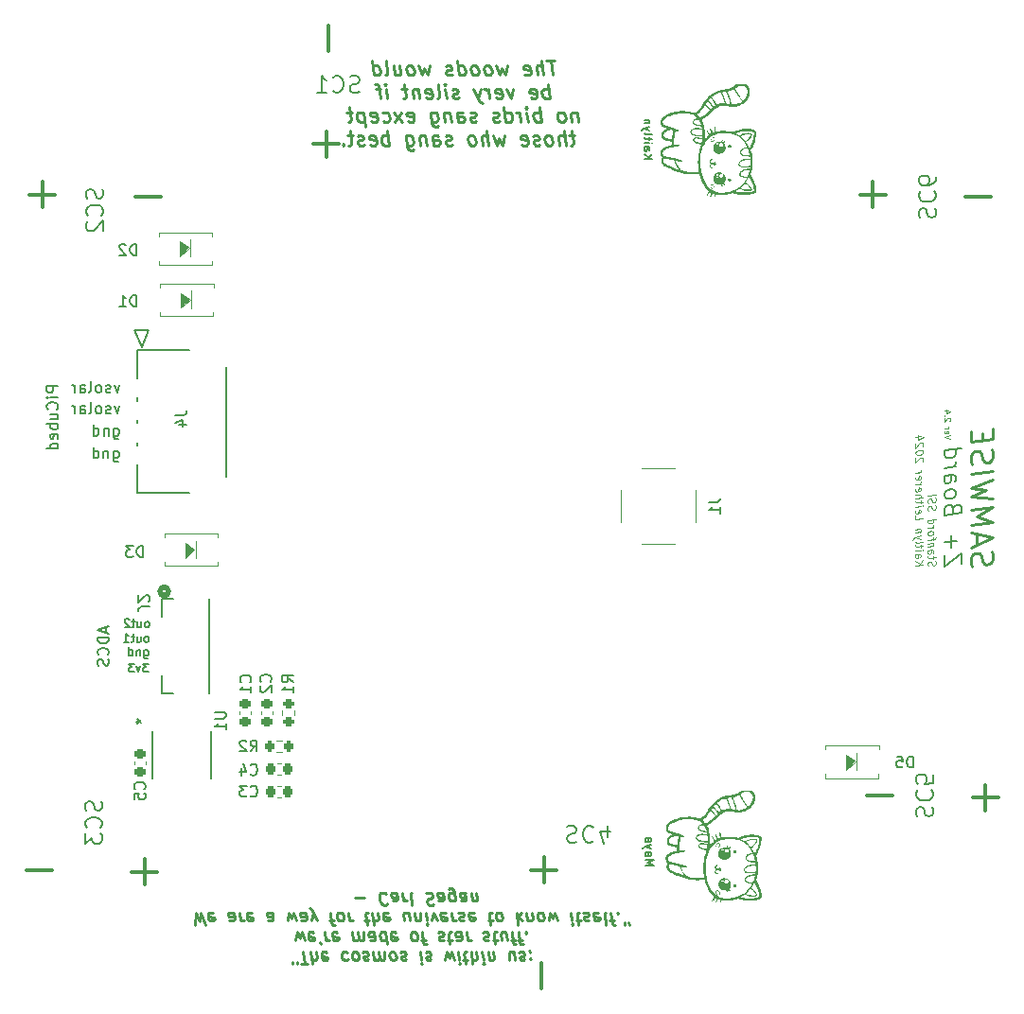
<source format=gbo>
%TF.GenerationSoftware,KiCad,Pcbnew,9.0.1*%
%TF.CreationDate,2025-04-22T22:25:35-07:00*%
%TF.ProjectId,ZPlus_Panel,5a506c75-735f-4506-916e-656c2e6b6963,2.4*%
%TF.SameCoordinates,Original*%
%TF.FileFunction,Legend,Bot*%
%TF.FilePolarity,Positive*%
%FSLAX46Y46*%
G04 Gerber Fmt 4.6, Leading zero omitted, Abs format (unit mm)*
G04 Created by KiCad (PCBNEW 9.0.1) date 2025-04-22 22:25:35*
%MOMM*%
%LPD*%
G01*
G04 APERTURE LIST*
G04 Aperture macros list*
%AMRoundRect*
0 Rectangle with rounded corners*
0 $1 Rounding radius*
0 $2 $3 $4 $5 $6 $7 $8 $9 X,Y pos of 4 corners*
0 Add a 4 corners polygon primitive as box body*
4,1,4,$2,$3,$4,$5,$6,$7,$8,$9,$2,$3,0*
0 Add four circle primitives for the rounded corners*
1,1,$1+$1,$2,$3*
1,1,$1+$1,$4,$5*
1,1,$1+$1,$6,$7*
1,1,$1+$1,$8,$9*
0 Add four rect primitives between the rounded corners*
20,1,$1+$1,$2,$3,$4,$5,0*
20,1,$1+$1,$4,$5,$6,$7,0*
20,1,$1+$1,$6,$7,$8,$9,0*
20,1,$1+$1,$8,$9,$2,$3,0*%
G04 Aperture macros list end*
%ADD10C,0.150000*%
%ADD11C,0.300000*%
%ADD12C,0.200000*%
%ADD13C,0.250000*%
%ADD14C,0.100000*%
%ADD15C,0.120000*%
%ADD16C,0.152400*%
%ADD17C,0.000000*%
%ADD18C,0.508000*%
%ADD19C,3.000000*%
%ADD20C,2.600000*%
%ADD21C,3.800000*%
%ADD22R,2.500000X1.700000*%
%ADD23RoundRect,0.225000X-0.250000X0.225000X-0.250000X-0.225000X0.250000X-0.225000X0.250000X0.225000X0*%
%ADD24R,0.533400X1.460500*%
%ADD25RoundRect,0.225000X0.225000X0.250000X-0.225000X0.250000X-0.225000X-0.250000X0.225000X-0.250000X0*%
%ADD26RoundRect,0.225000X0.250000X-0.225000X0.250000X0.225000X-0.250000X0.225000X-0.250000X-0.225000X0*%
%ADD27RoundRect,0.200000X0.200000X0.275000X-0.200000X0.275000X-0.200000X-0.275000X0.200000X-0.275000X0*%
%ADD28R,1.295400X0.838200*%
%ADD29R,2.260600X1.397000*%
%ADD30R,1.450000X1.100000*%
%ADD31R,2.899999X1.350000*%
%ADD32RoundRect,0.200000X-0.275000X0.200000X-0.275000X-0.200000X0.275000X-0.200000X0.275000X0.200000X0*%
%ADD33C,2.050000*%
%ADD34C,2.250000*%
G04 APERTURE END LIST*
D10*
X153457143Y-117285300D02*
X153671429Y-117213871D01*
X153671429Y-117213871D02*
X154028571Y-117213871D01*
X154028571Y-117213871D02*
X154171429Y-117285300D01*
X154171429Y-117285300D02*
X154242857Y-117356728D01*
X154242857Y-117356728D02*
X154314286Y-117499585D01*
X154314286Y-117499585D02*
X154314286Y-117642442D01*
X154314286Y-117642442D02*
X154242857Y-117785300D01*
X154242857Y-117785300D02*
X154171429Y-117856728D01*
X154171429Y-117856728D02*
X154028571Y-117928157D01*
X154028571Y-117928157D02*
X153742857Y-117999585D01*
X153742857Y-117999585D02*
X153600000Y-118071014D01*
X153600000Y-118071014D02*
X153528571Y-118142442D01*
X153528571Y-118142442D02*
X153457143Y-118285300D01*
X153457143Y-118285300D02*
X153457143Y-118428157D01*
X153457143Y-118428157D02*
X153528571Y-118571014D01*
X153528571Y-118571014D02*
X153600000Y-118642442D01*
X153600000Y-118642442D02*
X153742857Y-118713871D01*
X153742857Y-118713871D02*
X154100000Y-118713871D01*
X154100000Y-118713871D02*
X154314286Y-118642442D01*
X155814285Y-117356728D02*
X155742857Y-117285300D01*
X155742857Y-117285300D02*
X155528571Y-117213871D01*
X155528571Y-117213871D02*
X155385714Y-117213871D01*
X155385714Y-117213871D02*
X155171428Y-117285300D01*
X155171428Y-117285300D02*
X155028571Y-117428157D01*
X155028571Y-117428157D02*
X154957142Y-117571014D01*
X154957142Y-117571014D02*
X154885714Y-117856728D01*
X154885714Y-117856728D02*
X154885714Y-118071014D01*
X154885714Y-118071014D02*
X154957142Y-118356728D01*
X154957142Y-118356728D02*
X155028571Y-118499585D01*
X155028571Y-118499585D02*
X155171428Y-118642442D01*
X155171428Y-118642442D02*
X155385714Y-118713871D01*
X155385714Y-118713871D02*
X155528571Y-118713871D01*
X155528571Y-118713871D02*
X155742857Y-118642442D01*
X155742857Y-118642442D02*
X155814285Y-118571014D01*
X157100000Y-118213871D02*
X157100000Y-117213871D01*
X156742857Y-118785300D02*
X156385714Y-117713871D01*
X156385714Y-117713871D02*
X157314285Y-117713871D01*
D11*
X151399400Y-120011653D02*
X151399400Y-122297368D01*
X152542257Y-121154510D02*
X150256542Y-121154510D01*
D12*
X188729471Y-93789627D02*
X188729471Y-92789627D01*
X188729471Y-92789627D02*
X187229471Y-93977127D01*
X187229471Y-93977127D02*
X187229471Y-92977127D01*
X187800900Y-92334271D02*
X187800900Y-91191414D01*
X187229471Y-91834271D02*
X188372328Y-91691414D01*
X188015185Y-88807485D02*
X187943757Y-88602128D01*
X187943757Y-88602128D02*
X187872328Y-88539628D01*
X187872328Y-88539628D02*
X187729471Y-88486056D01*
X187729471Y-88486056D02*
X187515185Y-88512842D01*
X187515185Y-88512842D02*
X187372328Y-88602128D01*
X187372328Y-88602128D02*
X187300900Y-88682485D01*
X187300900Y-88682485D02*
X187229471Y-88834271D01*
X187229471Y-88834271D02*
X187229471Y-89405699D01*
X187229471Y-89405699D02*
X188729471Y-89218199D01*
X188729471Y-89218199D02*
X188729471Y-88718199D01*
X188729471Y-88718199D02*
X188658042Y-88584271D01*
X188658042Y-88584271D02*
X188586614Y-88521771D01*
X188586614Y-88521771D02*
X188443757Y-88468199D01*
X188443757Y-88468199D02*
X188300900Y-88486056D01*
X188300900Y-88486056D02*
X188158042Y-88575342D01*
X188158042Y-88575342D02*
X188086614Y-88655699D01*
X188086614Y-88655699D02*
X188015185Y-88807485D01*
X188015185Y-88807485D02*
X188015185Y-89307485D01*
X187229471Y-87691414D02*
X187300900Y-87825342D01*
X187300900Y-87825342D02*
X187372328Y-87887842D01*
X187372328Y-87887842D02*
X187515185Y-87941414D01*
X187515185Y-87941414D02*
X187943757Y-87887842D01*
X187943757Y-87887842D02*
X188086614Y-87798556D01*
X188086614Y-87798556D02*
X188158042Y-87718199D01*
X188158042Y-87718199D02*
X188229471Y-87566414D01*
X188229471Y-87566414D02*
X188229471Y-87352128D01*
X188229471Y-87352128D02*
X188158042Y-87218199D01*
X188158042Y-87218199D02*
X188086614Y-87155699D01*
X188086614Y-87155699D02*
X187943757Y-87102128D01*
X187943757Y-87102128D02*
X187515185Y-87155699D01*
X187515185Y-87155699D02*
X187372328Y-87244985D01*
X187372328Y-87244985D02*
X187300900Y-87325342D01*
X187300900Y-87325342D02*
X187229471Y-87477128D01*
X187229471Y-87477128D02*
X187229471Y-87691414D01*
X187229471Y-85905699D02*
X188015185Y-85807485D01*
X188015185Y-85807485D02*
X188158042Y-85861056D01*
X188158042Y-85861056D02*
X188229471Y-85994985D01*
X188229471Y-85994985D02*
X188229471Y-86280699D01*
X188229471Y-86280699D02*
X188158042Y-86432485D01*
X187300900Y-85896771D02*
X187229471Y-86048556D01*
X187229471Y-86048556D02*
X187229471Y-86405699D01*
X187229471Y-86405699D02*
X187300900Y-86539628D01*
X187300900Y-86539628D02*
X187443757Y-86593199D01*
X187443757Y-86593199D02*
X187586614Y-86575342D01*
X187586614Y-86575342D02*
X187729471Y-86486056D01*
X187729471Y-86486056D02*
X187800900Y-86334271D01*
X187800900Y-86334271D02*
X187800900Y-85977128D01*
X187800900Y-85977128D02*
X187872328Y-85825342D01*
X187229471Y-85191413D02*
X188229471Y-85066413D01*
X187943757Y-85102128D02*
X188086614Y-85012842D01*
X188086614Y-85012842D02*
X188158042Y-84932485D01*
X188158042Y-84932485D02*
X188229471Y-84780699D01*
X188229471Y-84780699D02*
X188229471Y-84637842D01*
X187229471Y-83619985D02*
X188729471Y-83432485D01*
X187300900Y-83611057D02*
X187229471Y-83762842D01*
X187229471Y-83762842D02*
X187229471Y-84048557D01*
X187229471Y-84048557D02*
X187300900Y-84182485D01*
X187300900Y-84182485D02*
X187372328Y-84244985D01*
X187372328Y-84244985D02*
X187515185Y-84298557D01*
X187515185Y-84298557D02*
X187943757Y-84244985D01*
X187943757Y-84244985D02*
X188086614Y-84155699D01*
X188086614Y-84155699D02*
X188158042Y-84075342D01*
X188158042Y-84075342D02*
X188229471Y-83923557D01*
X188229471Y-83923557D02*
X188229471Y-83637842D01*
X188229471Y-83637842D02*
X188158042Y-83503914D01*
D10*
X115639316Y-101493614D02*
X115639316Y-102100757D01*
X115639316Y-102100757D02*
X115675030Y-102172185D01*
X115675030Y-102172185D02*
X115710744Y-102207900D01*
X115710744Y-102207900D02*
X115782173Y-102243614D01*
X115782173Y-102243614D02*
X115889316Y-102243614D01*
X115889316Y-102243614D02*
X115960744Y-102207900D01*
X115639316Y-101957900D02*
X115710744Y-101993614D01*
X115710744Y-101993614D02*
X115853601Y-101993614D01*
X115853601Y-101993614D02*
X115925030Y-101957900D01*
X115925030Y-101957900D02*
X115960744Y-101922185D01*
X115960744Y-101922185D02*
X115996458Y-101850757D01*
X115996458Y-101850757D02*
X115996458Y-101636471D01*
X115996458Y-101636471D02*
X115960744Y-101565042D01*
X115960744Y-101565042D02*
X115925030Y-101529328D01*
X115925030Y-101529328D02*
X115853601Y-101493614D01*
X115853601Y-101493614D02*
X115710744Y-101493614D01*
X115710744Y-101493614D02*
X115639316Y-101529328D01*
X115282173Y-101493614D02*
X115282173Y-101993614D01*
X115282173Y-101565042D02*
X115246459Y-101529328D01*
X115246459Y-101529328D02*
X115175030Y-101493614D01*
X115175030Y-101493614D02*
X115067887Y-101493614D01*
X115067887Y-101493614D02*
X114996459Y-101529328D01*
X114996459Y-101529328D02*
X114960745Y-101600757D01*
X114960745Y-101600757D02*
X114960745Y-101993614D01*
X114282174Y-101993614D02*
X114282174Y-101243614D01*
X114282174Y-101957900D02*
X114353602Y-101993614D01*
X114353602Y-101993614D02*
X114496459Y-101993614D01*
X114496459Y-101993614D02*
X114567888Y-101957900D01*
X114567888Y-101957900D02*
X114603602Y-101922185D01*
X114603602Y-101922185D02*
X114639316Y-101850757D01*
X114639316Y-101850757D02*
X114639316Y-101636471D01*
X114639316Y-101636471D02*
X114603602Y-101565042D01*
X114603602Y-101565042D02*
X114567888Y-101529328D01*
X114567888Y-101529328D02*
X114496459Y-101493614D01*
X114496459Y-101493614D02*
X114353602Y-101493614D01*
X114353602Y-101493614D02*
X114282174Y-101529328D01*
D11*
X114861653Y-60925600D02*
X117147368Y-60925600D01*
X105411653Y-60725600D02*
X107697368Y-60725600D01*
X106554510Y-59582742D02*
X106554510Y-61868457D01*
X179686653Y-60700600D02*
X181972368Y-60700600D01*
X180829510Y-59557742D02*
X180829510Y-61843457D01*
D10*
X116032173Y-102693614D02*
X115567887Y-102693614D01*
X115567887Y-102693614D02*
X115817887Y-102979328D01*
X115817887Y-102979328D02*
X115710744Y-102979328D01*
X115710744Y-102979328D02*
X115639316Y-103015042D01*
X115639316Y-103015042D02*
X115603601Y-103050757D01*
X115603601Y-103050757D02*
X115567887Y-103122185D01*
X115567887Y-103122185D02*
X115567887Y-103300757D01*
X115567887Y-103300757D02*
X115603601Y-103372185D01*
X115603601Y-103372185D02*
X115639316Y-103407900D01*
X115639316Y-103407900D02*
X115710744Y-103443614D01*
X115710744Y-103443614D02*
X115925030Y-103443614D01*
X115925030Y-103443614D02*
X115996458Y-103407900D01*
X115996458Y-103407900D02*
X116032173Y-103372185D01*
X115317887Y-102943614D02*
X115139315Y-103443614D01*
X115139315Y-103443614D02*
X114960744Y-102943614D01*
X114746458Y-102693614D02*
X114282172Y-102693614D01*
X114282172Y-102693614D02*
X114532172Y-102979328D01*
X114532172Y-102979328D02*
X114425029Y-102979328D01*
X114425029Y-102979328D02*
X114353601Y-103015042D01*
X114353601Y-103015042D02*
X114317886Y-103050757D01*
X114317886Y-103050757D02*
X114282172Y-103122185D01*
X114282172Y-103122185D02*
X114282172Y-103300757D01*
X114282172Y-103300757D02*
X114317886Y-103372185D01*
X114317886Y-103372185D02*
X114353601Y-103407900D01*
X114353601Y-103407900D02*
X114425029Y-103443614D01*
X114425029Y-103443614D02*
X114639315Y-103443614D01*
X114639315Y-103443614D02*
X114710743Y-103407900D01*
X114710743Y-103407900D02*
X114746458Y-103372185D01*
X113446458Y-79646352D02*
X113208363Y-80313019D01*
X113208363Y-80313019D02*
X112970268Y-79646352D01*
X112636934Y-80265400D02*
X112541696Y-80313019D01*
X112541696Y-80313019D02*
X112351220Y-80313019D01*
X112351220Y-80313019D02*
X112255982Y-80265400D01*
X112255982Y-80265400D02*
X112208363Y-80170161D01*
X112208363Y-80170161D02*
X112208363Y-80122542D01*
X112208363Y-80122542D02*
X112255982Y-80027304D01*
X112255982Y-80027304D02*
X112351220Y-79979685D01*
X112351220Y-79979685D02*
X112494077Y-79979685D01*
X112494077Y-79979685D02*
X112589315Y-79932066D01*
X112589315Y-79932066D02*
X112636934Y-79836828D01*
X112636934Y-79836828D02*
X112636934Y-79789209D01*
X112636934Y-79789209D02*
X112589315Y-79693971D01*
X112589315Y-79693971D02*
X112494077Y-79646352D01*
X112494077Y-79646352D02*
X112351220Y-79646352D01*
X112351220Y-79646352D02*
X112255982Y-79693971D01*
X111636934Y-80313019D02*
X111732172Y-80265400D01*
X111732172Y-80265400D02*
X111779791Y-80217780D01*
X111779791Y-80217780D02*
X111827410Y-80122542D01*
X111827410Y-80122542D02*
X111827410Y-79836828D01*
X111827410Y-79836828D02*
X111779791Y-79741590D01*
X111779791Y-79741590D02*
X111732172Y-79693971D01*
X111732172Y-79693971D02*
X111636934Y-79646352D01*
X111636934Y-79646352D02*
X111494077Y-79646352D01*
X111494077Y-79646352D02*
X111398839Y-79693971D01*
X111398839Y-79693971D02*
X111351220Y-79741590D01*
X111351220Y-79741590D02*
X111303601Y-79836828D01*
X111303601Y-79836828D02*
X111303601Y-80122542D01*
X111303601Y-80122542D02*
X111351220Y-80217780D01*
X111351220Y-80217780D02*
X111398839Y-80265400D01*
X111398839Y-80265400D02*
X111494077Y-80313019D01*
X111494077Y-80313019D02*
X111636934Y-80313019D01*
X110732172Y-80313019D02*
X110827410Y-80265400D01*
X110827410Y-80265400D02*
X110875029Y-80170161D01*
X110875029Y-80170161D02*
X110875029Y-79313019D01*
X109922648Y-80313019D02*
X109922648Y-79789209D01*
X109922648Y-79789209D02*
X109970267Y-79693971D01*
X109970267Y-79693971D02*
X110065505Y-79646352D01*
X110065505Y-79646352D02*
X110255981Y-79646352D01*
X110255981Y-79646352D02*
X110351219Y-79693971D01*
X109922648Y-80265400D02*
X110017886Y-80313019D01*
X110017886Y-80313019D02*
X110255981Y-80313019D01*
X110255981Y-80313019D02*
X110351219Y-80265400D01*
X110351219Y-80265400D02*
X110398838Y-80170161D01*
X110398838Y-80170161D02*
X110398838Y-80074923D01*
X110398838Y-80074923D02*
X110351219Y-79979685D01*
X110351219Y-79979685D02*
X110255981Y-79932066D01*
X110255981Y-79932066D02*
X110017886Y-79932066D01*
X110017886Y-79932066D02*
X109922648Y-79884447D01*
X109446457Y-80313019D02*
X109446457Y-79646352D01*
X109446457Y-79836828D02*
X109398838Y-79741590D01*
X109398838Y-79741590D02*
X109351219Y-79693971D01*
X109351219Y-79693971D02*
X109255981Y-79646352D01*
X109255981Y-79646352D02*
X109160743Y-79646352D01*
D13*
X128939191Y-129603726D02*
X128913000Y-129394202D01*
X129358238Y-129603726D02*
X129332048Y-129394202D01*
X129672524Y-129603726D02*
X130301095Y-129603726D01*
X129849310Y-128503726D02*
X129986810Y-129603726D01*
X130530262Y-128503726D02*
X130667762Y-129603726D01*
X131001690Y-128503726D02*
X131073714Y-129079916D01*
X131073714Y-129079916D02*
X131034428Y-129184678D01*
X131034428Y-129184678D02*
X130936214Y-129237059D01*
X130936214Y-129237059D02*
X130779071Y-129237059D01*
X130779071Y-129237059D02*
X130667762Y-129184678D01*
X130667762Y-129184678D02*
X130608833Y-129132297D01*
X131951095Y-128556107D02*
X131839785Y-128503726D01*
X131839785Y-128503726D02*
X131630262Y-128503726D01*
X131630262Y-128503726D02*
X131532047Y-128556107D01*
X131532047Y-128556107D02*
X131492762Y-128660868D01*
X131492762Y-128660868D02*
X131545143Y-129079916D01*
X131545143Y-129079916D02*
X131610619Y-129184678D01*
X131610619Y-129184678D02*
X131721928Y-129237059D01*
X131721928Y-129237059D02*
X131931452Y-129237059D01*
X131931452Y-129237059D02*
X132029666Y-129184678D01*
X132029666Y-129184678D02*
X132068952Y-129079916D01*
X132068952Y-129079916D02*
X132055857Y-128975154D01*
X132055857Y-128975154D02*
X131518952Y-128870392D01*
X133784428Y-128556107D02*
X133673118Y-128503726D01*
X133673118Y-128503726D02*
X133463595Y-128503726D01*
X133463595Y-128503726D02*
X133365380Y-128556107D01*
X133365380Y-128556107D02*
X133319547Y-128608487D01*
X133319547Y-128608487D02*
X133280261Y-128713249D01*
X133280261Y-128713249D02*
X133319547Y-129027535D01*
X133319547Y-129027535D02*
X133385023Y-129132297D01*
X133385023Y-129132297D02*
X133443952Y-129184678D01*
X133443952Y-129184678D02*
X133555261Y-129237059D01*
X133555261Y-129237059D02*
X133764785Y-129237059D01*
X133764785Y-129237059D02*
X133862999Y-129184678D01*
X134406452Y-128503726D02*
X134308237Y-128556107D01*
X134308237Y-128556107D02*
X134262404Y-128608487D01*
X134262404Y-128608487D02*
X134223118Y-128713249D01*
X134223118Y-128713249D02*
X134262404Y-129027535D01*
X134262404Y-129027535D02*
X134327880Y-129132297D01*
X134327880Y-129132297D02*
X134386809Y-129184678D01*
X134386809Y-129184678D02*
X134498118Y-129237059D01*
X134498118Y-129237059D02*
X134655261Y-129237059D01*
X134655261Y-129237059D02*
X134753475Y-129184678D01*
X134753475Y-129184678D02*
X134799309Y-129132297D01*
X134799309Y-129132297D02*
X134838594Y-129027535D01*
X134838594Y-129027535D02*
X134799309Y-128713249D01*
X134799309Y-128713249D02*
X134733832Y-128608487D01*
X134733832Y-128608487D02*
X134674904Y-128556107D01*
X134674904Y-128556107D02*
X134563594Y-128503726D01*
X134563594Y-128503726D02*
X134406452Y-128503726D01*
X135198713Y-128556107D02*
X135296928Y-128503726D01*
X135296928Y-128503726D02*
X135506451Y-128503726D01*
X135506451Y-128503726D02*
X135617761Y-128556107D01*
X135617761Y-128556107D02*
X135683237Y-128660868D01*
X135683237Y-128660868D02*
X135689785Y-128713249D01*
X135689785Y-128713249D02*
X135650499Y-128818011D01*
X135650499Y-128818011D02*
X135552285Y-128870392D01*
X135552285Y-128870392D02*
X135395142Y-128870392D01*
X135395142Y-128870392D02*
X135296928Y-128922773D01*
X135296928Y-128922773D02*
X135257642Y-129027535D01*
X135257642Y-129027535D02*
X135264190Y-129079916D01*
X135264190Y-129079916D02*
X135329666Y-129184678D01*
X135329666Y-129184678D02*
X135440975Y-129237059D01*
X135440975Y-129237059D02*
X135598118Y-129237059D01*
X135598118Y-129237059D02*
X135696332Y-129184678D01*
X136135023Y-128503726D02*
X136226689Y-129237059D01*
X136213594Y-129132297D02*
X136272523Y-129184678D01*
X136272523Y-129184678D02*
X136383832Y-129237059D01*
X136383832Y-129237059D02*
X136540975Y-129237059D01*
X136540975Y-129237059D02*
X136639189Y-129184678D01*
X136639189Y-129184678D02*
X136678475Y-129079916D01*
X136678475Y-129079916D02*
X136606451Y-128503726D01*
X136678475Y-129079916D02*
X136743951Y-129184678D01*
X136743951Y-129184678D02*
X136855261Y-129237059D01*
X136855261Y-129237059D02*
X137012404Y-129237059D01*
X137012404Y-129237059D02*
X137110618Y-129184678D01*
X137110618Y-129184678D02*
X137149904Y-129079916D01*
X137149904Y-129079916D02*
X137077880Y-128503726D01*
X137758833Y-128503726D02*
X137660618Y-128556107D01*
X137660618Y-128556107D02*
X137614785Y-128608487D01*
X137614785Y-128608487D02*
X137575499Y-128713249D01*
X137575499Y-128713249D02*
X137614785Y-129027535D01*
X137614785Y-129027535D02*
X137680261Y-129132297D01*
X137680261Y-129132297D02*
X137739190Y-129184678D01*
X137739190Y-129184678D02*
X137850499Y-129237059D01*
X137850499Y-129237059D02*
X138007642Y-129237059D01*
X138007642Y-129237059D02*
X138105856Y-129184678D01*
X138105856Y-129184678D02*
X138151690Y-129132297D01*
X138151690Y-129132297D02*
X138190975Y-129027535D01*
X138190975Y-129027535D02*
X138151690Y-128713249D01*
X138151690Y-128713249D02*
X138086213Y-128608487D01*
X138086213Y-128608487D02*
X138027285Y-128556107D01*
X138027285Y-128556107D02*
X137915975Y-128503726D01*
X137915975Y-128503726D02*
X137758833Y-128503726D01*
X138551094Y-128556107D02*
X138649309Y-128503726D01*
X138649309Y-128503726D02*
X138858832Y-128503726D01*
X138858832Y-128503726D02*
X138970142Y-128556107D01*
X138970142Y-128556107D02*
X139035618Y-128660868D01*
X139035618Y-128660868D02*
X139042166Y-128713249D01*
X139042166Y-128713249D02*
X139002880Y-128818011D01*
X139002880Y-128818011D02*
X138904666Y-128870392D01*
X138904666Y-128870392D02*
X138747523Y-128870392D01*
X138747523Y-128870392D02*
X138649309Y-128922773D01*
X138649309Y-128922773D02*
X138610023Y-129027535D01*
X138610023Y-129027535D02*
X138616571Y-129079916D01*
X138616571Y-129079916D02*
X138682047Y-129184678D01*
X138682047Y-129184678D02*
X138793356Y-129237059D01*
X138793356Y-129237059D02*
X138950499Y-129237059D01*
X138950499Y-129237059D02*
X139048713Y-129184678D01*
X140325499Y-128503726D02*
X140417165Y-129237059D01*
X140462999Y-129603726D02*
X140404070Y-129551345D01*
X140404070Y-129551345D02*
X140449903Y-129498964D01*
X140449903Y-129498964D02*
X140508832Y-129551345D01*
X140508832Y-129551345D02*
X140462999Y-129603726D01*
X140462999Y-129603726D02*
X140449903Y-129498964D01*
X140803475Y-128556107D02*
X140901690Y-128503726D01*
X140901690Y-128503726D02*
X141111213Y-128503726D01*
X141111213Y-128503726D02*
X141222523Y-128556107D01*
X141222523Y-128556107D02*
X141287999Y-128660868D01*
X141287999Y-128660868D02*
X141294547Y-128713249D01*
X141294547Y-128713249D02*
X141255261Y-128818011D01*
X141255261Y-128818011D02*
X141157047Y-128870392D01*
X141157047Y-128870392D02*
X140999904Y-128870392D01*
X140999904Y-128870392D02*
X140901690Y-128922773D01*
X140901690Y-128922773D02*
X140862404Y-129027535D01*
X140862404Y-129027535D02*
X140868952Y-129079916D01*
X140868952Y-129079916D02*
X140934428Y-129184678D01*
X140934428Y-129184678D02*
X141045737Y-129237059D01*
X141045737Y-129237059D02*
X141202880Y-129237059D01*
X141202880Y-129237059D02*
X141301094Y-129184678D01*
X142564784Y-129237059D02*
X142682642Y-128503726D01*
X142682642Y-128503726D02*
X142957642Y-129027535D01*
X142957642Y-129027535D02*
X143101689Y-128503726D01*
X143101689Y-128503726D02*
X143402880Y-129237059D01*
X143730261Y-128503726D02*
X143821927Y-129237059D01*
X143867761Y-129603726D02*
X143808832Y-129551345D01*
X143808832Y-129551345D02*
X143854665Y-129498964D01*
X143854665Y-129498964D02*
X143913594Y-129551345D01*
X143913594Y-129551345D02*
X143867761Y-129603726D01*
X143867761Y-129603726D02*
X143854665Y-129498964D01*
X144188594Y-129237059D02*
X144607642Y-129237059D01*
X144391571Y-129603726D02*
X144273714Y-128660868D01*
X144273714Y-128660868D02*
X144312999Y-128556107D01*
X144312999Y-128556107D02*
X144411214Y-128503726D01*
X144411214Y-128503726D02*
X144515975Y-128503726D01*
X144882642Y-128503726D02*
X145020142Y-129603726D01*
X145354070Y-128503726D02*
X145426094Y-129079916D01*
X145426094Y-129079916D02*
X145386808Y-129184678D01*
X145386808Y-129184678D02*
X145288594Y-129237059D01*
X145288594Y-129237059D02*
X145131451Y-129237059D01*
X145131451Y-129237059D02*
X145020142Y-129184678D01*
X145020142Y-129184678D02*
X144961213Y-129132297D01*
X145877880Y-128503726D02*
X145969546Y-129237059D01*
X146015380Y-129603726D02*
X145956451Y-129551345D01*
X145956451Y-129551345D02*
X146002284Y-129498964D01*
X146002284Y-129498964D02*
X146061213Y-129551345D01*
X146061213Y-129551345D02*
X146015380Y-129603726D01*
X146015380Y-129603726D02*
X146002284Y-129498964D01*
X146493356Y-129237059D02*
X146401690Y-128503726D01*
X146480261Y-129132297D02*
X146539190Y-129184678D01*
X146539190Y-129184678D02*
X146650499Y-129237059D01*
X146650499Y-129237059D02*
X146807642Y-129237059D01*
X146807642Y-129237059D02*
X146905856Y-129184678D01*
X146905856Y-129184678D02*
X146945142Y-129079916D01*
X146945142Y-129079916D02*
X146873118Y-128503726D01*
X148798118Y-129237059D02*
X148706451Y-128503726D01*
X148326689Y-129237059D02*
X148254666Y-128660868D01*
X148254666Y-128660868D02*
X148293951Y-128556107D01*
X148293951Y-128556107D02*
X148392166Y-128503726D01*
X148392166Y-128503726D02*
X148549308Y-128503726D01*
X148549308Y-128503726D02*
X148660618Y-128556107D01*
X148660618Y-128556107D02*
X148719546Y-128608487D01*
X149184427Y-128556107D02*
X149282642Y-128503726D01*
X149282642Y-128503726D02*
X149492165Y-128503726D01*
X149492165Y-128503726D02*
X149603475Y-128556107D01*
X149603475Y-128556107D02*
X149668951Y-128660868D01*
X149668951Y-128660868D02*
X149675499Y-128713249D01*
X149675499Y-128713249D02*
X149636213Y-128818011D01*
X149636213Y-128818011D02*
X149537999Y-128870392D01*
X149537999Y-128870392D02*
X149380856Y-128870392D01*
X149380856Y-128870392D02*
X149282642Y-128922773D01*
X149282642Y-128922773D02*
X149243356Y-129027535D01*
X149243356Y-129027535D02*
X149249904Y-129079916D01*
X149249904Y-129079916D02*
X149315380Y-129184678D01*
X149315380Y-129184678D02*
X149426689Y-129237059D01*
X149426689Y-129237059D02*
X149583832Y-129237059D01*
X149583832Y-129237059D02*
X149682046Y-129184678D01*
X150179665Y-128556107D02*
X150173118Y-128503726D01*
X150173118Y-128503726D02*
X150107641Y-128398964D01*
X150107641Y-128398964D02*
X150048713Y-128346583D01*
X150205856Y-129184678D02*
X150251689Y-129132297D01*
X150251689Y-129132297D02*
X150192760Y-129079916D01*
X150192760Y-129079916D02*
X150146927Y-129132297D01*
X150146927Y-129132297D02*
X150205856Y-129184678D01*
X150205856Y-129184678D02*
X150192760Y-129079916D01*
X129181454Y-127466121D02*
X129299312Y-126732788D01*
X129299312Y-126732788D02*
X129574312Y-127256597D01*
X129574312Y-127256597D02*
X129718359Y-126732788D01*
X129718359Y-126732788D02*
X130019550Y-127466121D01*
X130772526Y-126785169D02*
X130661216Y-126732788D01*
X130661216Y-126732788D02*
X130451693Y-126732788D01*
X130451693Y-126732788D02*
X130353478Y-126785169D01*
X130353478Y-126785169D02*
X130314193Y-126889930D01*
X130314193Y-126889930D02*
X130366574Y-127308978D01*
X130366574Y-127308978D02*
X130432050Y-127413740D01*
X130432050Y-127413740D02*
X130543359Y-127466121D01*
X130543359Y-127466121D02*
X130752883Y-127466121D01*
X130752883Y-127466121D02*
X130851097Y-127413740D01*
X130851097Y-127413740D02*
X130890383Y-127308978D01*
X130890383Y-127308978D02*
X130877288Y-127204216D01*
X130877288Y-127204216D02*
X130340383Y-127099454D01*
X131479669Y-127832788D02*
X131348716Y-127623264D01*
X131813598Y-126732788D02*
X131905264Y-127466121D01*
X131879074Y-127256597D02*
X131944550Y-127361359D01*
X131944550Y-127361359D02*
X132003479Y-127413740D01*
X132003479Y-127413740D02*
X132114788Y-127466121D01*
X132114788Y-127466121D02*
X132219550Y-127466121D01*
X132920145Y-126785169D02*
X132808835Y-126732788D01*
X132808835Y-126732788D02*
X132599312Y-126732788D01*
X132599312Y-126732788D02*
X132501097Y-126785169D01*
X132501097Y-126785169D02*
X132461812Y-126889930D01*
X132461812Y-126889930D02*
X132514193Y-127308978D01*
X132514193Y-127308978D02*
X132579669Y-127413740D01*
X132579669Y-127413740D02*
X132690978Y-127466121D01*
X132690978Y-127466121D02*
X132900502Y-127466121D01*
X132900502Y-127466121D02*
X132998716Y-127413740D01*
X132998716Y-127413740D02*
X133038002Y-127308978D01*
X133038002Y-127308978D02*
X133024907Y-127204216D01*
X133024907Y-127204216D02*
X132488002Y-127099454D01*
X134275502Y-126732788D02*
X134367168Y-127466121D01*
X134354073Y-127361359D02*
X134413002Y-127413740D01*
X134413002Y-127413740D02*
X134524311Y-127466121D01*
X134524311Y-127466121D02*
X134681454Y-127466121D01*
X134681454Y-127466121D02*
X134779668Y-127413740D01*
X134779668Y-127413740D02*
X134818954Y-127308978D01*
X134818954Y-127308978D02*
X134746930Y-126732788D01*
X134818954Y-127308978D02*
X134884430Y-127413740D01*
X134884430Y-127413740D02*
X134995740Y-127466121D01*
X134995740Y-127466121D02*
X135152883Y-127466121D01*
X135152883Y-127466121D02*
X135251097Y-127413740D01*
X135251097Y-127413740D02*
X135290383Y-127308978D01*
X135290383Y-127308978D02*
X135218359Y-126732788D01*
X136213597Y-126732788D02*
X136285621Y-127308978D01*
X136285621Y-127308978D02*
X136246335Y-127413740D01*
X136246335Y-127413740D02*
X136148121Y-127466121D01*
X136148121Y-127466121D02*
X135938597Y-127466121D01*
X135938597Y-127466121D02*
X135827288Y-127413740D01*
X136220145Y-126785169D02*
X136108835Y-126732788D01*
X136108835Y-126732788D02*
X135846931Y-126732788D01*
X135846931Y-126732788D02*
X135748716Y-126785169D01*
X135748716Y-126785169D02*
X135709431Y-126889930D01*
X135709431Y-126889930D02*
X135722526Y-126994692D01*
X135722526Y-126994692D02*
X135788002Y-127099454D01*
X135788002Y-127099454D02*
X135899312Y-127151835D01*
X135899312Y-127151835D02*
X136161216Y-127151835D01*
X136161216Y-127151835D02*
X136272526Y-127204216D01*
X137208835Y-126732788D02*
X137346335Y-127832788D01*
X137215383Y-126785169D02*
X137104073Y-126732788D01*
X137104073Y-126732788D02*
X136894550Y-126732788D01*
X136894550Y-126732788D02*
X136796335Y-126785169D01*
X136796335Y-126785169D02*
X136750502Y-126837549D01*
X136750502Y-126837549D02*
X136711216Y-126942311D01*
X136711216Y-126942311D02*
X136750502Y-127256597D01*
X136750502Y-127256597D02*
X136815978Y-127361359D01*
X136815978Y-127361359D02*
X136874907Y-127413740D01*
X136874907Y-127413740D02*
X136986216Y-127466121D01*
X136986216Y-127466121D02*
X137195740Y-127466121D01*
X137195740Y-127466121D02*
X137293954Y-127413740D01*
X138158240Y-126785169D02*
X138046930Y-126732788D01*
X138046930Y-126732788D02*
X137837407Y-126732788D01*
X137837407Y-126732788D02*
X137739192Y-126785169D01*
X137739192Y-126785169D02*
X137699907Y-126889930D01*
X137699907Y-126889930D02*
X137752288Y-127308978D01*
X137752288Y-127308978D02*
X137817764Y-127413740D01*
X137817764Y-127413740D02*
X137929073Y-127466121D01*
X137929073Y-127466121D02*
X138138597Y-127466121D01*
X138138597Y-127466121D02*
X138236811Y-127413740D01*
X138236811Y-127413740D02*
X138276097Y-127308978D01*
X138276097Y-127308978D02*
X138263002Y-127204216D01*
X138263002Y-127204216D02*
X137726097Y-127099454D01*
X139670740Y-126732788D02*
X139572525Y-126785169D01*
X139572525Y-126785169D02*
X139526692Y-126837549D01*
X139526692Y-126837549D02*
X139487406Y-126942311D01*
X139487406Y-126942311D02*
X139526692Y-127256597D01*
X139526692Y-127256597D02*
X139592168Y-127361359D01*
X139592168Y-127361359D02*
X139651097Y-127413740D01*
X139651097Y-127413740D02*
X139762406Y-127466121D01*
X139762406Y-127466121D02*
X139919549Y-127466121D01*
X139919549Y-127466121D02*
X140017763Y-127413740D01*
X140017763Y-127413740D02*
X140063597Y-127361359D01*
X140063597Y-127361359D02*
X140102882Y-127256597D01*
X140102882Y-127256597D02*
X140063597Y-126942311D01*
X140063597Y-126942311D02*
X139998120Y-126837549D01*
X139998120Y-126837549D02*
X139939192Y-126785169D01*
X139939192Y-126785169D02*
X139827882Y-126732788D01*
X139827882Y-126732788D02*
X139670740Y-126732788D01*
X140443358Y-127466121D02*
X140862406Y-127466121D01*
X140508835Y-126732788D02*
X140626692Y-127675645D01*
X140626692Y-127675645D02*
X140692168Y-127780407D01*
X140692168Y-127780407D02*
X140803478Y-127832788D01*
X140803478Y-127832788D02*
X140908239Y-127832788D01*
X141929667Y-126785169D02*
X142027882Y-126732788D01*
X142027882Y-126732788D02*
X142237405Y-126732788D01*
X142237405Y-126732788D02*
X142348715Y-126785169D01*
X142348715Y-126785169D02*
X142414191Y-126889930D01*
X142414191Y-126889930D02*
X142420739Y-126942311D01*
X142420739Y-126942311D02*
X142381453Y-127047073D01*
X142381453Y-127047073D02*
X142283239Y-127099454D01*
X142283239Y-127099454D02*
X142126096Y-127099454D01*
X142126096Y-127099454D02*
X142027882Y-127151835D01*
X142027882Y-127151835D02*
X141988596Y-127256597D01*
X141988596Y-127256597D02*
X141995144Y-127308978D01*
X141995144Y-127308978D02*
X142060620Y-127413740D01*
X142060620Y-127413740D02*
X142171929Y-127466121D01*
X142171929Y-127466121D02*
X142329072Y-127466121D01*
X142329072Y-127466121D02*
X142427286Y-127413740D01*
X142800500Y-127466121D02*
X143219548Y-127466121D01*
X143003477Y-127832788D02*
X142885620Y-126889930D01*
X142885620Y-126889930D02*
X142924905Y-126785169D01*
X142924905Y-126785169D02*
X143023120Y-126732788D01*
X143023120Y-126732788D02*
X143127881Y-126732788D01*
X143965976Y-126732788D02*
X144038000Y-127308978D01*
X144038000Y-127308978D02*
X143998714Y-127413740D01*
X143998714Y-127413740D02*
X143900500Y-127466121D01*
X143900500Y-127466121D02*
X143690976Y-127466121D01*
X143690976Y-127466121D02*
X143579667Y-127413740D01*
X143972524Y-126785169D02*
X143861214Y-126732788D01*
X143861214Y-126732788D02*
X143599310Y-126732788D01*
X143599310Y-126732788D02*
X143501095Y-126785169D01*
X143501095Y-126785169D02*
X143461810Y-126889930D01*
X143461810Y-126889930D02*
X143474905Y-126994692D01*
X143474905Y-126994692D02*
X143540381Y-127099454D01*
X143540381Y-127099454D02*
X143651691Y-127151835D01*
X143651691Y-127151835D02*
X143913595Y-127151835D01*
X143913595Y-127151835D02*
X144024905Y-127204216D01*
X144489786Y-126732788D02*
X144581452Y-127466121D01*
X144555262Y-127256597D02*
X144620738Y-127361359D01*
X144620738Y-127361359D02*
X144679667Y-127413740D01*
X144679667Y-127413740D02*
X144790976Y-127466121D01*
X144790976Y-127466121D02*
X144895738Y-127466121D01*
X145962999Y-126785169D02*
X146061214Y-126732788D01*
X146061214Y-126732788D02*
X146270737Y-126732788D01*
X146270737Y-126732788D02*
X146382047Y-126785169D01*
X146382047Y-126785169D02*
X146447523Y-126889930D01*
X146447523Y-126889930D02*
X146454071Y-126942311D01*
X146454071Y-126942311D02*
X146414785Y-127047073D01*
X146414785Y-127047073D02*
X146316571Y-127099454D01*
X146316571Y-127099454D02*
X146159428Y-127099454D01*
X146159428Y-127099454D02*
X146061214Y-127151835D01*
X146061214Y-127151835D02*
X146021928Y-127256597D01*
X146021928Y-127256597D02*
X146028476Y-127308978D01*
X146028476Y-127308978D02*
X146093952Y-127413740D01*
X146093952Y-127413740D02*
X146205261Y-127466121D01*
X146205261Y-127466121D02*
X146362404Y-127466121D01*
X146362404Y-127466121D02*
X146460618Y-127413740D01*
X146833832Y-127466121D02*
X147252880Y-127466121D01*
X147036809Y-127832788D02*
X146918952Y-126889930D01*
X146918952Y-126889930D02*
X146958237Y-126785169D01*
X146958237Y-126785169D02*
X147056452Y-126732788D01*
X147056452Y-126732788D02*
X147161213Y-126732788D01*
X148090975Y-127466121D02*
X147999308Y-126732788D01*
X147619546Y-127466121D02*
X147547523Y-126889930D01*
X147547523Y-126889930D02*
X147586808Y-126785169D01*
X147586808Y-126785169D02*
X147685023Y-126732788D01*
X147685023Y-126732788D02*
X147842165Y-126732788D01*
X147842165Y-126732788D02*
X147953475Y-126785169D01*
X147953475Y-126785169D02*
X148012403Y-126837549D01*
X148457641Y-127466121D02*
X148876689Y-127466121D01*
X148523118Y-126732788D02*
X148640975Y-127675645D01*
X148640975Y-127675645D02*
X148706451Y-127780407D01*
X148706451Y-127780407D02*
X148817761Y-127832788D01*
X148817761Y-127832788D02*
X148922522Y-127832788D01*
X149086212Y-127466121D02*
X149505260Y-127466121D01*
X149151689Y-126732788D02*
X149269546Y-127675645D01*
X149269546Y-127675645D02*
X149335022Y-127780407D01*
X149335022Y-127780407D02*
X149446332Y-127832788D01*
X149446332Y-127832788D02*
X149551093Y-127832788D01*
X149793355Y-126837549D02*
X149839188Y-126785169D01*
X149839188Y-126785169D02*
X149780260Y-126732788D01*
X149780260Y-126732788D02*
X149734426Y-126785169D01*
X149734426Y-126785169D02*
X149793355Y-126837549D01*
X149793355Y-126837549D02*
X149780260Y-126732788D01*
X120165385Y-126061850D02*
X120289790Y-124961850D01*
X120289790Y-124961850D02*
X120597528Y-125747564D01*
X120597528Y-125747564D02*
X120708837Y-124961850D01*
X120708837Y-124961850D02*
X121108242Y-126061850D01*
X121815385Y-125014231D02*
X121704075Y-124961850D01*
X121704075Y-124961850D02*
X121494552Y-124961850D01*
X121494552Y-124961850D02*
X121396337Y-125014231D01*
X121396337Y-125014231D02*
X121357052Y-125118992D01*
X121357052Y-125118992D02*
X121409433Y-125538040D01*
X121409433Y-125538040D02*
X121474909Y-125642802D01*
X121474909Y-125642802D02*
X121586218Y-125695183D01*
X121586218Y-125695183D02*
X121795742Y-125695183D01*
X121795742Y-125695183D02*
X121893956Y-125642802D01*
X121893956Y-125642802D02*
X121933242Y-125538040D01*
X121933242Y-125538040D02*
X121920147Y-125433278D01*
X121920147Y-125433278D02*
X121383242Y-125328516D01*
X123642170Y-124961850D02*
X123714194Y-125538040D01*
X123714194Y-125538040D02*
X123674908Y-125642802D01*
X123674908Y-125642802D02*
X123576694Y-125695183D01*
X123576694Y-125695183D02*
X123367170Y-125695183D01*
X123367170Y-125695183D02*
X123255861Y-125642802D01*
X123648718Y-125014231D02*
X123537408Y-124961850D01*
X123537408Y-124961850D02*
X123275504Y-124961850D01*
X123275504Y-124961850D02*
X123177289Y-125014231D01*
X123177289Y-125014231D02*
X123138004Y-125118992D01*
X123138004Y-125118992D02*
X123151099Y-125223754D01*
X123151099Y-125223754D02*
X123216575Y-125328516D01*
X123216575Y-125328516D02*
X123327885Y-125380897D01*
X123327885Y-125380897D02*
X123589789Y-125380897D01*
X123589789Y-125380897D02*
X123701099Y-125433278D01*
X124165980Y-124961850D02*
X124257646Y-125695183D01*
X124231456Y-125485659D02*
X124296932Y-125590421D01*
X124296932Y-125590421D02*
X124355861Y-125642802D01*
X124355861Y-125642802D02*
X124467170Y-125695183D01*
X124467170Y-125695183D02*
X124571932Y-125695183D01*
X125272527Y-125014231D02*
X125161217Y-124961850D01*
X125161217Y-124961850D02*
X124951694Y-124961850D01*
X124951694Y-124961850D02*
X124853479Y-125014231D01*
X124853479Y-125014231D02*
X124814194Y-125118992D01*
X124814194Y-125118992D02*
X124866575Y-125538040D01*
X124866575Y-125538040D02*
X124932051Y-125642802D01*
X124932051Y-125642802D02*
X125043360Y-125695183D01*
X125043360Y-125695183D02*
X125252884Y-125695183D01*
X125252884Y-125695183D02*
X125351098Y-125642802D01*
X125351098Y-125642802D02*
X125390384Y-125538040D01*
X125390384Y-125538040D02*
X125377289Y-125433278D01*
X125377289Y-125433278D02*
X124840384Y-125328516D01*
X127099312Y-124961850D02*
X127171336Y-125538040D01*
X127171336Y-125538040D02*
X127132050Y-125642802D01*
X127132050Y-125642802D02*
X127033836Y-125695183D01*
X127033836Y-125695183D02*
X126824312Y-125695183D01*
X126824312Y-125695183D02*
X126713003Y-125642802D01*
X127105860Y-125014231D02*
X126994550Y-124961850D01*
X126994550Y-124961850D02*
X126732646Y-124961850D01*
X126732646Y-124961850D02*
X126634431Y-125014231D01*
X126634431Y-125014231D02*
X126595146Y-125118992D01*
X126595146Y-125118992D02*
X126608241Y-125223754D01*
X126608241Y-125223754D02*
X126673717Y-125328516D01*
X126673717Y-125328516D02*
X126785027Y-125380897D01*
X126785027Y-125380897D02*
X127046931Y-125380897D01*
X127046931Y-125380897D02*
X127158241Y-125433278D01*
X128448121Y-125695183D02*
X128565979Y-124961850D01*
X128565979Y-124961850D02*
X128840979Y-125485659D01*
X128840979Y-125485659D02*
X128985026Y-124961850D01*
X128985026Y-124961850D02*
X129286217Y-125695183D01*
X130085026Y-124961850D02*
X130157050Y-125538040D01*
X130157050Y-125538040D02*
X130117764Y-125642802D01*
X130117764Y-125642802D02*
X130019550Y-125695183D01*
X130019550Y-125695183D02*
X129810026Y-125695183D01*
X129810026Y-125695183D02*
X129698717Y-125642802D01*
X130091574Y-125014231D02*
X129980264Y-124961850D01*
X129980264Y-124961850D02*
X129718360Y-124961850D01*
X129718360Y-124961850D02*
X129620145Y-125014231D01*
X129620145Y-125014231D02*
X129580860Y-125118992D01*
X129580860Y-125118992D02*
X129593955Y-125223754D01*
X129593955Y-125223754D02*
X129659431Y-125328516D01*
X129659431Y-125328516D02*
X129770741Y-125380897D01*
X129770741Y-125380897D02*
X130032645Y-125380897D01*
X130032645Y-125380897D02*
X130143955Y-125433278D01*
X130595740Y-125695183D02*
X130765979Y-124961850D01*
X131119550Y-125695183D02*
X130765979Y-124961850D01*
X130765979Y-124961850D02*
X130628479Y-124699945D01*
X130628479Y-124699945D02*
X130569550Y-124647564D01*
X130569550Y-124647564D02*
X130458240Y-124595183D01*
X132219549Y-125695183D02*
X132638597Y-125695183D01*
X132285026Y-124961850D02*
X132402883Y-125904707D01*
X132402883Y-125904707D02*
X132468359Y-126009469D01*
X132468359Y-126009469D02*
X132579669Y-126061850D01*
X132579669Y-126061850D02*
X132684430Y-126061850D01*
X133070740Y-124961850D02*
X132972525Y-125014231D01*
X132972525Y-125014231D02*
X132926692Y-125066611D01*
X132926692Y-125066611D02*
X132887406Y-125171373D01*
X132887406Y-125171373D02*
X132926692Y-125485659D01*
X132926692Y-125485659D02*
X132992168Y-125590421D01*
X132992168Y-125590421D02*
X133051097Y-125642802D01*
X133051097Y-125642802D02*
X133162406Y-125695183D01*
X133162406Y-125695183D02*
X133319549Y-125695183D01*
X133319549Y-125695183D02*
X133417763Y-125642802D01*
X133417763Y-125642802D02*
X133463597Y-125590421D01*
X133463597Y-125590421D02*
X133502882Y-125485659D01*
X133502882Y-125485659D02*
X133463597Y-125171373D01*
X133463597Y-125171373D02*
X133398120Y-125066611D01*
X133398120Y-125066611D02*
X133339192Y-125014231D01*
X133339192Y-125014231D02*
X133227882Y-124961850D01*
X133227882Y-124961850D02*
X133070740Y-124961850D01*
X133908835Y-124961850D02*
X134000501Y-125695183D01*
X133974311Y-125485659D02*
X134039787Y-125590421D01*
X134039787Y-125590421D02*
X134098716Y-125642802D01*
X134098716Y-125642802D02*
X134210025Y-125695183D01*
X134210025Y-125695183D02*
X134314787Y-125695183D01*
X135362405Y-125695183D02*
X135781453Y-125695183D01*
X135565382Y-126061850D02*
X135447525Y-125118992D01*
X135447525Y-125118992D02*
X135486810Y-125014231D01*
X135486810Y-125014231D02*
X135585025Y-124961850D01*
X135585025Y-124961850D02*
X135689786Y-124961850D01*
X136056453Y-124961850D02*
X136193953Y-126061850D01*
X136527881Y-124961850D02*
X136599905Y-125538040D01*
X136599905Y-125538040D02*
X136560619Y-125642802D01*
X136560619Y-125642802D02*
X136462405Y-125695183D01*
X136462405Y-125695183D02*
X136305262Y-125695183D01*
X136305262Y-125695183D02*
X136193953Y-125642802D01*
X136193953Y-125642802D02*
X136135024Y-125590421D01*
X137477286Y-125014231D02*
X137365976Y-124961850D01*
X137365976Y-124961850D02*
X137156453Y-124961850D01*
X137156453Y-124961850D02*
X137058238Y-125014231D01*
X137058238Y-125014231D02*
X137018953Y-125118992D01*
X137018953Y-125118992D02*
X137071334Y-125538040D01*
X137071334Y-125538040D02*
X137136810Y-125642802D01*
X137136810Y-125642802D02*
X137248119Y-125695183D01*
X137248119Y-125695183D02*
X137457643Y-125695183D01*
X137457643Y-125695183D02*
X137555857Y-125642802D01*
X137555857Y-125642802D02*
X137595143Y-125538040D01*
X137595143Y-125538040D02*
X137582048Y-125433278D01*
X137582048Y-125433278D02*
X137045143Y-125328516D01*
X139395738Y-125695183D02*
X139304071Y-124961850D01*
X138924309Y-125695183D02*
X138852286Y-125118992D01*
X138852286Y-125118992D02*
X138891571Y-125014231D01*
X138891571Y-125014231D02*
X138989786Y-124961850D01*
X138989786Y-124961850D02*
X139146928Y-124961850D01*
X139146928Y-124961850D02*
X139258238Y-125014231D01*
X139258238Y-125014231D02*
X139317166Y-125066611D01*
X139919547Y-125695183D02*
X139827881Y-124961850D01*
X139906452Y-125590421D02*
X139965381Y-125642802D01*
X139965381Y-125642802D02*
X140076690Y-125695183D01*
X140076690Y-125695183D02*
X140233833Y-125695183D01*
X140233833Y-125695183D02*
X140332047Y-125642802D01*
X140332047Y-125642802D02*
X140371333Y-125538040D01*
X140371333Y-125538040D02*
X140299309Y-124961850D01*
X140823119Y-124961850D02*
X140914785Y-125695183D01*
X140960619Y-126061850D02*
X140901690Y-126009469D01*
X140901690Y-126009469D02*
X140947523Y-125957088D01*
X140947523Y-125957088D02*
X141006452Y-126009469D01*
X141006452Y-126009469D02*
X140960619Y-126061850D01*
X140960619Y-126061850D02*
X140947523Y-125957088D01*
X141333833Y-125695183D02*
X141504072Y-124961850D01*
X141504072Y-124961850D02*
X141857643Y-125695183D01*
X142610619Y-125014231D02*
X142499309Y-124961850D01*
X142499309Y-124961850D02*
X142289786Y-124961850D01*
X142289786Y-124961850D02*
X142191571Y-125014231D01*
X142191571Y-125014231D02*
X142152286Y-125118992D01*
X142152286Y-125118992D02*
X142204667Y-125538040D01*
X142204667Y-125538040D02*
X142270143Y-125642802D01*
X142270143Y-125642802D02*
X142381452Y-125695183D01*
X142381452Y-125695183D02*
X142590976Y-125695183D01*
X142590976Y-125695183D02*
X142689190Y-125642802D01*
X142689190Y-125642802D02*
X142728476Y-125538040D01*
X142728476Y-125538040D02*
X142715381Y-125433278D01*
X142715381Y-125433278D02*
X142178476Y-125328516D01*
X143127881Y-124961850D02*
X143219547Y-125695183D01*
X143193357Y-125485659D02*
X143258833Y-125590421D01*
X143258833Y-125590421D02*
X143317762Y-125642802D01*
X143317762Y-125642802D02*
X143429071Y-125695183D01*
X143429071Y-125695183D02*
X143533833Y-125695183D01*
X143762999Y-125014231D02*
X143861214Y-124961850D01*
X143861214Y-124961850D02*
X144070737Y-124961850D01*
X144070737Y-124961850D02*
X144182047Y-125014231D01*
X144182047Y-125014231D02*
X144247523Y-125118992D01*
X144247523Y-125118992D02*
X144254071Y-125171373D01*
X144254071Y-125171373D02*
X144214785Y-125276135D01*
X144214785Y-125276135D02*
X144116571Y-125328516D01*
X144116571Y-125328516D02*
X143959428Y-125328516D01*
X143959428Y-125328516D02*
X143861214Y-125380897D01*
X143861214Y-125380897D02*
X143821928Y-125485659D01*
X143821928Y-125485659D02*
X143828476Y-125538040D01*
X143828476Y-125538040D02*
X143893952Y-125642802D01*
X143893952Y-125642802D02*
X144005261Y-125695183D01*
X144005261Y-125695183D02*
X144162404Y-125695183D01*
X144162404Y-125695183D02*
X144260618Y-125642802D01*
X145124904Y-125014231D02*
X145013594Y-124961850D01*
X145013594Y-124961850D02*
X144804071Y-124961850D01*
X144804071Y-124961850D02*
X144705856Y-125014231D01*
X144705856Y-125014231D02*
X144666571Y-125118992D01*
X144666571Y-125118992D02*
X144718952Y-125538040D01*
X144718952Y-125538040D02*
X144784428Y-125642802D01*
X144784428Y-125642802D02*
X144895737Y-125695183D01*
X144895737Y-125695183D02*
X145105261Y-125695183D01*
X145105261Y-125695183D02*
X145203475Y-125642802D01*
X145203475Y-125642802D02*
X145242761Y-125538040D01*
X145242761Y-125538040D02*
X145229666Y-125433278D01*
X145229666Y-125433278D02*
X144692761Y-125328516D01*
X146414784Y-125695183D02*
X146833832Y-125695183D01*
X146617761Y-126061850D02*
X146499904Y-125118992D01*
X146499904Y-125118992D02*
X146539189Y-125014231D01*
X146539189Y-125014231D02*
X146637404Y-124961850D01*
X146637404Y-124961850D02*
X146742165Y-124961850D01*
X147265975Y-124961850D02*
X147167760Y-125014231D01*
X147167760Y-125014231D02*
X147121927Y-125066611D01*
X147121927Y-125066611D02*
X147082641Y-125171373D01*
X147082641Y-125171373D02*
X147121927Y-125485659D01*
X147121927Y-125485659D02*
X147187403Y-125590421D01*
X147187403Y-125590421D02*
X147246332Y-125642802D01*
X147246332Y-125642802D02*
X147357641Y-125695183D01*
X147357641Y-125695183D02*
X147514784Y-125695183D01*
X147514784Y-125695183D02*
X147612998Y-125642802D01*
X147612998Y-125642802D02*
X147658832Y-125590421D01*
X147658832Y-125590421D02*
X147698117Y-125485659D01*
X147698117Y-125485659D02*
X147658832Y-125171373D01*
X147658832Y-125171373D02*
X147593355Y-125066611D01*
X147593355Y-125066611D02*
X147534427Y-125014231D01*
X147534427Y-125014231D02*
X147423117Y-124961850D01*
X147423117Y-124961850D02*
X147265975Y-124961850D01*
X148942165Y-124961850D02*
X149079665Y-126061850D01*
X149099308Y-125380897D02*
X149361212Y-124961850D01*
X149452879Y-125695183D02*
X148981450Y-125276135D01*
X149924307Y-125695183D02*
X149832641Y-124961850D01*
X149911212Y-125590421D02*
X149970141Y-125642802D01*
X149970141Y-125642802D02*
X150081450Y-125695183D01*
X150081450Y-125695183D02*
X150238593Y-125695183D01*
X150238593Y-125695183D02*
X150336807Y-125642802D01*
X150336807Y-125642802D02*
X150376093Y-125538040D01*
X150376093Y-125538040D02*
X150304069Y-124961850D01*
X150985022Y-124961850D02*
X150886807Y-125014231D01*
X150886807Y-125014231D02*
X150840974Y-125066611D01*
X150840974Y-125066611D02*
X150801688Y-125171373D01*
X150801688Y-125171373D02*
X150840974Y-125485659D01*
X150840974Y-125485659D02*
X150906450Y-125590421D01*
X150906450Y-125590421D02*
X150965379Y-125642802D01*
X150965379Y-125642802D02*
X151076688Y-125695183D01*
X151076688Y-125695183D02*
X151233831Y-125695183D01*
X151233831Y-125695183D02*
X151332045Y-125642802D01*
X151332045Y-125642802D02*
X151377879Y-125590421D01*
X151377879Y-125590421D02*
X151417164Y-125485659D01*
X151417164Y-125485659D02*
X151377879Y-125171373D01*
X151377879Y-125171373D02*
X151312402Y-125066611D01*
X151312402Y-125066611D02*
X151253474Y-125014231D01*
X151253474Y-125014231D02*
X151142164Y-124961850D01*
X151142164Y-124961850D02*
X150985022Y-124961850D01*
X151810021Y-125695183D02*
X151927879Y-124961850D01*
X151927879Y-124961850D02*
X152202879Y-125485659D01*
X152202879Y-125485659D02*
X152346926Y-124961850D01*
X152346926Y-124961850D02*
X152648117Y-125695183D01*
X153813593Y-124961850D02*
X153905259Y-125695183D01*
X153951093Y-126061850D02*
X153892164Y-126009469D01*
X153892164Y-126009469D02*
X153937997Y-125957088D01*
X153937997Y-125957088D02*
X153996926Y-126009469D01*
X153996926Y-126009469D02*
X153951093Y-126061850D01*
X153951093Y-126061850D02*
X153937997Y-125957088D01*
X154271926Y-125695183D02*
X154690974Y-125695183D01*
X154474903Y-126061850D02*
X154357046Y-125118992D01*
X154357046Y-125118992D02*
X154396331Y-125014231D01*
X154396331Y-125014231D02*
X154494546Y-124961850D01*
X154494546Y-124961850D02*
X154599307Y-124961850D01*
X154920140Y-125014231D02*
X155018355Y-124961850D01*
X155018355Y-124961850D02*
X155227878Y-124961850D01*
X155227878Y-124961850D02*
X155339188Y-125014231D01*
X155339188Y-125014231D02*
X155404664Y-125118992D01*
X155404664Y-125118992D02*
X155411212Y-125171373D01*
X155411212Y-125171373D02*
X155371926Y-125276135D01*
X155371926Y-125276135D02*
X155273712Y-125328516D01*
X155273712Y-125328516D02*
X155116569Y-125328516D01*
X155116569Y-125328516D02*
X155018355Y-125380897D01*
X155018355Y-125380897D02*
X154979069Y-125485659D01*
X154979069Y-125485659D02*
X154985617Y-125538040D01*
X154985617Y-125538040D02*
X155051093Y-125642802D01*
X155051093Y-125642802D02*
X155162402Y-125695183D01*
X155162402Y-125695183D02*
X155319545Y-125695183D01*
X155319545Y-125695183D02*
X155417759Y-125642802D01*
X156282045Y-125014231D02*
X156170735Y-124961850D01*
X156170735Y-124961850D02*
X155961212Y-124961850D01*
X155961212Y-124961850D02*
X155862997Y-125014231D01*
X155862997Y-125014231D02*
X155823712Y-125118992D01*
X155823712Y-125118992D02*
X155876093Y-125538040D01*
X155876093Y-125538040D02*
X155941569Y-125642802D01*
X155941569Y-125642802D02*
X156052878Y-125695183D01*
X156052878Y-125695183D02*
X156262402Y-125695183D01*
X156262402Y-125695183D02*
X156360616Y-125642802D01*
X156360616Y-125642802D02*
X156399902Y-125538040D01*
X156399902Y-125538040D02*
X156386807Y-125433278D01*
X156386807Y-125433278D02*
X155849902Y-125328516D01*
X156956450Y-124961850D02*
X156858235Y-125014231D01*
X156858235Y-125014231D02*
X156818950Y-125118992D01*
X156818950Y-125118992D02*
X156936807Y-126061850D01*
X157310020Y-125695183D02*
X157729068Y-125695183D01*
X157375497Y-124961850D02*
X157493354Y-125904707D01*
X157493354Y-125904707D02*
X157558830Y-126009469D01*
X157558830Y-126009469D02*
X157670140Y-126061850D01*
X157670140Y-126061850D02*
X157774901Y-126061850D01*
X158017163Y-125066611D02*
X158062996Y-125014231D01*
X158062996Y-125014231D02*
X158004068Y-124961850D01*
X158004068Y-124961850D02*
X157958234Y-125014231D01*
X157958234Y-125014231D02*
X158017163Y-125066611D01*
X158017163Y-125066611D02*
X158004068Y-124961850D01*
X158612997Y-126061850D02*
X158586806Y-125852326D01*
X159032044Y-126061850D02*
X159005854Y-125852326D01*
X134511215Y-123609959D02*
X135349310Y-123609959D01*
X137300500Y-123295673D02*
X137241572Y-123243293D01*
X137241572Y-123243293D02*
X137077881Y-123190912D01*
X137077881Y-123190912D02*
X136973119Y-123190912D01*
X136973119Y-123190912D02*
X136822524Y-123243293D01*
X136822524Y-123243293D02*
X136730857Y-123348054D01*
X136730857Y-123348054D02*
X136691572Y-123452816D01*
X136691572Y-123452816D02*
X136665381Y-123662340D01*
X136665381Y-123662340D02*
X136685024Y-123819483D01*
X136685024Y-123819483D02*
X136763596Y-124029007D01*
X136763596Y-124029007D02*
X136829072Y-124133769D01*
X136829072Y-124133769D02*
X136946929Y-124238531D01*
X136946929Y-124238531D02*
X137110619Y-124290912D01*
X137110619Y-124290912D02*
X137215381Y-124290912D01*
X137215381Y-124290912D02*
X137365977Y-124238531D01*
X137365977Y-124238531D02*
X137411810Y-124186150D01*
X138230262Y-123190912D02*
X138302286Y-123767102D01*
X138302286Y-123767102D02*
X138263000Y-123871864D01*
X138263000Y-123871864D02*
X138164786Y-123924245D01*
X138164786Y-123924245D02*
X137955262Y-123924245D01*
X137955262Y-123924245D02*
X137843953Y-123871864D01*
X138236810Y-123243293D02*
X138125500Y-123190912D01*
X138125500Y-123190912D02*
X137863596Y-123190912D01*
X137863596Y-123190912D02*
X137765381Y-123243293D01*
X137765381Y-123243293D02*
X137726096Y-123348054D01*
X137726096Y-123348054D02*
X137739191Y-123452816D01*
X137739191Y-123452816D02*
X137804667Y-123557578D01*
X137804667Y-123557578D02*
X137915977Y-123609959D01*
X137915977Y-123609959D02*
X138177881Y-123609959D01*
X138177881Y-123609959D02*
X138289191Y-123662340D01*
X138754072Y-123190912D02*
X138845738Y-123924245D01*
X138819548Y-123714721D02*
X138885024Y-123819483D01*
X138885024Y-123819483D02*
X138943953Y-123871864D01*
X138943953Y-123871864D02*
X139055262Y-123924245D01*
X139055262Y-123924245D02*
X139160024Y-123924245D01*
X139592167Y-123190912D02*
X139493952Y-123243293D01*
X139493952Y-123243293D02*
X139454667Y-123348054D01*
X139454667Y-123348054D02*
X139572524Y-124290912D01*
X140803475Y-123243293D02*
X140954071Y-123190912D01*
X140954071Y-123190912D02*
X141215975Y-123190912D01*
X141215975Y-123190912D02*
X141327285Y-123243293D01*
X141327285Y-123243293D02*
X141386213Y-123295673D01*
X141386213Y-123295673D02*
X141451690Y-123400435D01*
X141451690Y-123400435D02*
X141464785Y-123505197D01*
X141464785Y-123505197D02*
X141425499Y-123609959D01*
X141425499Y-123609959D02*
X141379666Y-123662340D01*
X141379666Y-123662340D02*
X141281452Y-123714721D01*
X141281452Y-123714721D02*
X141078475Y-123767102D01*
X141078475Y-123767102D02*
X140980261Y-123819483D01*
X140980261Y-123819483D02*
X140934428Y-123871864D01*
X140934428Y-123871864D02*
X140895142Y-123976626D01*
X140895142Y-123976626D02*
X140908237Y-124081388D01*
X140908237Y-124081388D02*
X140973713Y-124186150D01*
X140973713Y-124186150D02*
X141032642Y-124238531D01*
X141032642Y-124238531D02*
X141143952Y-124290912D01*
X141143952Y-124290912D02*
X141405856Y-124290912D01*
X141405856Y-124290912D02*
X141556452Y-124238531D01*
X142368356Y-123190912D02*
X142440380Y-123767102D01*
X142440380Y-123767102D02*
X142401094Y-123871864D01*
X142401094Y-123871864D02*
X142302880Y-123924245D01*
X142302880Y-123924245D02*
X142093356Y-123924245D01*
X142093356Y-123924245D02*
X141982047Y-123871864D01*
X142374904Y-123243293D02*
X142263594Y-123190912D01*
X142263594Y-123190912D02*
X142001690Y-123190912D01*
X142001690Y-123190912D02*
X141903475Y-123243293D01*
X141903475Y-123243293D02*
X141864190Y-123348054D01*
X141864190Y-123348054D02*
X141877285Y-123452816D01*
X141877285Y-123452816D02*
X141942761Y-123557578D01*
X141942761Y-123557578D02*
X142054071Y-123609959D01*
X142054071Y-123609959D02*
X142315975Y-123609959D01*
X142315975Y-123609959D02*
X142427285Y-123662340D01*
X143455261Y-123924245D02*
X143343951Y-123033769D01*
X143343951Y-123033769D02*
X143278475Y-122929007D01*
X143278475Y-122929007D02*
X143219547Y-122876626D01*
X143219547Y-122876626D02*
X143108237Y-122824245D01*
X143108237Y-122824245D02*
X142951094Y-122824245D01*
X142951094Y-122824245D02*
X142852880Y-122876626D01*
X143370142Y-123243293D02*
X143258832Y-123190912D01*
X143258832Y-123190912D02*
X143049309Y-123190912D01*
X143049309Y-123190912D02*
X142951094Y-123243293D01*
X142951094Y-123243293D02*
X142905261Y-123295673D01*
X142905261Y-123295673D02*
X142865975Y-123400435D01*
X142865975Y-123400435D02*
X142905261Y-123714721D01*
X142905261Y-123714721D02*
X142970737Y-123819483D01*
X142970737Y-123819483D02*
X143029666Y-123871864D01*
X143029666Y-123871864D02*
X143140975Y-123924245D01*
X143140975Y-123924245D02*
X143350499Y-123924245D01*
X143350499Y-123924245D02*
X143448713Y-123871864D01*
X144358832Y-123190912D02*
X144430856Y-123767102D01*
X144430856Y-123767102D02*
X144391570Y-123871864D01*
X144391570Y-123871864D02*
X144293356Y-123924245D01*
X144293356Y-123924245D02*
X144083832Y-123924245D01*
X144083832Y-123924245D02*
X143972523Y-123871864D01*
X144365380Y-123243293D02*
X144254070Y-123190912D01*
X144254070Y-123190912D02*
X143992166Y-123190912D01*
X143992166Y-123190912D02*
X143893951Y-123243293D01*
X143893951Y-123243293D02*
X143854666Y-123348054D01*
X143854666Y-123348054D02*
X143867761Y-123452816D01*
X143867761Y-123452816D02*
X143933237Y-123557578D01*
X143933237Y-123557578D02*
X144044547Y-123609959D01*
X144044547Y-123609959D02*
X144306451Y-123609959D01*
X144306451Y-123609959D02*
X144417761Y-123662340D01*
X144974308Y-123924245D02*
X144882642Y-123190912D01*
X144961213Y-123819483D02*
X145020142Y-123871864D01*
X145020142Y-123871864D02*
X145131451Y-123924245D01*
X145131451Y-123924245D02*
X145288594Y-123924245D01*
X145288594Y-123924245D02*
X145386808Y-123871864D01*
X145386808Y-123871864D02*
X145426094Y-123767102D01*
X145426094Y-123767102D02*
X145354070Y-123190912D01*
X189671000Y-93990818D02*
X189575761Y-93717009D01*
X189575761Y-93717009D02*
X189575761Y-93240818D01*
X189575761Y-93240818D02*
X189671000Y-93038437D01*
X189671000Y-93038437D02*
X189766238Y-92931294D01*
X189766238Y-92931294D02*
X189956714Y-92812247D01*
X189956714Y-92812247D02*
X190147190Y-92788437D01*
X190147190Y-92788437D02*
X190337666Y-92859866D01*
X190337666Y-92859866D02*
X190432904Y-92943199D01*
X190432904Y-92943199D02*
X190528142Y-93121771D01*
X190528142Y-93121771D02*
X190623380Y-93490818D01*
X190623380Y-93490818D02*
X190718619Y-93669390D01*
X190718619Y-93669390D02*
X190813857Y-93752723D01*
X190813857Y-93752723D02*
X191004333Y-93824151D01*
X191004333Y-93824151D02*
X191194809Y-93800342D01*
X191194809Y-93800342D02*
X191385285Y-93681294D01*
X191385285Y-93681294D02*
X191480523Y-93574151D01*
X191480523Y-93574151D02*
X191575761Y-93371771D01*
X191575761Y-93371771D02*
X191575761Y-92895580D01*
X191575761Y-92895580D02*
X191480523Y-92621771D01*
X190147190Y-92026532D02*
X190147190Y-91074151D01*
X189575761Y-92288437D02*
X191575761Y-91371770D01*
X191575761Y-91371770D02*
X189575761Y-90955104D01*
X189575761Y-90288437D02*
X191575761Y-90038437D01*
X191575761Y-90038437D02*
X190147190Y-89550342D01*
X190147190Y-89550342D02*
X191575761Y-88705103D01*
X191575761Y-88705103D02*
X189575761Y-88955103D01*
X191575761Y-87943199D02*
X189575761Y-87717009D01*
X189575761Y-87717009D02*
X191004333Y-87157485D01*
X191004333Y-87157485D02*
X189575761Y-86955104D01*
X189575761Y-86955104D02*
X191575761Y-86228913D01*
X189575761Y-85717009D02*
X191575761Y-85467009D01*
X189671000Y-84847961D02*
X189575761Y-84574152D01*
X189575761Y-84574152D02*
X189575761Y-84097961D01*
X189575761Y-84097961D02*
X189671000Y-83895580D01*
X189671000Y-83895580D02*
X189766238Y-83788437D01*
X189766238Y-83788437D02*
X189956714Y-83669390D01*
X189956714Y-83669390D02*
X190147190Y-83645580D01*
X190147190Y-83645580D02*
X190337666Y-83717009D01*
X190337666Y-83717009D02*
X190432904Y-83800342D01*
X190432904Y-83800342D02*
X190528142Y-83978914D01*
X190528142Y-83978914D02*
X190623380Y-84347961D01*
X190623380Y-84347961D02*
X190718619Y-84526533D01*
X190718619Y-84526533D02*
X190813857Y-84609866D01*
X190813857Y-84609866D02*
X191004333Y-84681294D01*
X191004333Y-84681294D02*
X191194809Y-84657485D01*
X191194809Y-84657485D02*
X191385285Y-84538437D01*
X191385285Y-84538437D02*
X191480523Y-84431294D01*
X191480523Y-84431294D02*
X191575761Y-84228914D01*
X191575761Y-84228914D02*
X191575761Y-83752723D01*
X191575761Y-83752723D02*
X191480523Y-83478914D01*
X190623380Y-82728913D02*
X190623380Y-82062247D01*
X189575761Y-81907485D02*
X189575761Y-82859866D01*
X189575761Y-82859866D02*
X191575761Y-82609866D01*
X191575761Y-82609866D02*
X191575761Y-81657485D01*
D10*
X185023300Y-62792856D02*
X184951871Y-62578571D01*
X184951871Y-62578571D02*
X184951871Y-62221428D01*
X184951871Y-62221428D02*
X185023300Y-62078571D01*
X185023300Y-62078571D02*
X185094728Y-62007142D01*
X185094728Y-62007142D02*
X185237585Y-61935713D01*
X185237585Y-61935713D02*
X185380442Y-61935713D01*
X185380442Y-61935713D02*
X185523300Y-62007142D01*
X185523300Y-62007142D02*
X185594728Y-62078571D01*
X185594728Y-62078571D02*
X185666157Y-62221428D01*
X185666157Y-62221428D02*
X185737585Y-62507142D01*
X185737585Y-62507142D02*
X185809014Y-62649999D01*
X185809014Y-62649999D02*
X185880442Y-62721428D01*
X185880442Y-62721428D02*
X186023300Y-62792856D01*
X186023300Y-62792856D02*
X186166157Y-62792856D01*
X186166157Y-62792856D02*
X186309014Y-62721428D01*
X186309014Y-62721428D02*
X186380442Y-62649999D01*
X186380442Y-62649999D02*
X186451871Y-62507142D01*
X186451871Y-62507142D02*
X186451871Y-62149999D01*
X186451871Y-62149999D02*
X186380442Y-61935713D01*
X185094728Y-60435714D02*
X185023300Y-60507142D01*
X185023300Y-60507142D02*
X184951871Y-60721428D01*
X184951871Y-60721428D02*
X184951871Y-60864285D01*
X184951871Y-60864285D02*
X185023300Y-61078571D01*
X185023300Y-61078571D02*
X185166157Y-61221428D01*
X185166157Y-61221428D02*
X185309014Y-61292857D01*
X185309014Y-61292857D02*
X185594728Y-61364285D01*
X185594728Y-61364285D02*
X185809014Y-61364285D01*
X185809014Y-61364285D02*
X186094728Y-61292857D01*
X186094728Y-61292857D02*
X186237585Y-61221428D01*
X186237585Y-61221428D02*
X186380442Y-61078571D01*
X186380442Y-61078571D02*
X186451871Y-60864285D01*
X186451871Y-60864285D02*
X186451871Y-60721428D01*
X186451871Y-60721428D02*
X186380442Y-60507142D01*
X186380442Y-60507142D02*
X186309014Y-60435714D01*
X186451871Y-59150000D02*
X186451871Y-59435714D01*
X186451871Y-59435714D02*
X186380442Y-59578571D01*
X186380442Y-59578571D02*
X186309014Y-59650000D01*
X186309014Y-59650000D02*
X186094728Y-59792857D01*
X186094728Y-59792857D02*
X185809014Y-59864285D01*
X185809014Y-59864285D02*
X185237585Y-59864285D01*
X185237585Y-59864285D02*
X185094728Y-59792857D01*
X185094728Y-59792857D02*
X185023300Y-59721428D01*
X185023300Y-59721428D02*
X184951871Y-59578571D01*
X184951871Y-59578571D02*
X184951871Y-59292857D01*
X184951871Y-59292857D02*
X185023300Y-59150000D01*
X185023300Y-59150000D02*
X185094728Y-59078571D01*
X185094728Y-59078571D02*
X185237585Y-59007142D01*
X185237585Y-59007142D02*
X185594728Y-59007142D01*
X185594728Y-59007142D02*
X185737585Y-59078571D01*
X185737585Y-59078571D02*
X185809014Y-59150000D01*
X185809014Y-59150000D02*
X185880442Y-59292857D01*
X185880442Y-59292857D02*
X185880442Y-59578571D01*
X185880442Y-59578571D02*
X185809014Y-59721428D01*
X185809014Y-59721428D02*
X185737585Y-59792857D01*
X185737585Y-59792857D02*
X185594728Y-59864285D01*
X184785300Y-116392856D02*
X184713871Y-116178571D01*
X184713871Y-116178571D02*
X184713871Y-115821428D01*
X184713871Y-115821428D02*
X184785300Y-115678571D01*
X184785300Y-115678571D02*
X184856728Y-115607142D01*
X184856728Y-115607142D02*
X184999585Y-115535713D01*
X184999585Y-115535713D02*
X185142442Y-115535713D01*
X185142442Y-115535713D02*
X185285300Y-115607142D01*
X185285300Y-115607142D02*
X185356728Y-115678571D01*
X185356728Y-115678571D02*
X185428157Y-115821428D01*
X185428157Y-115821428D02*
X185499585Y-116107142D01*
X185499585Y-116107142D02*
X185571014Y-116249999D01*
X185571014Y-116249999D02*
X185642442Y-116321428D01*
X185642442Y-116321428D02*
X185785300Y-116392856D01*
X185785300Y-116392856D02*
X185928157Y-116392856D01*
X185928157Y-116392856D02*
X186071014Y-116321428D01*
X186071014Y-116321428D02*
X186142442Y-116249999D01*
X186142442Y-116249999D02*
X186213871Y-116107142D01*
X186213871Y-116107142D02*
X186213871Y-115749999D01*
X186213871Y-115749999D02*
X186142442Y-115535713D01*
X184856728Y-114035714D02*
X184785300Y-114107142D01*
X184785300Y-114107142D02*
X184713871Y-114321428D01*
X184713871Y-114321428D02*
X184713871Y-114464285D01*
X184713871Y-114464285D02*
X184785300Y-114678571D01*
X184785300Y-114678571D02*
X184928157Y-114821428D01*
X184928157Y-114821428D02*
X185071014Y-114892857D01*
X185071014Y-114892857D02*
X185356728Y-114964285D01*
X185356728Y-114964285D02*
X185571014Y-114964285D01*
X185571014Y-114964285D02*
X185856728Y-114892857D01*
X185856728Y-114892857D02*
X185999585Y-114821428D01*
X185999585Y-114821428D02*
X186142442Y-114678571D01*
X186142442Y-114678571D02*
X186213871Y-114464285D01*
X186213871Y-114464285D02*
X186213871Y-114321428D01*
X186213871Y-114321428D02*
X186142442Y-114107142D01*
X186142442Y-114107142D02*
X186071014Y-114035714D01*
X186213871Y-112678571D02*
X186213871Y-113392857D01*
X186213871Y-113392857D02*
X185499585Y-113464285D01*
X185499585Y-113464285D02*
X185571014Y-113392857D01*
X185571014Y-113392857D02*
X185642442Y-113250000D01*
X185642442Y-113250000D02*
X185642442Y-112892857D01*
X185642442Y-112892857D02*
X185571014Y-112750000D01*
X185571014Y-112750000D02*
X185499585Y-112678571D01*
X185499585Y-112678571D02*
X185356728Y-112607142D01*
X185356728Y-112607142D02*
X184999585Y-112607142D01*
X184999585Y-112607142D02*
X184856728Y-112678571D01*
X184856728Y-112678571D02*
X184785300Y-112750000D01*
X184785300Y-112750000D02*
X184713871Y-112892857D01*
X184713871Y-112892857D02*
X184713871Y-113250000D01*
X184713871Y-113250000D02*
X184785300Y-113392857D01*
X184785300Y-113392857D02*
X184856728Y-113464285D01*
X160362585Y-57515944D02*
X161112585Y-57515944D01*
X160362585Y-57087373D02*
X160791157Y-57408801D01*
X161112585Y-57087373D02*
X160684014Y-57515944D01*
X160362585Y-56444516D02*
X160755442Y-56444516D01*
X160755442Y-56444516D02*
X160826871Y-56480230D01*
X160826871Y-56480230D02*
X160862585Y-56551658D01*
X160862585Y-56551658D02*
X160862585Y-56694516D01*
X160862585Y-56694516D02*
X160826871Y-56765944D01*
X160398300Y-56444516D02*
X160362585Y-56515944D01*
X160362585Y-56515944D02*
X160362585Y-56694516D01*
X160362585Y-56694516D02*
X160398300Y-56765944D01*
X160398300Y-56765944D02*
X160469728Y-56801658D01*
X160469728Y-56801658D02*
X160541157Y-56801658D01*
X160541157Y-56801658D02*
X160612585Y-56765944D01*
X160612585Y-56765944D02*
X160648300Y-56694516D01*
X160648300Y-56694516D02*
X160648300Y-56515944D01*
X160648300Y-56515944D02*
X160684014Y-56444516D01*
X160362585Y-56087373D02*
X160862585Y-56087373D01*
X161112585Y-56087373D02*
X161076871Y-56123087D01*
X161076871Y-56123087D02*
X161041157Y-56087373D01*
X161041157Y-56087373D02*
X161076871Y-56051659D01*
X161076871Y-56051659D02*
X161112585Y-56087373D01*
X161112585Y-56087373D02*
X161041157Y-56087373D01*
X160862585Y-55837373D02*
X160862585Y-55551659D01*
X161112585Y-55730230D02*
X160469728Y-55730230D01*
X160469728Y-55730230D02*
X160398300Y-55694516D01*
X160398300Y-55694516D02*
X160362585Y-55623087D01*
X160362585Y-55623087D02*
X160362585Y-55551659D01*
X160362585Y-55194516D02*
X160398300Y-55265945D01*
X160398300Y-55265945D02*
X160469728Y-55301659D01*
X160469728Y-55301659D02*
X161112585Y-55301659D01*
X160862585Y-54980231D02*
X160362585Y-54801659D01*
X160862585Y-54623088D02*
X160362585Y-54801659D01*
X160362585Y-54801659D02*
X160184014Y-54873088D01*
X160184014Y-54873088D02*
X160148300Y-54908802D01*
X160148300Y-54908802D02*
X160112585Y-54980231D01*
X160862585Y-54337373D02*
X160362585Y-54337373D01*
X160791157Y-54337373D02*
X160826871Y-54301659D01*
X160826871Y-54301659D02*
X160862585Y-54230230D01*
X160862585Y-54230230D02*
X160862585Y-54123087D01*
X160862585Y-54123087D02*
X160826871Y-54051659D01*
X160826871Y-54051659D02*
X160755442Y-54015945D01*
X160755442Y-54015945D02*
X160362585Y-54015945D01*
D11*
X132125600Y-47863346D02*
X132125600Y-45577632D01*
D10*
X113446458Y-77771352D02*
X113208363Y-78438019D01*
X113208363Y-78438019D02*
X112970268Y-77771352D01*
X112636934Y-78390400D02*
X112541696Y-78438019D01*
X112541696Y-78438019D02*
X112351220Y-78438019D01*
X112351220Y-78438019D02*
X112255982Y-78390400D01*
X112255982Y-78390400D02*
X112208363Y-78295161D01*
X112208363Y-78295161D02*
X112208363Y-78247542D01*
X112208363Y-78247542D02*
X112255982Y-78152304D01*
X112255982Y-78152304D02*
X112351220Y-78104685D01*
X112351220Y-78104685D02*
X112494077Y-78104685D01*
X112494077Y-78104685D02*
X112589315Y-78057066D01*
X112589315Y-78057066D02*
X112636934Y-77961828D01*
X112636934Y-77961828D02*
X112636934Y-77914209D01*
X112636934Y-77914209D02*
X112589315Y-77818971D01*
X112589315Y-77818971D02*
X112494077Y-77771352D01*
X112494077Y-77771352D02*
X112351220Y-77771352D01*
X112351220Y-77771352D02*
X112255982Y-77818971D01*
X111636934Y-78438019D02*
X111732172Y-78390400D01*
X111732172Y-78390400D02*
X111779791Y-78342780D01*
X111779791Y-78342780D02*
X111827410Y-78247542D01*
X111827410Y-78247542D02*
X111827410Y-77961828D01*
X111827410Y-77961828D02*
X111779791Y-77866590D01*
X111779791Y-77866590D02*
X111732172Y-77818971D01*
X111732172Y-77818971D02*
X111636934Y-77771352D01*
X111636934Y-77771352D02*
X111494077Y-77771352D01*
X111494077Y-77771352D02*
X111398839Y-77818971D01*
X111398839Y-77818971D02*
X111351220Y-77866590D01*
X111351220Y-77866590D02*
X111303601Y-77961828D01*
X111303601Y-77961828D02*
X111303601Y-78247542D01*
X111303601Y-78247542D02*
X111351220Y-78342780D01*
X111351220Y-78342780D02*
X111398839Y-78390400D01*
X111398839Y-78390400D02*
X111494077Y-78438019D01*
X111494077Y-78438019D02*
X111636934Y-78438019D01*
X110732172Y-78438019D02*
X110827410Y-78390400D01*
X110827410Y-78390400D02*
X110875029Y-78295161D01*
X110875029Y-78295161D02*
X110875029Y-77438019D01*
X109922648Y-78438019D02*
X109922648Y-77914209D01*
X109922648Y-77914209D02*
X109970267Y-77818971D01*
X109970267Y-77818971D02*
X110065505Y-77771352D01*
X110065505Y-77771352D02*
X110255981Y-77771352D01*
X110255981Y-77771352D02*
X110351219Y-77818971D01*
X109922648Y-78390400D02*
X110017886Y-78438019D01*
X110017886Y-78438019D02*
X110255981Y-78438019D01*
X110255981Y-78438019D02*
X110351219Y-78390400D01*
X110351219Y-78390400D02*
X110398838Y-78295161D01*
X110398838Y-78295161D02*
X110398838Y-78199923D01*
X110398838Y-78199923D02*
X110351219Y-78104685D01*
X110351219Y-78104685D02*
X110255981Y-78057066D01*
X110255981Y-78057066D02*
X110017886Y-78057066D01*
X110017886Y-78057066D02*
X109922648Y-78009447D01*
X109446457Y-78438019D02*
X109446457Y-77771352D01*
X109446457Y-77961828D02*
X109398838Y-77866590D01*
X109398838Y-77866590D02*
X109351219Y-77818971D01*
X109351219Y-77818971D02*
X109255981Y-77771352D01*
X109255981Y-77771352D02*
X109160743Y-77771352D01*
X112922649Y-81621352D02*
X112922649Y-82430876D01*
X112922649Y-82430876D02*
X112970268Y-82526114D01*
X112970268Y-82526114D02*
X113017887Y-82573733D01*
X113017887Y-82573733D02*
X113113125Y-82621352D01*
X113113125Y-82621352D02*
X113255982Y-82621352D01*
X113255982Y-82621352D02*
X113351220Y-82573733D01*
X112922649Y-82240400D02*
X113017887Y-82288019D01*
X113017887Y-82288019D02*
X113208363Y-82288019D01*
X113208363Y-82288019D02*
X113303601Y-82240400D01*
X113303601Y-82240400D02*
X113351220Y-82192780D01*
X113351220Y-82192780D02*
X113398839Y-82097542D01*
X113398839Y-82097542D02*
X113398839Y-81811828D01*
X113398839Y-81811828D02*
X113351220Y-81716590D01*
X113351220Y-81716590D02*
X113303601Y-81668971D01*
X113303601Y-81668971D02*
X113208363Y-81621352D01*
X113208363Y-81621352D02*
X113017887Y-81621352D01*
X113017887Y-81621352D02*
X112922649Y-81668971D01*
X112446458Y-81621352D02*
X112446458Y-82288019D01*
X112446458Y-81716590D02*
X112398839Y-81668971D01*
X112398839Y-81668971D02*
X112303601Y-81621352D01*
X112303601Y-81621352D02*
X112160744Y-81621352D01*
X112160744Y-81621352D02*
X112065506Y-81668971D01*
X112065506Y-81668971D02*
X112017887Y-81764209D01*
X112017887Y-81764209D02*
X112017887Y-82288019D01*
X111113125Y-82288019D02*
X111113125Y-81288019D01*
X111113125Y-82240400D02*
X111208363Y-82288019D01*
X111208363Y-82288019D02*
X111398839Y-82288019D01*
X111398839Y-82288019D02*
X111494077Y-82240400D01*
X111494077Y-82240400D02*
X111541696Y-82192780D01*
X111541696Y-82192780D02*
X111589315Y-82097542D01*
X111589315Y-82097542D02*
X111589315Y-81811828D01*
X111589315Y-81811828D02*
X111541696Y-81716590D01*
X111541696Y-81716590D02*
X111494077Y-81668971D01*
X111494077Y-81668971D02*
X111398839Y-81621352D01*
X111398839Y-81621352D02*
X111208363Y-81621352D01*
X111208363Y-81621352D02*
X111113125Y-81668971D01*
D11*
X182588346Y-114474400D02*
X180302632Y-114474400D01*
D10*
X160462585Y-120740944D02*
X161212585Y-120740944D01*
X161212585Y-120740944D02*
X160676871Y-120490944D01*
X160676871Y-120490944D02*
X161212585Y-120240944D01*
X161212585Y-120240944D02*
X160462585Y-120240944D01*
X160462585Y-119562373D02*
X160855442Y-119562373D01*
X160855442Y-119562373D02*
X160926871Y-119598087D01*
X160926871Y-119598087D02*
X160962585Y-119669515D01*
X160962585Y-119669515D02*
X160962585Y-119812373D01*
X160962585Y-119812373D02*
X160926871Y-119883801D01*
X160498300Y-119562373D02*
X160462585Y-119633801D01*
X160462585Y-119633801D02*
X160462585Y-119812373D01*
X160462585Y-119812373D02*
X160498300Y-119883801D01*
X160498300Y-119883801D02*
X160569728Y-119919515D01*
X160569728Y-119919515D02*
X160641157Y-119919515D01*
X160641157Y-119919515D02*
X160712585Y-119883801D01*
X160712585Y-119883801D02*
X160748300Y-119812373D01*
X160748300Y-119812373D02*
X160748300Y-119633801D01*
X160748300Y-119633801D02*
X160784014Y-119562373D01*
X160962585Y-119276659D02*
X160462585Y-119098087D01*
X160962585Y-118919516D02*
X160462585Y-119098087D01*
X160462585Y-119098087D02*
X160284014Y-119169516D01*
X160284014Y-119169516D02*
X160248300Y-119205230D01*
X160248300Y-119205230D02*
X160212585Y-119276659D01*
X160462585Y-118312373D02*
X160855442Y-118312373D01*
X160855442Y-118312373D02*
X160926871Y-118348087D01*
X160926871Y-118348087D02*
X160962585Y-118419515D01*
X160962585Y-118419515D02*
X160962585Y-118562373D01*
X160962585Y-118562373D02*
X160926871Y-118633801D01*
X160498300Y-118312373D02*
X160462585Y-118383801D01*
X160462585Y-118383801D02*
X160462585Y-118562373D01*
X160462585Y-118562373D02*
X160498300Y-118633801D01*
X160498300Y-118633801D02*
X160569728Y-118669515D01*
X160569728Y-118669515D02*
X160641157Y-118669515D01*
X160641157Y-118669515D02*
X160712585Y-118633801D01*
X160712585Y-118633801D02*
X160748300Y-118562373D01*
X160748300Y-118562373D02*
X160748300Y-118383801D01*
X160748300Y-118383801D02*
X160784014Y-118312373D01*
D14*
X185791180Y-93969077D02*
X185757846Y-93873244D01*
X185757846Y-93873244D02*
X185757846Y-93706577D01*
X185757846Y-93706577D02*
X185791180Y-93635744D01*
X185791180Y-93635744D02*
X185824513Y-93598244D01*
X185824513Y-93598244D02*
X185891180Y-93556577D01*
X185891180Y-93556577D02*
X185957846Y-93548244D01*
X185957846Y-93548244D02*
X186024513Y-93573244D01*
X186024513Y-93573244D02*
X186057846Y-93602411D01*
X186057846Y-93602411D02*
X186091180Y-93664911D01*
X186091180Y-93664911D02*
X186124513Y-93794077D01*
X186124513Y-93794077D02*
X186157846Y-93856577D01*
X186157846Y-93856577D02*
X186191180Y-93885744D01*
X186191180Y-93885744D02*
X186257846Y-93910744D01*
X186257846Y-93910744D02*
X186324513Y-93902411D01*
X186324513Y-93902411D02*
X186391180Y-93860744D01*
X186391180Y-93860744D02*
X186424513Y-93823244D01*
X186424513Y-93823244D02*
X186457846Y-93752411D01*
X186457846Y-93752411D02*
X186457846Y-93585744D01*
X186457846Y-93585744D02*
X186424513Y-93489911D01*
X186224513Y-93314910D02*
X186224513Y-93048244D01*
X186457846Y-93185744D02*
X185857846Y-93260744D01*
X185857846Y-93260744D02*
X185791180Y-93235744D01*
X185791180Y-93235744D02*
X185757846Y-93173244D01*
X185757846Y-93173244D02*
X185757846Y-93106577D01*
X185757846Y-92573244D02*
X186124513Y-92527410D01*
X186124513Y-92527410D02*
X186191180Y-92552410D01*
X186191180Y-92552410D02*
X186224513Y-92614910D01*
X186224513Y-92614910D02*
X186224513Y-92748244D01*
X186224513Y-92748244D02*
X186191180Y-92819077D01*
X185791180Y-92569077D02*
X185757846Y-92639910D01*
X185757846Y-92639910D02*
X185757846Y-92806577D01*
X185757846Y-92806577D02*
X185791180Y-92869077D01*
X185791180Y-92869077D02*
X185857846Y-92894077D01*
X185857846Y-92894077D02*
X185924513Y-92885744D01*
X185924513Y-92885744D02*
X185991180Y-92844077D01*
X185991180Y-92844077D02*
X186024513Y-92773244D01*
X186024513Y-92773244D02*
X186024513Y-92606577D01*
X186024513Y-92606577D02*
X186057846Y-92535744D01*
X186224513Y-92181577D02*
X185757846Y-92239911D01*
X186157846Y-92189911D02*
X186191180Y-92152411D01*
X186191180Y-92152411D02*
X186224513Y-92081577D01*
X186224513Y-92081577D02*
X186224513Y-91981577D01*
X186224513Y-91981577D02*
X186191180Y-91919077D01*
X186191180Y-91919077D02*
X186124513Y-91894077D01*
X186124513Y-91894077D02*
X185757846Y-91939911D01*
X186224513Y-91648244D02*
X186224513Y-91381578D01*
X185757846Y-91606578D02*
X186357846Y-91531578D01*
X186357846Y-91531578D02*
X186424513Y-91489911D01*
X186424513Y-91489911D02*
X186457846Y-91419078D01*
X186457846Y-91419078D02*
X186457846Y-91352411D01*
X185757846Y-91106578D02*
X185791180Y-91169078D01*
X185791180Y-91169078D02*
X185824513Y-91198244D01*
X185824513Y-91198244D02*
X185891180Y-91223244D01*
X185891180Y-91223244D02*
X186091180Y-91198244D01*
X186091180Y-91198244D02*
X186157846Y-91156578D01*
X186157846Y-91156578D02*
X186191180Y-91119078D01*
X186191180Y-91119078D02*
X186224513Y-91048244D01*
X186224513Y-91048244D02*
X186224513Y-90948244D01*
X186224513Y-90948244D02*
X186191180Y-90885744D01*
X186191180Y-90885744D02*
X186157846Y-90856578D01*
X186157846Y-90856578D02*
X186091180Y-90831578D01*
X186091180Y-90831578D02*
X185891180Y-90856578D01*
X185891180Y-90856578D02*
X185824513Y-90898244D01*
X185824513Y-90898244D02*
X185791180Y-90935744D01*
X185791180Y-90935744D02*
X185757846Y-91006578D01*
X185757846Y-91006578D02*
X185757846Y-91106578D01*
X185757846Y-90573245D02*
X186224513Y-90514911D01*
X186091180Y-90531578D02*
X186157846Y-90489911D01*
X186157846Y-90489911D02*
X186191180Y-90452411D01*
X186191180Y-90452411D02*
X186224513Y-90381578D01*
X186224513Y-90381578D02*
X186224513Y-90314911D01*
X185757846Y-89839912D02*
X186457846Y-89752412D01*
X185791180Y-89835745D02*
X185757846Y-89906578D01*
X185757846Y-89906578D02*
X185757846Y-90039912D01*
X185757846Y-90039912D02*
X185791180Y-90102412D01*
X185791180Y-90102412D02*
X185824513Y-90131578D01*
X185824513Y-90131578D02*
X185891180Y-90156578D01*
X185891180Y-90156578D02*
X186091180Y-90131578D01*
X186091180Y-90131578D02*
X186157846Y-90089912D01*
X186157846Y-90089912D02*
X186191180Y-90052412D01*
X186191180Y-90052412D02*
X186224513Y-89981578D01*
X186224513Y-89981578D02*
X186224513Y-89848245D01*
X186224513Y-89848245D02*
X186191180Y-89785745D01*
X185791180Y-89002412D02*
X185757846Y-88906579D01*
X185757846Y-88906579D02*
X185757846Y-88739912D01*
X185757846Y-88739912D02*
X185791180Y-88669079D01*
X185791180Y-88669079D02*
X185824513Y-88631579D01*
X185824513Y-88631579D02*
X185891180Y-88589912D01*
X185891180Y-88589912D02*
X185957846Y-88581579D01*
X185957846Y-88581579D02*
X186024513Y-88606579D01*
X186024513Y-88606579D02*
X186057846Y-88635746D01*
X186057846Y-88635746D02*
X186091180Y-88698246D01*
X186091180Y-88698246D02*
X186124513Y-88827412D01*
X186124513Y-88827412D02*
X186157846Y-88889912D01*
X186157846Y-88889912D02*
X186191180Y-88919079D01*
X186191180Y-88919079D02*
X186257846Y-88944079D01*
X186257846Y-88944079D02*
X186324513Y-88935746D01*
X186324513Y-88935746D02*
X186391180Y-88894079D01*
X186391180Y-88894079D02*
X186424513Y-88856579D01*
X186424513Y-88856579D02*
X186457846Y-88785746D01*
X186457846Y-88785746D02*
X186457846Y-88619079D01*
X186457846Y-88619079D02*
X186424513Y-88523246D01*
X185791180Y-88335745D02*
X185757846Y-88239912D01*
X185757846Y-88239912D02*
X185757846Y-88073245D01*
X185757846Y-88073245D02*
X185791180Y-88002412D01*
X185791180Y-88002412D02*
X185824513Y-87964912D01*
X185824513Y-87964912D02*
X185891180Y-87923245D01*
X185891180Y-87923245D02*
X185957846Y-87914912D01*
X185957846Y-87914912D02*
X186024513Y-87939912D01*
X186024513Y-87939912D02*
X186057846Y-87969079D01*
X186057846Y-87969079D02*
X186091180Y-88031579D01*
X186091180Y-88031579D02*
X186124513Y-88160745D01*
X186124513Y-88160745D02*
X186157846Y-88223245D01*
X186157846Y-88223245D02*
X186191180Y-88252412D01*
X186191180Y-88252412D02*
X186257846Y-88277412D01*
X186257846Y-88277412D02*
X186324513Y-88269079D01*
X186324513Y-88269079D02*
X186391180Y-88227412D01*
X186391180Y-88227412D02*
X186424513Y-88189912D01*
X186424513Y-88189912D02*
X186457846Y-88119079D01*
X186457846Y-88119079D02*
X186457846Y-87952412D01*
X186457846Y-87952412D02*
X186424513Y-87856579D01*
X185757846Y-87639912D02*
X186457846Y-87552412D01*
X184630885Y-93939911D02*
X185330885Y-93852411D01*
X184630885Y-93539911D02*
X185030885Y-93789911D01*
X185330885Y-93452411D02*
X184930885Y-93902411D01*
X184630885Y-92939911D02*
X184997552Y-92894077D01*
X184997552Y-92894077D02*
X185064219Y-92919077D01*
X185064219Y-92919077D02*
X185097552Y-92981577D01*
X185097552Y-92981577D02*
X185097552Y-93114911D01*
X185097552Y-93114911D02*
X185064219Y-93185744D01*
X184664219Y-92935744D02*
X184630885Y-93006577D01*
X184630885Y-93006577D02*
X184630885Y-93173244D01*
X184630885Y-93173244D02*
X184664219Y-93235744D01*
X184664219Y-93235744D02*
X184730885Y-93260744D01*
X184730885Y-93260744D02*
X184797552Y-93252411D01*
X184797552Y-93252411D02*
X184864219Y-93210744D01*
X184864219Y-93210744D02*
X184897552Y-93139911D01*
X184897552Y-93139911D02*
X184897552Y-92973244D01*
X184897552Y-92973244D02*
X184930885Y-92902411D01*
X184630885Y-92606578D02*
X185097552Y-92548244D01*
X185330885Y-92519078D02*
X185297552Y-92556578D01*
X185297552Y-92556578D02*
X185264219Y-92527411D01*
X185264219Y-92527411D02*
X185297552Y-92489911D01*
X185297552Y-92489911D02*
X185330885Y-92519078D01*
X185330885Y-92519078D02*
X185264219Y-92527411D01*
X185097552Y-92314911D02*
X185097552Y-92048245D01*
X185330885Y-92185745D02*
X184730885Y-92260745D01*
X184730885Y-92260745D02*
X184664219Y-92235745D01*
X184664219Y-92235745D02*
X184630885Y-92173245D01*
X184630885Y-92173245D02*
X184630885Y-92106578D01*
X184630885Y-91773245D02*
X184664219Y-91835745D01*
X184664219Y-91835745D02*
X184730885Y-91860745D01*
X184730885Y-91860745D02*
X185330885Y-91785745D01*
X185097552Y-91514911D02*
X184630885Y-91406578D01*
X185097552Y-91181578D02*
X184630885Y-91406578D01*
X184630885Y-91406578D02*
X184464219Y-91494078D01*
X184464219Y-91494078D02*
X184430885Y-91531578D01*
X184430885Y-91531578D02*
X184397552Y-91602411D01*
X185097552Y-90914911D02*
X184630885Y-90973245D01*
X185030885Y-90923245D02*
X185064219Y-90885745D01*
X185064219Y-90885745D02*
X185097552Y-90814911D01*
X185097552Y-90814911D02*
X185097552Y-90714911D01*
X185097552Y-90714911D02*
X185064219Y-90652411D01*
X185064219Y-90652411D02*
X184997552Y-90627411D01*
X184997552Y-90627411D02*
X184630885Y-90673245D01*
X184630885Y-89473245D02*
X184630885Y-89806579D01*
X184630885Y-89806579D02*
X185330885Y-89719079D01*
X184664219Y-88969078D02*
X184630885Y-89039912D01*
X184630885Y-89039912D02*
X184630885Y-89173245D01*
X184630885Y-89173245D02*
X184664219Y-89235745D01*
X184664219Y-89235745D02*
X184730885Y-89260745D01*
X184730885Y-89260745D02*
X184997552Y-89227412D01*
X184997552Y-89227412D02*
X185064219Y-89185745D01*
X185064219Y-89185745D02*
X185097552Y-89114912D01*
X185097552Y-89114912D02*
X185097552Y-88981578D01*
X185097552Y-88981578D02*
X185064219Y-88919078D01*
X185064219Y-88919078D02*
X184997552Y-88894078D01*
X184997552Y-88894078D02*
X184930885Y-88902412D01*
X184930885Y-88902412D02*
X184864219Y-89244078D01*
X184630885Y-88639912D02*
X185097552Y-88581578D01*
X185330885Y-88552412D02*
X185297552Y-88589912D01*
X185297552Y-88589912D02*
X185264219Y-88560745D01*
X185264219Y-88560745D02*
X185297552Y-88523245D01*
X185297552Y-88523245D02*
X185330885Y-88552412D01*
X185330885Y-88552412D02*
X185264219Y-88560745D01*
X185097552Y-88348245D02*
X185097552Y-88081579D01*
X185330885Y-88219079D02*
X184730885Y-88294079D01*
X184730885Y-88294079D02*
X184664219Y-88269079D01*
X184664219Y-88269079D02*
X184630885Y-88206579D01*
X184630885Y-88206579D02*
X184630885Y-88139912D01*
X184630885Y-87906579D02*
X185330885Y-87819079D01*
X184630885Y-87606579D02*
X184997552Y-87560745D01*
X184997552Y-87560745D02*
X185064219Y-87585745D01*
X185064219Y-87585745D02*
X185097552Y-87648245D01*
X185097552Y-87648245D02*
X185097552Y-87748245D01*
X185097552Y-87748245D02*
X185064219Y-87819079D01*
X185064219Y-87819079D02*
X185030885Y-87856579D01*
X184664219Y-87002412D02*
X184630885Y-87073246D01*
X184630885Y-87073246D02*
X184630885Y-87206579D01*
X184630885Y-87206579D02*
X184664219Y-87269079D01*
X184664219Y-87269079D02*
X184730885Y-87294079D01*
X184730885Y-87294079D02*
X184997552Y-87260746D01*
X184997552Y-87260746D02*
X185064219Y-87219079D01*
X185064219Y-87219079D02*
X185097552Y-87148246D01*
X185097552Y-87148246D02*
X185097552Y-87014912D01*
X185097552Y-87014912D02*
X185064219Y-86952412D01*
X185064219Y-86952412D02*
X184997552Y-86927412D01*
X184997552Y-86927412D02*
X184930885Y-86935746D01*
X184930885Y-86935746D02*
X184864219Y-87277412D01*
X184630885Y-86673246D02*
X185097552Y-86614912D01*
X184964219Y-86631579D02*
X185030885Y-86589912D01*
X185030885Y-86589912D02*
X185064219Y-86552412D01*
X185064219Y-86552412D02*
X185097552Y-86481579D01*
X185097552Y-86481579D02*
X185097552Y-86414912D01*
X184664219Y-85969079D02*
X184630885Y-86039913D01*
X184630885Y-86039913D02*
X184630885Y-86173246D01*
X184630885Y-86173246D02*
X184664219Y-86235746D01*
X184664219Y-86235746D02*
X184730885Y-86260746D01*
X184730885Y-86260746D02*
X184997552Y-86227413D01*
X184997552Y-86227413D02*
X185064219Y-86185746D01*
X185064219Y-86185746D02*
X185097552Y-86114913D01*
X185097552Y-86114913D02*
X185097552Y-85981579D01*
X185097552Y-85981579D02*
X185064219Y-85919079D01*
X185064219Y-85919079D02*
X184997552Y-85894079D01*
X184997552Y-85894079D02*
X184930885Y-85902413D01*
X184930885Y-85902413D02*
X184864219Y-86244079D01*
X184630885Y-85639913D02*
X185097552Y-85581579D01*
X184964219Y-85598246D02*
X185030885Y-85556579D01*
X185030885Y-85556579D02*
X185064219Y-85519079D01*
X185064219Y-85519079D02*
X185097552Y-85448246D01*
X185097552Y-85448246D02*
X185097552Y-85381579D01*
X185264219Y-84627413D02*
X185297552Y-84589913D01*
X185297552Y-84589913D02*
X185330885Y-84519080D01*
X185330885Y-84519080D02*
X185330885Y-84352413D01*
X185330885Y-84352413D02*
X185297552Y-84289913D01*
X185297552Y-84289913D02*
X185264219Y-84260747D01*
X185264219Y-84260747D02*
X185197552Y-84235747D01*
X185197552Y-84235747D02*
X185130885Y-84244080D01*
X185130885Y-84244080D02*
X185030885Y-84289913D01*
X185030885Y-84289913D02*
X184630885Y-84739913D01*
X184630885Y-84739913D02*
X184630885Y-84306580D01*
X185330885Y-83785746D02*
X185330885Y-83719080D01*
X185330885Y-83719080D02*
X185297552Y-83656580D01*
X185297552Y-83656580D02*
X185264219Y-83627413D01*
X185264219Y-83627413D02*
X185197552Y-83602413D01*
X185197552Y-83602413D02*
X185064219Y-83585746D01*
X185064219Y-83585746D02*
X184897552Y-83606580D01*
X184897552Y-83606580D02*
X184764219Y-83656580D01*
X184764219Y-83656580D02*
X184697552Y-83698246D01*
X184697552Y-83698246D02*
X184664219Y-83735746D01*
X184664219Y-83735746D02*
X184630885Y-83806580D01*
X184630885Y-83806580D02*
X184630885Y-83873246D01*
X184630885Y-83873246D02*
X184664219Y-83935746D01*
X184664219Y-83935746D02*
X184697552Y-83964913D01*
X184697552Y-83964913D02*
X184764219Y-83989913D01*
X184764219Y-83989913D02*
X184897552Y-84006580D01*
X184897552Y-84006580D02*
X185064219Y-83985746D01*
X185064219Y-83985746D02*
X185197552Y-83935746D01*
X185197552Y-83935746D02*
X185264219Y-83894080D01*
X185264219Y-83894080D02*
X185297552Y-83856580D01*
X185297552Y-83856580D02*
X185330885Y-83785746D01*
X185264219Y-83294079D02*
X185297552Y-83256579D01*
X185297552Y-83256579D02*
X185330885Y-83185746D01*
X185330885Y-83185746D02*
X185330885Y-83019079D01*
X185330885Y-83019079D02*
X185297552Y-82956579D01*
X185297552Y-82956579D02*
X185264219Y-82927413D01*
X185264219Y-82927413D02*
X185197552Y-82902413D01*
X185197552Y-82902413D02*
X185130885Y-82910746D01*
X185130885Y-82910746D02*
X185030885Y-82956579D01*
X185030885Y-82956579D02*
X184630885Y-83406579D01*
X184630885Y-83406579D02*
X184630885Y-82973246D01*
X185097552Y-82314912D02*
X184630885Y-82373246D01*
X185364219Y-82448246D02*
X184864219Y-82677412D01*
X184864219Y-82677412D02*
X184864219Y-82244079D01*
D10*
X111914700Y-60207143D02*
X111986128Y-60421429D01*
X111986128Y-60421429D02*
X111986128Y-60778571D01*
X111986128Y-60778571D02*
X111914700Y-60921429D01*
X111914700Y-60921429D02*
X111843271Y-60992857D01*
X111843271Y-60992857D02*
X111700414Y-61064286D01*
X111700414Y-61064286D02*
X111557557Y-61064286D01*
X111557557Y-61064286D02*
X111414700Y-60992857D01*
X111414700Y-60992857D02*
X111343271Y-60921429D01*
X111343271Y-60921429D02*
X111271842Y-60778571D01*
X111271842Y-60778571D02*
X111200414Y-60492857D01*
X111200414Y-60492857D02*
X111128985Y-60350000D01*
X111128985Y-60350000D02*
X111057557Y-60278571D01*
X111057557Y-60278571D02*
X110914700Y-60207143D01*
X110914700Y-60207143D02*
X110771842Y-60207143D01*
X110771842Y-60207143D02*
X110628985Y-60278571D01*
X110628985Y-60278571D02*
X110557557Y-60350000D01*
X110557557Y-60350000D02*
X110486128Y-60492857D01*
X110486128Y-60492857D02*
X110486128Y-60850000D01*
X110486128Y-60850000D02*
X110557557Y-61064286D01*
X111843271Y-62564285D02*
X111914700Y-62492857D01*
X111914700Y-62492857D02*
X111986128Y-62278571D01*
X111986128Y-62278571D02*
X111986128Y-62135714D01*
X111986128Y-62135714D02*
X111914700Y-61921428D01*
X111914700Y-61921428D02*
X111771842Y-61778571D01*
X111771842Y-61778571D02*
X111628985Y-61707142D01*
X111628985Y-61707142D02*
X111343271Y-61635714D01*
X111343271Y-61635714D02*
X111128985Y-61635714D01*
X111128985Y-61635714D02*
X110843271Y-61707142D01*
X110843271Y-61707142D02*
X110700414Y-61778571D01*
X110700414Y-61778571D02*
X110557557Y-61921428D01*
X110557557Y-61921428D02*
X110486128Y-62135714D01*
X110486128Y-62135714D02*
X110486128Y-62278571D01*
X110486128Y-62278571D02*
X110557557Y-62492857D01*
X110557557Y-62492857D02*
X110628985Y-62564285D01*
X110628985Y-63135714D02*
X110557557Y-63207142D01*
X110557557Y-63207142D02*
X110486128Y-63350000D01*
X110486128Y-63350000D02*
X110486128Y-63707142D01*
X110486128Y-63707142D02*
X110557557Y-63850000D01*
X110557557Y-63850000D02*
X110628985Y-63921428D01*
X110628985Y-63921428D02*
X110771842Y-63992857D01*
X110771842Y-63992857D02*
X110914700Y-63992857D01*
X110914700Y-63992857D02*
X111128985Y-63921428D01*
X111128985Y-63921428D02*
X111986128Y-63064285D01*
X111986128Y-63064285D02*
X111986128Y-63992857D01*
X112897649Y-83646352D02*
X112897649Y-84455876D01*
X112897649Y-84455876D02*
X112945268Y-84551114D01*
X112945268Y-84551114D02*
X112992887Y-84598733D01*
X112992887Y-84598733D02*
X113088125Y-84646352D01*
X113088125Y-84646352D02*
X113230982Y-84646352D01*
X113230982Y-84646352D02*
X113326220Y-84598733D01*
X112897649Y-84265400D02*
X112992887Y-84313019D01*
X112992887Y-84313019D02*
X113183363Y-84313019D01*
X113183363Y-84313019D02*
X113278601Y-84265400D01*
X113278601Y-84265400D02*
X113326220Y-84217780D01*
X113326220Y-84217780D02*
X113373839Y-84122542D01*
X113373839Y-84122542D02*
X113373839Y-83836828D01*
X113373839Y-83836828D02*
X113326220Y-83741590D01*
X113326220Y-83741590D02*
X113278601Y-83693971D01*
X113278601Y-83693971D02*
X113183363Y-83646352D01*
X113183363Y-83646352D02*
X112992887Y-83646352D01*
X112992887Y-83646352D02*
X112897649Y-83693971D01*
X112421458Y-83646352D02*
X112421458Y-84313019D01*
X112421458Y-83741590D02*
X112373839Y-83693971D01*
X112373839Y-83693971D02*
X112278601Y-83646352D01*
X112278601Y-83646352D02*
X112135744Y-83646352D01*
X112135744Y-83646352D02*
X112040506Y-83693971D01*
X112040506Y-83693971D02*
X111992887Y-83789209D01*
X111992887Y-83789209D02*
X111992887Y-84313019D01*
X111088125Y-84313019D02*
X111088125Y-83313019D01*
X111088125Y-84265400D02*
X111183363Y-84313019D01*
X111183363Y-84313019D02*
X111373839Y-84313019D01*
X111373839Y-84313019D02*
X111469077Y-84265400D01*
X111469077Y-84265400D02*
X111516696Y-84217780D01*
X111516696Y-84217780D02*
X111564315Y-84122542D01*
X111564315Y-84122542D02*
X111564315Y-83836828D01*
X111564315Y-83836828D02*
X111516696Y-83741590D01*
X111516696Y-83741590D02*
X111469077Y-83693971D01*
X111469077Y-83693971D02*
X111373839Y-83646352D01*
X111373839Y-83646352D02*
X111183363Y-83646352D01*
X111183363Y-83646352D02*
X111088125Y-83693971D01*
D11*
X131925600Y-57313346D02*
X131925600Y-55027632D01*
X130782742Y-56170489D02*
X133068457Y-56170489D01*
X116813346Y-121349400D02*
X114527632Y-121349400D01*
X115670489Y-122492257D02*
X115670489Y-120206542D01*
X151199400Y-129461653D02*
X151199400Y-131747368D01*
D10*
X107932819Y-77879979D02*
X106932819Y-77879979D01*
X106932819Y-77879979D02*
X106932819Y-78260931D01*
X106932819Y-78260931D02*
X106980438Y-78356169D01*
X106980438Y-78356169D02*
X107028057Y-78403788D01*
X107028057Y-78403788D02*
X107123295Y-78451407D01*
X107123295Y-78451407D02*
X107266152Y-78451407D01*
X107266152Y-78451407D02*
X107361390Y-78403788D01*
X107361390Y-78403788D02*
X107409009Y-78356169D01*
X107409009Y-78356169D02*
X107456628Y-78260931D01*
X107456628Y-78260931D02*
X107456628Y-77879979D01*
X107932819Y-78879979D02*
X107266152Y-78879979D01*
X106932819Y-78879979D02*
X106980438Y-78832360D01*
X106980438Y-78832360D02*
X107028057Y-78879979D01*
X107028057Y-78879979D02*
X106980438Y-78927598D01*
X106980438Y-78927598D02*
X106932819Y-78879979D01*
X106932819Y-78879979D02*
X107028057Y-78879979D01*
X107837580Y-79927597D02*
X107885200Y-79879978D01*
X107885200Y-79879978D02*
X107932819Y-79737121D01*
X107932819Y-79737121D02*
X107932819Y-79641883D01*
X107932819Y-79641883D02*
X107885200Y-79499026D01*
X107885200Y-79499026D02*
X107789961Y-79403788D01*
X107789961Y-79403788D02*
X107694723Y-79356169D01*
X107694723Y-79356169D02*
X107504247Y-79308550D01*
X107504247Y-79308550D02*
X107361390Y-79308550D01*
X107361390Y-79308550D02*
X107170914Y-79356169D01*
X107170914Y-79356169D02*
X107075676Y-79403788D01*
X107075676Y-79403788D02*
X106980438Y-79499026D01*
X106980438Y-79499026D02*
X106932819Y-79641883D01*
X106932819Y-79641883D02*
X106932819Y-79737121D01*
X106932819Y-79737121D02*
X106980438Y-79879978D01*
X106980438Y-79879978D02*
X107028057Y-79927597D01*
X107266152Y-80784740D02*
X107932819Y-80784740D01*
X107266152Y-80356169D02*
X107789961Y-80356169D01*
X107789961Y-80356169D02*
X107885200Y-80403788D01*
X107885200Y-80403788D02*
X107932819Y-80499026D01*
X107932819Y-80499026D02*
X107932819Y-80641883D01*
X107932819Y-80641883D02*
X107885200Y-80737121D01*
X107885200Y-80737121D02*
X107837580Y-80784740D01*
X107932819Y-81260931D02*
X106932819Y-81260931D01*
X107313771Y-81260931D02*
X107266152Y-81356169D01*
X107266152Y-81356169D02*
X107266152Y-81546645D01*
X107266152Y-81546645D02*
X107313771Y-81641883D01*
X107313771Y-81641883D02*
X107361390Y-81689502D01*
X107361390Y-81689502D02*
X107456628Y-81737121D01*
X107456628Y-81737121D02*
X107742342Y-81737121D01*
X107742342Y-81737121D02*
X107837580Y-81689502D01*
X107837580Y-81689502D02*
X107885200Y-81641883D01*
X107885200Y-81641883D02*
X107932819Y-81546645D01*
X107932819Y-81546645D02*
X107932819Y-81356169D01*
X107932819Y-81356169D02*
X107885200Y-81260931D01*
X107885200Y-82546645D02*
X107932819Y-82451407D01*
X107932819Y-82451407D02*
X107932819Y-82260931D01*
X107932819Y-82260931D02*
X107885200Y-82165693D01*
X107885200Y-82165693D02*
X107789961Y-82118074D01*
X107789961Y-82118074D02*
X107409009Y-82118074D01*
X107409009Y-82118074D02*
X107313771Y-82165693D01*
X107313771Y-82165693D02*
X107266152Y-82260931D01*
X107266152Y-82260931D02*
X107266152Y-82451407D01*
X107266152Y-82451407D02*
X107313771Y-82546645D01*
X107313771Y-82546645D02*
X107409009Y-82594264D01*
X107409009Y-82594264D02*
X107504247Y-82594264D01*
X107504247Y-82594264D02*
X107599485Y-82118074D01*
X107932819Y-83451407D02*
X106932819Y-83451407D01*
X107885200Y-83451407D02*
X107932819Y-83356169D01*
X107932819Y-83356169D02*
X107932819Y-83165693D01*
X107932819Y-83165693D02*
X107885200Y-83070455D01*
X107885200Y-83070455D02*
X107837580Y-83022836D01*
X107837580Y-83022836D02*
X107742342Y-82975217D01*
X107742342Y-82975217D02*
X107456628Y-82975217D01*
X107456628Y-82975217D02*
X107361390Y-83022836D01*
X107361390Y-83022836D02*
X107313771Y-83070455D01*
X107313771Y-83070455D02*
X107266152Y-83165693D01*
X107266152Y-83165693D02*
X107266152Y-83356169D01*
X107266152Y-83356169D02*
X107313771Y-83451407D01*
D11*
X107363346Y-121149400D02*
X105077632Y-121149400D01*
D10*
X134892856Y-51514700D02*
X134678571Y-51586128D01*
X134678571Y-51586128D02*
X134321428Y-51586128D01*
X134321428Y-51586128D02*
X134178571Y-51514700D01*
X134178571Y-51514700D02*
X134107142Y-51443271D01*
X134107142Y-51443271D02*
X134035713Y-51300414D01*
X134035713Y-51300414D02*
X134035713Y-51157557D01*
X134035713Y-51157557D02*
X134107142Y-51014700D01*
X134107142Y-51014700D02*
X134178571Y-50943271D01*
X134178571Y-50943271D02*
X134321428Y-50871842D01*
X134321428Y-50871842D02*
X134607142Y-50800414D01*
X134607142Y-50800414D02*
X134749999Y-50728985D01*
X134749999Y-50728985D02*
X134821428Y-50657557D01*
X134821428Y-50657557D02*
X134892856Y-50514700D01*
X134892856Y-50514700D02*
X134892856Y-50371842D01*
X134892856Y-50371842D02*
X134821428Y-50228985D01*
X134821428Y-50228985D02*
X134749999Y-50157557D01*
X134749999Y-50157557D02*
X134607142Y-50086128D01*
X134607142Y-50086128D02*
X134249999Y-50086128D01*
X134249999Y-50086128D02*
X134035713Y-50157557D01*
X132535714Y-51443271D02*
X132607142Y-51514700D01*
X132607142Y-51514700D02*
X132821428Y-51586128D01*
X132821428Y-51586128D02*
X132964285Y-51586128D01*
X132964285Y-51586128D02*
X133178571Y-51514700D01*
X133178571Y-51514700D02*
X133321428Y-51371842D01*
X133321428Y-51371842D02*
X133392857Y-51228985D01*
X133392857Y-51228985D02*
X133464285Y-50943271D01*
X133464285Y-50943271D02*
X133464285Y-50728985D01*
X133464285Y-50728985D02*
X133392857Y-50443271D01*
X133392857Y-50443271D02*
X133321428Y-50300414D01*
X133321428Y-50300414D02*
X133178571Y-50157557D01*
X133178571Y-50157557D02*
X132964285Y-50086128D01*
X132964285Y-50086128D02*
X132821428Y-50086128D01*
X132821428Y-50086128D02*
X132607142Y-50157557D01*
X132607142Y-50157557D02*
X132535714Y-50228985D01*
X131107142Y-51586128D02*
X131964285Y-51586128D01*
X131535714Y-51586128D02*
X131535714Y-50086128D01*
X131535714Y-50086128D02*
X131678571Y-50300414D01*
X131678571Y-50300414D02*
X131821428Y-50443271D01*
X131821428Y-50443271D02*
X131964285Y-50514700D01*
X115953601Y-99443614D02*
X116025030Y-99407900D01*
X116025030Y-99407900D02*
X116060744Y-99372185D01*
X116060744Y-99372185D02*
X116096458Y-99300757D01*
X116096458Y-99300757D02*
X116096458Y-99086471D01*
X116096458Y-99086471D02*
X116060744Y-99015042D01*
X116060744Y-99015042D02*
X116025030Y-98979328D01*
X116025030Y-98979328D02*
X115953601Y-98943614D01*
X115953601Y-98943614D02*
X115846458Y-98943614D01*
X115846458Y-98943614D02*
X115775030Y-98979328D01*
X115775030Y-98979328D02*
X115739316Y-99015042D01*
X115739316Y-99015042D02*
X115703601Y-99086471D01*
X115703601Y-99086471D02*
X115703601Y-99300757D01*
X115703601Y-99300757D02*
X115739316Y-99372185D01*
X115739316Y-99372185D02*
X115775030Y-99407900D01*
X115775030Y-99407900D02*
X115846458Y-99443614D01*
X115846458Y-99443614D02*
X115953601Y-99443614D01*
X115060745Y-98943614D02*
X115060745Y-99443614D01*
X115382173Y-98943614D02*
X115382173Y-99336471D01*
X115382173Y-99336471D02*
X115346459Y-99407900D01*
X115346459Y-99407900D02*
X115275030Y-99443614D01*
X115275030Y-99443614D02*
X115167887Y-99443614D01*
X115167887Y-99443614D02*
X115096459Y-99407900D01*
X115096459Y-99407900D02*
X115060745Y-99372185D01*
X114810745Y-98943614D02*
X114525031Y-98943614D01*
X114703602Y-98693614D02*
X114703602Y-99336471D01*
X114703602Y-99336471D02*
X114667888Y-99407900D01*
X114667888Y-99407900D02*
X114596459Y-99443614D01*
X114596459Y-99443614D02*
X114525031Y-99443614D01*
X114310745Y-98765042D02*
X114275031Y-98729328D01*
X114275031Y-98729328D02*
X114203603Y-98693614D01*
X114203603Y-98693614D02*
X114025031Y-98693614D01*
X114025031Y-98693614D02*
X113953603Y-98729328D01*
X113953603Y-98729328D02*
X113917888Y-98765042D01*
X113917888Y-98765042D02*
X113882174Y-98836471D01*
X113882174Y-98836471D02*
X113882174Y-98907900D01*
X113882174Y-98907900D02*
X113917888Y-99015042D01*
X113917888Y-99015042D02*
X114346460Y-99443614D01*
X114346460Y-99443614D02*
X113882174Y-99443614D01*
X115903601Y-100768614D02*
X115975030Y-100732900D01*
X115975030Y-100732900D02*
X116010744Y-100697185D01*
X116010744Y-100697185D02*
X116046458Y-100625757D01*
X116046458Y-100625757D02*
X116046458Y-100411471D01*
X116046458Y-100411471D02*
X116010744Y-100340042D01*
X116010744Y-100340042D02*
X115975030Y-100304328D01*
X115975030Y-100304328D02*
X115903601Y-100268614D01*
X115903601Y-100268614D02*
X115796458Y-100268614D01*
X115796458Y-100268614D02*
X115725030Y-100304328D01*
X115725030Y-100304328D02*
X115689316Y-100340042D01*
X115689316Y-100340042D02*
X115653601Y-100411471D01*
X115653601Y-100411471D02*
X115653601Y-100625757D01*
X115653601Y-100625757D02*
X115689316Y-100697185D01*
X115689316Y-100697185D02*
X115725030Y-100732900D01*
X115725030Y-100732900D02*
X115796458Y-100768614D01*
X115796458Y-100768614D02*
X115903601Y-100768614D01*
X115010745Y-100268614D02*
X115010745Y-100768614D01*
X115332173Y-100268614D02*
X115332173Y-100661471D01*
X115332173Y-100661471D02*
X115296459Y-100732900D01*
X115296459Y-100732900D02*
X115225030Y-100768614D01*
X115225030Y-100768614D02*
X115117887Y-100768614D01*
X115117887Y-100768614D02*
X115046459Y-100732900D01*
X115046459Y-100732900D02*
X115010745Y-100697185D01*
X114760745Y-100268614D02*
X114475031Y-100268614D01*
X114653602Y-100018614D02*
X114653602Y-100661471D01*
X114653602Y-100661471D02*
X114617888Y-100732900D01*
X114617888Y-100732900D02*
X114546459Y-100768614D01*
X114546459Y-100768614D02*
X114475031Y-100768614D01*
X113832174Y-100768614D02*
X114260745Y-100768614D01*
X114046460Y-100768614D02*
X114046460Y-100018614D01*
X114046460Y-100018614D02*
X114117888Y-100125757D01*
X114117888Y-100125757D02*
X114189317Y-100197185D01*
X114189317Y-100197185D02*
X114260745Y-100232900D01*
X112197104Y-99432360D02*
X112197104Y-99908550D01*
X112482819Y-99337122D02*
X111482819Y-99670455D01*
X111482819Y-99670455D02*
X112482819Y-100003788D01*
X112482819Y-100337122D02*
X111482819Y-100337122D01*
X111482819Y-100337122D02*
X111482819Y-100575217D01*
X111482819Y-100575217D02*
X111530438Y-100718074D01*
X111530438Y-100718074D02*
X111625676Y-100813312D01*
X111625676Y-100813312D02*
X111720914Y-100860931D01*
X111720914Y-100860931D02*
X111911390Y-100908550D01*
X111911390Y-100908550D02*
X112054247Y-100908550D01*
X112054247Y-100908550D02*
X112244723Y-100860931D01*
X112244723Y-100860931D02*
X112339961Y-100813312D01*
X112339961Y-100813312D02*
X112435200Y-100718074D01*
X112435200Y-100718074D02*
X112482819Y-100575217D01*
X112482819Y-100575217D02*
X112482819Y-100337122D01*
X112387580Y-101908550D02*
X112435200Y-101860931D01*
X112435200Y-101860931D02*
X112482819Y-101718074D01*
X112482819Y-101718074D02*
X112482819Y-101622836D01*
X112482819Y-101622836D02*
X112435200Y-101479979D01*
X112435200Y-101479979D02*
X112339961Y-101384741D01*
X112339961Y-101384741D02*
X112244723Y-101337122D01*
X112244723Y-101337122D02*
X112054247Y-101289503D01*
X112054247Y-101289503D02*
X111911390Y-101289503D01*
X111911390Y-101289503D02*
X111720914Y-101337122D01*
X111720914Y-101337122D02*
X111625676Y-101384741D01*
X111625676Y-101384741D02*
X111530438Y-101479979D01*
X111530438Y-101479979D02*
X111482819Y-101622836D01*
X111482819Y-101622836D02*
X111482819Y-101718074D01*
X111482819Y-101718074D02*
X111530438Y-101860931D01*
X111530438Y-101860931D02*
X111578057Y-101908550D01*
X112435200Y-102289503D02*
X112482819Y-102432360D01*
X112482819Y-102432360D02*
X112482819Y-102670455D01*
X112482819Y-102670455D02*
X112435200Y-102765693D01*
X112435200Y-102765693D02*
X112387580Y-102813312D01*
X112387580Y-102813312D02*
X112292342Y-102860931D01*
X112292342Y-102860931D02*
X112197104Y-102860931D01*
X112197104Y-102860931D02*
X112101866Y-102813312D01*
X112101866Y-102813312D02*
X112054247Y-102765693D01*
X112054247Y-102765693D02*
X112006628Y-102670455D01*
X112006628Y-102670455D02*
X111959009Y-102479979D01*
X111959009Y-102479979D02*
X111911390Y-102384741D01*
X111911390Y-102384741D02*
X111863771Y-102337122D01*
X111863771Y-102337122D02*
X111768533Y-102289503D01*
X111768533Y-102289503D02*
X111673295Y-102289503D01*
X111673295Y-102289503D02*
X111578057Y-102337122D01*
X111578057Y-102337122D02*
X111530438Y-102384741D01*
X111530438Y-102384741D02*
X111482819Y-102479979D01*
X111482819Y-102479979D02*
X111482819Y-102718074D01*
X111482819Y-102718074D02*
X111530438Y-102860931D01*
X111814700Y-115007143D02*
X111886128Y-115221429D01*
X111886128Y-115221429D02*
X111886128Y-115578571D01*
X111886128Y-115578571D02*
X111814700Y-115721429D01*
X111814700Y-115721429D02*
X111743271Y-115792857D01*
X111743271Y-115792857D02*
X111600414Y-115864286D01*
X111600414Y-115864286D02*
X111457557Y-115864286D01*
X111457557Y-115864286D02*
X111314700Y-115792857D01*
X111314700Y-115792857D02*
X111243271Y-115721429D01*
X111243271Y-115721429D02*
X111171842Y-115578571D01*
X111171842Y-115578571D02*
X111100414Y-115292857D01*
X111100414Y-115292857D02*
X111028985Y-115150000D01*
X111028985Y-115150000D02*
X110957557Y-115078571D01*
X110957557Y-115078571D02*
X110814700Y-115007143D01*
X110814700Y-115007143D02*
X110671842Y-115007143D01*
X110671842Y-115007143D02*
X110528985Y-115078571D01*
X110528985Y-115078571D02*
X110457557Y-115150000D01*
X110457557Y-115150000D02*
X110386128Y-115292857D01*
X110386128Y-115292857D02*
X110386128Y-115650000D01*
X110386128Y-115650000D02*
X110457557Y-115864286D01*
X111743271Y-117364285D02*
X111814700Y-117292857D01*
X111814700Y-117292857D02*
X111886128Y-117078571D01*
X111886128Y-117078571D02*
X111886128Y-116935714D01*
X111886128Y-116935714D02*
X111814700Y-116721428D01*
X111814700Y-116721428D02*
X111671842Y-116578571D01*
X111671842Y-116578571D02*
X111528985Y-116507142D01*
X111528985Y-116507142D02*
X111243271Y-116435714D01*
X111243271Y-116435714D02*
X111028985Y-116435714D01*
X111028985Y-116435714D02*
X110743271Y-116507142D01*
X110743271Y-116507142D02*
X110600414Y-116578571D01*
X110600414Y-116578571D02*
X110457557Y-116721428D01*
X110457557Y-116721428D02*
X110386128Y-116935714D01*
X110386128Y-116935714D02*
X110386128Y-117078571D01*
X110386128Y-117078571D02*
X110457557Y-117292857D01*
X110457557Y-117292857D02*
X110528985Y-117364285D01*
X110386128Y-117864285D02*
X110386128Y-118792857D01*
X110386128Y-118792857D02*
X110957557Y-118292857D01*
X110957557Y-118292857D02*
X110957557Y-118507142D01*
X110957557Y-118507142D02*
X111028985Y-118650000D01*
X111028985Y-118650000D02*
X111100414Y-118721428D01*
X111100414Y-118721428D02*
X111243271Y-118792857D01*
X111243271Y-118792857D02*
X111600414Y-118792857D01*
X111600414Y-118792857D02*
X111743271Y-118721428D01*
X111743271Y-118721428D02*
X111814700Y-118650000D01*
X111814700Y-118650000D02*
X111886128Y-118507142D01*
X111886128Y-118507142D02*
X111886128Y-118078571D01*
X111886128Y-118078571D02*
X111814700Y-117935714D01*
X111814700Y-117935714D02*
X111743271Y-117864285D01*
D13*
X152367759Y-48717214D02*
X151624902Y-48717214D01*
X152158831Y-50017214D02*
X151996331Y-48717214D01*
X151354069Y-50017214D02*
X151191569Y-48717214D01*
X150796926Y-50017214D02*
X150711807Y-49336262D01*
X150711807Y-49336262D02*
X150758235Y-49212452D01*
X150758235Y-49212452D02*
X150874307Y-49150548D01*
X150874307Y-49150548D02*
X151060021Y-49150548D01*
X151060021Y-49150548D02*
X151191569Y-49212452D01*
X151191569Y-49212452D02*
X151261212Y-49274357D01*
X149674903Y-49955310D02*
X149806450Y-50017214D01*
X149806450Y-50017214D02*
X150054069Y-50017214D01*
X150054069Y-50017214D02*
X150170141Y-49955310D01*
X150170141Y-49955310D02*
X150216569Y-49831500D01*
X150216569Y-49831500D02*
X150154665Y-49336262D01*
X150154665Y-49336262D02*
X150077284Y-49212452D01*
X150077284Y-49212452D02*
X149945736Y-49150548D01*
X149945736Y-49150548D02*
X149698117Y-49150548D01*
X149698117Y-49150548D02*
X149582045Y-49212452D01*
X149582045Y-49212452D02*
X149535617Y-49336262D01*
X149535617Y-49336262D02*
X149551093Y-49460071D01*
X149551093Y-49460071D02*
X150185617Y-49583881D01*
X148088593Y-49150548D02*
X147949307Y-50017214D01*
X147949307Y-50017214D02*
X147624307Y-49398167D01*
X147624307Y-49398167D02*
X147454069Y-50017214D01*
X147454069Y-50017214D02*
X147098117Y-49150548D01*
X146525498Y-50017214D02*
X146641569Y-49955310D01*
X146641569Y-49955310D02*
X146695736Y-49893405D01*
X146695736Y-49893405D02*
X146742164Y-49769595D01*
X146742164Y-49769595D02*
X146695736Y-49398167D01*
X146695736Y-49398167D02*
X146618355Y-49274357D01*
X146618355Y-49274357D02*
X146548712Y-49212452D01*
X146548712Y-49212452D02*
X146417164Y-49150548D01*
X146417164Y-49150548D02*
X146231450Y-49150548D01*
X146231450Y-49150548D02*
X146115378Y-49212452D01*
X146115378Y-49212452D02*
X146061212Y-49274357D01*
X146061212Y-49274357D02*
X146014783Y-49398167D01*
X146014783Y-49398167D02*
X146061212Y-49769595D01*
X146061212Y-49769595D02*
X146138593Y-49893405D01*
X146138593Y-49893405D02*
X146208236Y-49955310D01*
X146208236Y-49955310D02*
X146339783Y-50017214D01*
X146339783Y-50017214D02*
X146525498Y-50017214D01*
X145349308Y-50017214D02*
X145465379Y-49955310D01*
X145465379Y-49955310D02*
X145519546Y-49893405D01*
X145519546Y-49893405D02*
X145565974Y-49769595D01*
X145565974Y-49769595D02*
X145519546Y-49398167D01*
X145519546Y-49398167D02*
X145442165Y-49274357D01*
X145442165Y-49274357D02*
X145372522Y-49212452D01*
X145372522Y-49212452D02*
X145240974Y-49150548D01*
X145240974Y-49150548D02*
X145055260Y-49150548D01*
X145055260Y-49150548D02*
X144939188Y-49212452D01*
X144939188Y-49212452D02*
X144885022Y-49274357D01*
X144885022Y-49274357D02*
X144838593Y-49398167D01*
X144838593Y-49398167D02*
X144885022Y-49769595D01*
X144885022Y-49769595D02*
X144962403Y-49893405D01*
X144962403Y-49893405D02*
X145032046Y-49955310D01*
X145032046Y-49955310D02*
X145163593Y-50017214D01*
X145163593Y-50017214D02*
X145349308Y-50017214D01*
X143801689Y-50017214D02*
X143639189Y-48717214D01*
X143793951Y-49955310D02*
X143925498Y-50017214D01*
X143925498Y-50017214D02*
X144173118Y-50017214D01*
X144173118Y-50017214D02*
X144289189Y-49955310D01*
X144289189Y-49955310D02*
X144343356Y-49893405D01*
X144343356Y-49893405D02*
X144389784Y-49769595D01*
X144389784Y-49769595D02*
X144343356Y-49398167D01*
X144343356Y-49398167D02*
X144265975Y-49274357D01*
X144265975Y-49274357D02*
X144196332Y-49212452D01*
X144196332Y-49212452D02*
X144064784Y-49150548D01*
X144064784Y-49150548D02*
X143817165Y-49150548D01*
X143817165Y-49150548D02*
X143701094Y-49212452D01*
X143236808Y-49955310D02*
X143120737Y-50017214D01*
X143120737Y-50017214D02*
X142873118Y-50017214D01*
X142873118Y-50017214D02*
X142741570Y-49955310D01*
X142741570Y-49955310D02*
X142664189Y-49831500D01*
X142664189Y-49831500D02*
X142656451Y-49769595D01*
X142656451Y-49769595D02*
X142702880Y-49645786D01*
X142702880Y-49645786D02*
X142818951Y-49583881D01*
X142818951Y-49583881D02*
X143004666Y-49583881D01*
X143004666Y-49583881D02*
X143120737Y-49521976D01*
X143120737Y-49521976D02*
X143167166Y-49398167D01*
X143167166Y-49398167D02*
X143159428Y-49336262D01*
X143159428Y-49336262D02*
X143082047Y-49212452D01*
X143082047Y-49212452D02*
X142950499Y-49150548D01*
X142950499Y-49150548D02*
X142764785Y-49150548D01*
X142764785Y-49150548D02*
X142648713Y-49212452D01*
X141155261Y-49150548D02*
X141015975Y-50017214D01*
X141015975Y-50017214D02*
X140690975Y-49398167D01*
X140690975Y-49398167D02*
X140520737Y-50017214D01*
X140520737Y-50017214D02*
X140164785Y-49150548D01*
X139592166Y-50017214D02*
X139708237Y-49955310D01*
X139708237Y-49955310D02*
X139762404Y-49893405D01*
X139762404Y-49893405D02*
X139808832Y-49769595D01*
X139808832Y-49769595D02*
X139762404Y-49398167D01*
X139762404Y-49398167D02*
X139685023Y-49274357D01*
X139685023Y-49274357D02*
X139615380Y-49212452D01*
X139615380Y-49212452D02*
X139483832Y-49150548D01*
X139483832Y-49150548D02*
X139298118Y-49150548D01*
X139298118Y-49150548D02*
X139182046Y-49212452D01*
X139182046Y-49212452D02*
X139127880Y-49274357D01*
X139127880Y-49274357D02*
X139081451Y-49398167D01*
X139081451Y-49398167D02*
X139127880Y-49769595D01*
X139127880Y-49769595D02*
X139205261Y-49893405D01*
X139205261Y-49893405D02*
X139274904Y-49955310D01*
X139274904Y-49955310D02*
X139406451Y-50017214D01*
X139406451Y-50017214D02*
X139592166Y-50017214D01*
X137936214Y-49150548D02*
X138044547Y-50017214D01*
X138493356Y-49150548D02*
X138578476Y-49831500D01*
X138578476Y-49831500D02*
X138532047Y-49955310D01*
X138532047Y-49955310D02*
X138415976Y-50017214D01*
X138415976Y-50017214D02*
X138230261Y-50017214D01*
X138230261Y-50017214D02*
X138098714Y-49955310D01*
X138098714Y-49955310D02*
X138029071Y-49893405D01*
X137239786Y-50017214D02*
X137355857Y-49955310D01*
X137355857Y-49955310D02*
X137402286Y-49831500D01*
X137402286Y-49831500D02*
X137263000Y-48717214D01*
X136187405Y-50017214D02*
X136024905Y-48717214D01*
X136179667Y-49955310D02*
X136311214Y-50017214D01*
X136311214Y-50017214D02*
X136558834Y-50017214D01*
X136558834Y-50017214D02*
X136674905Y-49955310D01*
X136674905Y-49955310D02*
X136729072Y-49893405D01*
X136729072Y-49893405D02*
X136775500Y-49769595D01*
X136775500Y-49769595D02*
X136729072Y-49398167D01*
X136729072Y-49398167D02*
X136651691Y-49274357D01*
X136651691Y-49274357D02*
X136582048Y-49212452D01*
X136582048Y-49212452D02*
X136450500Y-49150548D01*
X136450500Y-49150548D02*
X136202881Y-49150548D01*
X136202881Y-49150548D02*
X136086810Y-49212452D01*
X151911213Y-52110141D02*
X151748713Y-50810141D01*
X151810618Y-51305379D02*
X151679070Y-51243475D01*
X151679070Y-51243475D02*
X151431451Y-51243475D01*
X151431451Y-51243475D02*
X151315379Y-51305379D01*
X151315379Y-51305379D02*
X151261213Y-51367284D01*
X151261213Y-51367284D02*
X151214784Y-51491094D01*
X151214784Y-51491094D02*
X151261213Y-51862522D01*
X151261213Y-51862522D02*
X151338594Y-51986332D01*
X151338594Y-51986332D02*
X151408237Y-52048237D01*
X151408237Y-52048237D02*
X151539784Y-52110141D01*
X151539784Y-52110141D02*
X151787403Y-52110141D01*
X151787403Y-52110141D02*
X151903475Y-52048237D01*
X150232047Y-52048237D02*
X150363594Y-52110141D01*
X150363594Y-52110141D02*
X150611213Y-52110141D01*
X150611213Y-52110141D02*
X150727285Y-52048237D01*
X150727285Y-52048237D02*
X150773713Y-51924427D01*
X150773713Y-51924427D02*
X150711809Y-51429189D01*
X150711809Y-51429189D02*
X150634428Y-51305379D01*
X150634428Y-51305379D02*
X150502880Y-51243475D01*
X150502880Y-51243475D02*
X150255261Y-51243475D01*
X150255261Y-51243475D02*
X150139189Y-51305379D01*
X150139189Y-51305379D02*
X150092761Y-51429189D01*
X150092761Y-51429189D02*
X150108237Y-51552998D01*
X150108237Y-51552998D02*
X150742761Y-51676808D01*
X148645737Y-51243475D02*
X148444547Y-52110141D01*
X148444547Y-52110141D02*
X148026689Y-51243475D01*
X147136809Y-52048237D02*
X147268356Y-52110141D01*
X147268356Y-52110141D02*
X147515975Y-52110141D01*
X147515975Y-52110141D02*
X147632047Y-52048237D01*
X147632047Y-52048237D02*
X147678475Y-51924427D01*
X147678475Y-51924427D02*
X147616571Y-51429189D01*
X147616571Y-51429189D02*
X147539190Y-51305379D01*
X147539190Y-51305379D02*
X147407642Y-51243475D01*
X147407642Y-51243475D02*
X147160023Y-51243475D01*
X147160023Y-51243475D02*
X147043951Y-51305379D01*
X147043951Y-51305379D02*
X146997523Y-51429189D01*
X146997523Y-51429189D02*
X147012999Y-51552998D01*
X147012999Y-51552998D02*
X147647523Y-51676808D01*
X146525499Y-52110141D02*
X146417165Y-51243475D01*
X146448118Y-51491094D02*
X146370737Y-51367284D01*
X146370737Y-51367284D02*
X146301094Y-51305379D01*
X146301094Y-51305379D02*
X146169546Y-51243475D01*
X146169546Y-51243475D02*
X146045737Y-51243475D01*
X145736213Y-51243475D02*
X145535023Y-52110141D01*
X145117165Y-51243475D02*
X145535023Y-52110141D01*
X145535023Y-52110141D02*
X145697523Y-52419665D01*
X145697523Y-52419665D02*
X145767165Y-52481570D01*
X145767165Y-52481570D02*
X145898713Y-52543475D01*
X143793951Y-52048237D02*
X143677880Y-52110141D01*
X143677880Y-52110141D02*
X143430261Y-52110141D01*
X143430261Y-52110141D02*
X143298713Y-52048237D01*
X143298713Y-52048237D02*
X143221332Y-51924427D01*
X143221332Y-51924427D02*
X143213594Y-51862522D01*
X143213594Y-51862522D02*
X143260023Y-51738713D01*
X143260023Y-51738713D02*
X143376094Y-51676808D01*
X143376094Y-51676808D02*
X143561809Y-51676808D01*
X143561809Y-51676808D02*
X143677880Y-51614903D01*
X143677880Y-51614903D02*
X143724309Y-51491094D01*
X143724309Y-51491094D02*
X143716571Y-51429189D01*
X143716571Y-51429189D02*
X143639190Y-51305379D01*
X143639190Y-51305379D02*
X143507642Y-51243475D01*
X143507642Y-51243475D02*
X143321928Y-51243475D01*
X143321928Y-51243475D02*
X143205856Y-51305379D01*
X142687404Y-52110141D02*
X142579070Y-51243475D01*
X142524904Y-50810141D02*
X142594547Y-50872046D01*
X142594547Y-50872046D02*
X142540380Y-50933951D01*
X142540380Y-50933951D02*
X142470737Y-50872046D01*
X142470737Y-50872046D02*
X142524904Y-50810141D01*
X142524904Y-50810141D02*
X142540380Y-50933951D01*
X141882642Y-52110141D02*
X141998713Y-52048237D01*
X141998713Y-52048237D02*
X142045142Y-51924427D01*
X142045142Y-51924427D02*
X141905856Y-50810141D01*
X140884428Y-52048237D02*
X141015975Y-52110141D01*
X141015975Y-52110141D02*
X141263594Y-52110141D01*
X141263594Y-52110141D02*
X141379666Y-52048237D01*
X141379666Y-52048237D02*
X141426094Y-51924427D01*
X141426094Y-51924427D02*
X141364190Y-51429189D01*
X141364190Y-51429189D02*
X141286809Y-51305379D01*
X141286809Y-51305379D02*
X141155261Y-51243475D01*
X141155261Y-51243475D02*
X140907642Y-51243475D01*
X140907642Y-51243475D02*
X140791570Y-51305379D01*
X140791570Y-51305379D02*
X140745142Y-51429189D01*
X140745142Y-51429189D02*
X140760618Y-51552998D01*
X140760618Y-51552998D02*
X141395142Y-51676808D01*
X140164784Y-51243475D02*
X140273118Y-52110141D01*
X140180261Y-51367284D02*
X140110618Y-51305379D01*
X140110618Y-51305379D02*
X139979070Y-51243475D01*
X139979070Y-51243475D02*
X139793356Y-51243475D01*
X139793356Y-51243475D02*
X139677284Y-51305379D01*
X139677284Y-51305379D02*
X139630856Y-51429189D01*
X139630856Y-51429189D02*
X139715975Y-52110141D01*
X139174309Y-51243475D02*
X138679071Y-51243475D01*
X138934428Y-50810141D02*
X139073714Y-51924427D01*
X139073714Y-51924427D02*
X139027285Y-52048237D01*
X139027285Y-52048237D02*
X138911214Y-52110141D01*
X138911214Y-52110141D02*
X138787404Y-52110141D01*
X137363595Y-52110141D02*
X137255261Y-51243475D01*
X137201095Y-50810141D02*
X137270738Y-50872046D01*
X137270738Y-50872046D02*
X137216571Y-50933951D01*
X137216571Y-50933951D02*
X137146928Y-50872046D01*
X137146928Y-50872046D02*
X137201095Y-50810141D01*
X137201095Y-50810141D02*
X137216571Y-50933951D01*
X136821928Y-51243475D02*
X136326690Y-51243475D01*
X136744547Y-52110141D02*
X136605261Y-50995856D01*
X136605261Y-50995856D02*
X136527880Y-50872046D01*
X136527880Y-50872046D02*
X136396333Y-50810141D01*
X136396333Y-50810141D02*
X136272523Y-50810141D01*
X154371926Y-53336402D02*
X154480260Y-54203068D01*
X154387403Y-53460211D02*
X154317760Y-53398306D01*
X154317760Y-53398306D02*
X154186212Y-53336402D01*
X154186212Y-53336402D02*
X154000498Y-53336402D01*
X154000498Y-53336402D02*
X153884426Y-53398306D01*
X153884426Y-53398306D02*
X153837998Y-53522116D01*
X153837998Y-53522116D02*
X153923117Y-54203068D01*
X153118356Y-54203068D02*
X153234427Y-54141164D01*
X153234427Y-54141164D02*
X153288594Y-54079259D01*
X153288594Y-54079259D02*
X153335022Y-53955449D01*
X153335022Y-53955449D02*
X153288594Y-53584021D01*
X153288594Y-53584021D02*
X153211213Y-53460211D01*
X153211213Y-53460211D02*
X153141570Y-53398306D01*
X153141570Y-53398306D02*
X153010022Y-53336402D01*
X153010022Y-53336402D02*
X152824308Y-53336402D01*
X152824308Y-53336402D02*
X152708236Y-53398306D01*
X152708236Y-53398306D02*
X152654070Y-53460211D01*
X152654070Y-53460211D02*
X152607641Y-53584021D01*
X152607641Y-53584021D02*
X152654070Y-53955449D01*
X152654070Y-53955449D02*
X152731451Y-54079259D01*
X152731451Y-54079259D02*
X152801094Y-54141164D01*
X152801094Y-54141164D02*
X152932641Y-54203068D01*
X152932641Y-54203068D02*
X153118356Y-54203068D01*
X151137404Y-54203068D02*
X150974904Y-52903068D01*
X151036809Y-53398306D02*
X150905261Y-53336402D01*
X150905261Y-53336402D02*
X150657642Y-53336402D01*
X150657642Y-53336402D02*
X150541570Y-53398306D01*
X150541570Y-53398306D02*
X150487404Y-53460211D01*
X150487404Y-53460211D02*
X150440975Y-53584021D01*
X150440975Y-53584021D02*
X150487404Y-53955449D01*
X150487404Y-53955449D02*
X150564785Y-54079259D01*
X150564785Y-54079259D02*
X150634428Y-54141164D01*
X150634428Y-54141164D02*
X150765975Y-54203068D01*
X150765975Y-54203068D02*
X151013594Y-54203068D01*
X151013594Y-54203068D02*
X151129666Y-54141164D01*
X149961214Y-54203068D02*
X149852880Y-53336402D01*
X149798714Y-52903068D02*
X149868357Y-52964973D01*
X149868357Y-52964973D02*
X149814190Y-53026878D01*
X149814190Y-53026878D02*
X149744547Y-52964973D01*
X149744547Y-52964973D02*
X149798714Y-52903068D01*
X149798714Y-52903068D02*
X149814190Y-53026878D01*
X149342166Y-54203068D02*
X149233832Y-53336402D01*
X149264785Y-53584021D02*
X149187404Y-53460211D01*
X149187404Y-53460211D02*
X149117761Y-53398306D01*
X149117761Y-53398306D02*
X148986213Y-53336402D01*
X148986213Y-53336402D02*
X148862404Y-53336402D01*
X147980261Y-54203068D02*
X147817761Y-52903068D01*
X147972523Y-54141164D02*
X148104070Y-54203068D01*
X148104070Y-54203068D02*
X148351690Y-54203068D01*
X148351690Y-54203068D02*
X148467761Y-54141164D01*
X148467761Y-54141164D02*
X148521928Y-54079259D01*
X148521928Y-54079259D02*
X148568356Y-53955449D01*
X148568356Y-53955449D02*
X148521928Y-53584021D01*
X148521928Y-53584021D02*
X148444547Y-53460211D01*
X148444547Y-53460211D02*
X148374904Y-53398306D01*
X148374904Y-53398306D02*
X148243356Y-53336402D01*
X148243356Y-53336402D02*
X147995737Y-53336402D01*
X147995737Y-53336402D02*
X147879666Y-53398306D01*
X147415380Y-54141164D02*
X147299309Y-54203068D01*
X147299309Y-54203068D02*
X147051690Y-54203068D01*
X147051690Y-54203068D02*
X146920142Y-54141164D01*
X146920142Y-54141164D02*
X146842761Y-54017354D01*
X146842761Y-54017354D02*
X146835023Y-53955449D01*
X146835023Y-53955449D02*
X146881452Y-53831640D01*
X146881452Y-53831640D02*
X146997523Y-53769735D01*
X146997523Y-53769735D02*
X147183238Y-53769735D01*
X147183238Y-53769735D02*
X147299309Y-53707830D01*
X147299309Y-53707830D02*
X147345738Y-53584021D01*
X147345738Y-53584021D02*
X147338000Y-53522116D01*
X147338000Y-53522116D02*
X147260619Y-53398306D01*
X147260619Y-53398306D02*
X147129071Y-53336402D01*
X147129071Y-53336402D02*
X146943357Y-53336402D01*
X146943357Y-53336402D02*
X146827285Y-53398306D01*
X145372523Y-54141164D02*
X145256452Y-54203068D01*
X145256452Y-54203068D02*
X145008833Y-54203068D01*
X145008833Y-54203068D02*
X144877285Y-54141164D01*
X144877285Y-54141164D02*
X144799904Y-54017354D01*
X144799904Y-54017354D02*
X144792166Y-53955449D01*
X144792166Y-53955449D02*
X144838595Y-53831640D01*
X144838595Y-53831640D02*
X144954666Y-53769735D01*
X144954666Y-53769735D02*
X145140381Y-53769735D01*
X145140381Y-53769735D02*
X145256452Y-53707830D01*
X145256452Y-53707830D02*
X145302881Y-53584021D01*
X145302881Y-53584021D02*
X145295143Y-53522116D01*
X145295143Y-53522116D02*
X145217762Y-53398306D01*
X145217762Y-53398306D02*
X145086214Y-53336402D01*
X145086214Y-53336402D02*
X144900500Y-53336402D01*
X144900500Y-53336402D02*
X144784428Y-53398306D01*
X143708833Y-54203068D02*
X143623714Y-53522116D01*
X143623714Y-53522116D02*
X143670142Y-53398306D01*
X143670142Y-53398306D02*
X143786214Y-53336402D01*
X143786214Y-53336402D02*
X144033833Y-53336402D01*
X144033833Y-53336402D02*
X144165381Y-53398306D01*
X143701095Y-54141164D02*
X143832642Y-54203068D01*
X143832642Y-54203068D02*
X144142166Y-54203068D01*
X144142166Y-54203068D02*
X144258238Y-54141164D01*
X144258238Y-54141164D02*
X144304666Y-54017354D01*
X144304666Y-54017354D02*
X144289190Y-53893544D01*
X144289190Y-53893544D02*
X144211809Y-53769735D01*
X144211809Y-53769735D02*
X144080262Y-53707830D01*
X144080262Y-53707830D02*
X143770738Y-53707830D01*
X143770738Y-53707830D02*
X143639190Y-53645925D01*
X142981452Y-53336402D02*
X143089786Y-54203068D01*
X142996929Y-53460211D02*
X142927286Y-53398306D01*
X142927286Y-53398306D02*
X142795738Y-53336402D01*
X142795738Y-53336402D02*
X142610024Y-53336402D01*
X142610024Y-53336402D02*
X142493952Y-53398306D01*
X142493952Y-53398306D02*
X142447524Y-53522116D01*
X142447524Y-53522116D02*
X142532643Y-54203068D01*
X141248120Y-53336402D02*
X141379667Y-54388783D01*
X141379667Y-54388783D02*
X141457048Y-54512592D01*
X141457048Y-54512592D02*
X141526691Y-54574497D01*
X141526691Y-54574497D02*
X141658239Y-54636402D01*
X141658239Y-54636402D02*
X141843953Y-54636402D01*
X141843953Y-54636402D02*
X141960024Y-54574497D01*
X141348715Y-54141164D02*
X141480262Y-54203068D01*
X141480262Y-54203068D02*
X141727882Y-54203068D01*
X141727882Y-54203068D02*
X141843953Y-54141164D01*
X141843953Y-54141164D02*
X141898120Y-54079259D01*
X141898120Y-54079259D02*
X141944548Y-53955449D01*
X141944548Y-53955449D02*
X141898120Y-53584021D01*
X141898120Y-53584021D02*
X141820739Y-53460211D01*
X141820739Y-53460211D02*
X141751096Y-53398306D01*
X141751096Y-53398306D02*
X141619548Y-53336402D01*
X141619548Y-53336402D02*
X141371929Y-53336402D01*
X141371929Y-53336402D02*
X141255858Y-53398306D01*
X139243954Y-54141164D02*
X139375501Y-54203068D01*
X139375501Y-54203068D02*
X139623120Y-54203068D01*
X139623120Y-54203068D02*
X139739192Y-54141164D01*
X139739192Y-54141164D02*
X139785620Y-54017354D01*
X139785620Y-54017354D02*
X139723716Y-53522116D01*
X139723716Y-53522116D02*
X139646335Y-53398306D01*
X139646335Y-53398306D02*
X139514787Y-53336402D01*
X139514787Y-53336402D02*
X139267168Y-53336402D01*
X139267168Y-53336402D02*
X139151096Y-53398306D01*
X139151096Y-53398306D02*
X139104668Y-53522116D01*
X139104668Y-53522116D02*
X139120144Y-53645925D01*
X139120144Y-53645925D02*
X139754668Y-53769735D01*
X138756453Y-54203068D02*
X137967168Y-53336402D01*
X138648120Y-53336402D02*
X138075501Y-54203068D01*
X137015382Y-54141164D02*
X137146929Y-54203068D01*
X137146929Y-54203068D02*
X137394549Y-54203068D01*
X137394549Y-54203068D02*
X137510620Y-54141164D01*
X137510620Y-54141164D02*
X137564787Y-54079259D01*
X137564787Y-54079259D02*
X137611215Y-53955449D01*
X137611215Y-53955449D02*
X137564787Y-53584021D01*
X137564787Y-53584021D02*
X137487406Y-53460211D01*
X137487406Y-53460211D02*
X137417763Y-53398306D01*
X137417763Y-53398306D02*
X137286215Y-53336402D01*
X137286215Y-53336402D02*
X137038596Y-53336402D01*
X137038596Y-53336402D02*
X136922525Y-53398306D01*
X135963001Y-54141164D02*
X136094548Y-54203068D01*
X136094548Y-54203068D02*
X136342167Y-54203068D01*
X136342167Y-54203068D02*
X136458239Y-54141164D01*
X136458239Y-54141164D02*
X136504667Y-54017354D01*
X136504667Y-54017354D02*
X136442763Y-53522116D01*
X136442763Y-53522116D02*
X136365382Y-53398306D01*
X136365382Y-53398306D02*
X136233834Y-53336402D01*
X136233834Y-53336402D02*
X135986215Y-53336402D01*
X135986215Y-53336402D02*
X135870143Y-53398306D01*
X135870143Y-53398306D02*
X135823715Y-53522116D01*
X135823715Y-53522116D02*
X135839191Y-53645925D01*
X135839191Y-53645925D02*
X136473715Y-53769735D01*
X135243357Y-53336402D02*
X135405857Y-54636402D01*
X135251096Y-53398306D02*
X135119548Y-53336402D01*
X135119548Y-53336402D02*
X134871929Y-53336402D01*
X134871929Y-53336402D02*
X134755857Y-53398306D01*
X134755857Y-53398306D02*
X134701691Y-53460211D01*
X134701691Y-53460211D02*
X134655262Y-53584021D01*
X134655262Y-53584021D02*
X134701691Y-53955449D01*
X134701691Y-53955449D02*
X134779072Y-54079259D01*
X134779072Y-54079259D02*
X134848715Y-54141164D01*
X134848715Y-54141164D02*
X134980262Y-54203068D01*
X134980262Y-54203068D02*
X135227881Y-54203068D01*
X135227881Y-54203068D02*
X135343953Y-54141164D01*
X134252882Y-53336402D02*
X133757644Y-53336402D01*
X134013001Y-52903068D02*
X134152287Y-54017354D01*
X134152287Y-54017354D02*
X134105858Y-54141164D01*
X134105858Y-54141164D02*
X133989787Y-54203068D01*
X133989787Y-54203068D02*
X133865977Y-54203068D01*
X154155260Y-55429329D02*
X153660022Y-55429329D01*
X153915379Y-54995995D02*
X154054665Y-56110281D01*
X154054665Y-56110281D02*
X154008236Y-56234091D01*
X154008236Y-56234091D02*
X153892165Y-56295995D01*
X153892165Y-56295995D02*
X153768355Y-56295995D01*
X153335022Y-56295995D02*
X153172522Y-54995995D01*
X152777879Y-56295995D02*
X152692760Y-55615043D01*
X152692760Y-55615043D02*
X152739188Y-55491233D01*
X152739188Y-55491233D02*
X152855260Y-55429329D01*
X152855260Y-55429329D02*
X153040974Y-55429329D01*
X153040974Y-55429329D02*
X153172522Y-55491233D01*
X153172522Y-55491233D02*
X153242165Y-55553138D01*
X151973118Y-56295995D02*
X152089189Y-56234091D01*
X152089189Y-56234091D02*
X152143356Y-56172186D01*
X152143356Y-56172186D02*
X152189784Y-56048376D01*
X152189784Y-56048376D02*
X152143356Y-55676948D01*
X152143356Y-55676948D02*
X152065975Y-55553138D01*
X152065975Y-55553138D02*
X151996332Y-55491233D01*
X151996332Y-55491233D02*
X151864784Y-55429329D01*
X151864784Y-55429329D02*
X151679070Y-55429329D01*
X151679070Y-55429329D02*
X151562998Y-55491233D01*
X151562998Y-55491233D02*
X151508832Y-55553138D01*
X151508832Y-55553138D02*
X151462403Y-55676948D01*
X151462403Y-55676948D02*
X151508832Y-56048376D01*
X151508832Y-56048376D02*
X151586213Y-56172186D01*
X151586213Y-56172186D02*
X151655856Y-56234091D01*
X151655856Y-56234091D02*
X151787403Y-56295995D01*
X151787403Y-56295995D02*
X151973118Y-56295995D01*
X151036808Y-56234091D02*
X150920737Y-56295995D01*
X150920737Y-56295995D02*
X150673118Y-56295995D01*
X150673118Y-56295995D02*
X150541570Y-56234091D01*
X150541570Y-56234091D02*
X150464189Y-56110281D01*
X150464189Y-56110281D02*
X150456451Y-56048376D01*
X150456451Y-56048376D02*
X150502880Y-55924567D01*
X150502880Y-55924567D02*
X150618951Y-55862662D01*
X150618951Y-55862662D02*
X150804666Y-55862662D01*
X150804666Y-55862662D02*
X150920737Y-55800757D01*
X150920737Y-55800757D02*
X150967166Y-55676948D01*
X150967166Y-55676948D02*
X150959428Y-55615043D01*
X150959428Y-55615043D02*
X150882047Y-55491233D01*
X150882047Y-55491233D02*
X150750499Y-55429329D01*
X150750499Y-55429329D02*
X150564785Y-55429329D01*
X150564785Y-55429329D02*
X150448713Y-55491233D01*
X149427285Y-56234091D02*
X149558832Y-56295995D01*
X149558832Y-56295995D02*
X149806451Y-56295995D01*
X149806451Y-56295995D02*
X149922523Y-56234091D01*
X149922523Y-56234091D02*
X149968951Y-56110281D01*
X149968951Y-56110281D02*
X149907047Y-55615043D01*
X149907047Y-55615043D02*
X149829666Y-55491233D01*
X149829666Y-55491233D02*
X149698118Y-55429329D01*
X149698118Y-55429329D02*
X149450499Y-55429329D01*
X149450499Y-55429329D02*
X149334427Y-55491233D01*
X149334427Y-55491233D02*
X149287999Y-55615043D01*
X149287999Y-55615043D02*
X149303475Y-55738852D01*
X149303475Y-55738852D02*
X149937999Y-55862662D01*
X147840975Y-55429329D02*
X147701689Y-56295995D01*
X147701689Y-56295995D02*
X147376689Y-55676948D01*
X147376689Y-55676948D02*
X147206451Y-56295995D01*
X147206451Y-56295995D02*
X146850499Y-55429329D01*
X146463594Y-56295995D02*
X146301094Y-54995995D01*
X145906451Y-56295995D02*
X145821332Y-55615043D01*
X145821332Y-55615043D02*
X145867760Y-55491233D01*
X145867760Y-55491233D02*
X145983832Y-55429329D01*
X145983832Y-55429329D02*
X146169546Y-55429329D01*
X146169546Y-55429329D02*
X146301094Y-55491233D01*
X146301094Y-55491233D02*
X146370737Y-55553138D01*
X145101690Y-56295995D02*
X145217761Y-56234091D01*
X145217761Y-56234091D02*
X145271928Y-56172186D01*
X145271928Y-56172186D02*
X145318356Y-56048376D01*
X145318356Y-56048376D02*
X145271928Y-55676948D01*
X145271928Y-55676948D02*
X145194547Y-55553138D01*
X145194547Y-55553138D02*
X145124904Y-55491233D01*
X145124904Y-55491233D02*
X144993356Y-55429329D01*
X144993356Y-55429329D02*
X144807642Y-55429329D01*
X144807642Y-55429329D02*
X144691570Y-55491233D01*
X144691570Y-55491233D02*
X144637404Y-55553138D01*
X144637404Y-55553138D02*
X144590975Y-55676948D01*
X144590975Y-55676948D02*
X144637404Y-56048376D01*
X144637404Y-56048376D02*
X144714785Y-56172186D01*
X144714785Y-56172186D02*
X144784428Y-56234091D01*
X144784428Y-56234091D02*
X144915975Y-56295995D01*
X144915975Y-56295995D02*
X145101690Y-56295995D01*
X143174904Y-56234091D02*
X143058833Y-56295995D01*
X143058833Y-56295995D02*
X142811214Y-56295995D01*
X142811214Y-56295995D02*
X142679666Y-56234091D01*
X142679666Y-56234091D02*
X142602285Y-56110281D01*
X142602285Y-56110281D02*
X142594547Y-56048376D01*
X142594547Y-56048376D02*
X142640976Y-55924567D01*
X142640976Y-55924567D02*
X142757047Y-55862662D01*
X142757047Y-55862662D02*
X142942762Y-55862662D01*
X142942762Y-55862662D02*
X143058833Y-55800757D01*
X143058833Y-55800757D02*
X143105262Y-55676948D01*
X143105262Y-55676948D02*
X143097524Y-55615043D01*
X143097524Y-55615043D02*
X143020143Y-55491233D01*
X143020143Y-55491233D02*
X142888595Y-55429329D01*
X142888595Y-55429329D02*
X142702881Y-55429329D01*
X142702881Y-55429329D02*
X142586809Y-55491233D01*
X141511214Y-56295995D02*
X141426095Y-55615043D01*
X141426095Y-55615043D02*
X141472523Y-55491233D01*
X141472523Y-55491233D02*
X141588595Y-55429329D01*
X141588595Y-55429329D02*
X141836214Y-55429329D01*
X141836214Y-55429329D02*
X141967762Y-55491233D01*
X141503476Y-56234091D02*
X141635023Y-56295995D01*
X141635023Y-56295995D02*
X141944547Y-56295995D01*
X141944547Y-56295995D02*
X142060619Y-56234091D01*
X142060619Y-56234091D02*
X142107047Y-56110281D01*
X142107047Y-56110281D02*
X142091571Y-55986471D01*
X142091571Y-55986471D02*
X142014190Y-55862662D01*
X142014190Y-55862662D02*
X141882643Y-55800757D01*
X141882643Y-55800757D02*
X141573119Y-55800757D01*
X141573119Y-55800757D02*
X141441571Y-55738852D01*
X140783833Y-55429329D02*
X140892167Y-56295995D01*
X140799310Y-55553138D02*
X140729667Y-55491233D01*
X140729667Y-55491233D02*
X140598119Y-55429329D01*
X140598119Y-55429329D02*
X140412405Y-55429329D01*
X140412405Y-55429329D02*
X140296333Y-55491233D01*
X140296333Y-55491233D02*
X140249905Y-55615043D01*
X140249905Y-55615043D02*
X140335024Y-56295995D01*
X139050501Y-55429329D02*
X139182048Y-56481710D01*
X139182048Y-56481710D02*
X139259429Y-56605519D01*
X139259429Y-56605519D02*
X139329072Y-56667424D01*
X139329072Y-56667424D02*
X139460620Y-56729329D01*
X139460620Y-56729329D02*
X139646334Y-56729329D01*
X139646334Y-56729329D02*
X139762405Y-56667424D01*
X139151096Y-56234091D02*
X139282643Y-56295995D01*
X139282643Y-56295995D02*
X139530263Y-56295995D01*
X139530263Y-56295995D02*
X139646334Y-56234091D01*
X139646334Y-56234091D02*
X139700501Y-56172186D01*
X139700501Y-56172186D02*
X139746929Y-56048376D01*
X139746929Y-56048376D02*
X139700501Y-55676948D01*
X139700501Y-55676948D02*
X139623120Y-55553138D01*
X139623120Y-55553138D02*
X139553477Y-55491233D01*
X139553477Y-55491233D02*
X139421929Y-55429329D01*
X139421929Y-55429329D02*
X139174310Y-55429329D01*
X139174310Y-55429329D02*
X139058239Y-55491233D01*
X137549311Y-56295995D02*
X137386811Y-54995995D01*
X137448716Y-55491233D02*
X137317168Y-55429329D01*
X137317168Y-55429329D02*
X137069549Y-55429329D01*
X137069549Y-55429329D02*
X136953477Y-55491233D01*
X136953477Y-55491233D02*
X136899311Y-55553138D01*
X136899311Y-55553138D02*
X136852882Y-55676948D01*
X136852882Y-55676948D02*
X136899311Y-56048376D01*
X136899311Y-56048376D02*
X136976692Y-56172186D01*
X136976692Y-56172186D02*
X137046335Y-56234091D01*
X137046335Y-56234091D02*
X137177882Y-56295995D01*
X137177882Y-56295995D02*
X137425501Y-56295995D01*
X137425501Y-56295995D02*
X137541573Y-56234091D01*
X135870145Y-56234091D02*
X136001692Y-56295995D01*
X136001692Y-56295995D02*
X136249311Y-56295995D01*
X136249311Y-56295995D02*
X136365383Y-56234091D01*
X136365383Y-56234091D02*
X136411811Y-56110281D01*
X136411811Y-56110281D02*
X136349907Y-55615043D01*
X136349907Y-55615043D02*
X136272526Y-55491233D01*
X136272526Y-55491233D02*
X136140978Y-55429329D01*
X136140978Y-55429329D02*
X135893359Y-55429329D01*
X135893359Y-55429329D02*
X135777287Y-55491233D01*
X135777287Y-55491233D02*
X135730859Y-55615043D01*
X135730859Y-55615043D02*
X135746335Y-55738852D01*
X135746335Y-55738852D02*
X136380859Y-55862662D01*
X135313001Y-56234091D02*
X135196930Y-56295995D01*
X135196930Y-56295995D02*
X134949311Y-56295995D01*
X134949311Y-56295995D02*
X134817763Y-56234091D01*
X134817763Y-56234091D02*
X134740382Y-56110281D01*
X134740382Y-56110281D02*
X134732644Y-56048376D01*
X134732644Y-56048376D02*
X134779073Y-55924567D01*
X134779073Y-55924567D02*
X134895144Y-55862662D01*
X134895144Y-55862662D02*
X135080859Y-55862662D01*
X135080859Y-55862662D02*
X135196930Y-55800757D01*
X135196930Y-55800757D02*
X135243359Y-55676948D01*
X135243359Y-55676948D02*
X135235621Y-55615043D01*
X135235621Y-55615043D02*
X135158240Y-55491233D01*
X135158240Y-55491233D02*
X135026692Y-55429329D01*
X135026692Y-55429329D02*
X134840978Y-55429329D01*
X134840978Y-55429329D02*
X134724906Y-55491233D01*
X134283835Y-55429329D02*
X133788597Y-55429329D01*
X134043954Y-54995995D02*
X134183240Y-56110281D01*
X134183240Y-56110281D02*
X134136811Y-56234091D01*
X134136811Y-56234091D02*
X134020740Y-56295995D01*
X134020740Y-56295995D02*
X133896930Y-56295995D01*
X133448121Y-56172186D02*
X133393954Y-56234091D01*
X133393954Y-56234091D02*
X133463597Y-56295995D01*
X133463597Y-56295995D02*
X133517763Y-56234091D01*
X133517763Y-56234091D02*
X133448121Y-56172186D01*
X133448121Y-56172186D02*
X133463597Y-56295995D01*
D11*
X189136653Y-60900600D02*
X191422368Y-60900600D01*
D14*
X187736890Y-82589626D02*
X187236890Y-82422960D01*
X187236890Y-82422960D02*
X187736890Y-82256293D01*
X187260700Y-81899151D02*
X187236890Y-81946770D01*
X187236890Y-81946770D02*
X187236890Y-82042008D01*
X187236890Y-82042008D02*
X187260700Y-82089627D01*
X187260700Y-82089627D02*
X187308319Y-82113436D01*
X187308319Y-82113436D02*
X187498795Y-82113436D01*
X187498795Y-82113436D02*
X187546414Y-82089627D01*
X187546414Y-82089627D02*
X187570223Y-82042008D01*
X187570223Y-82042008D02*
X187570223Y-81946770D01*
X187570223Y-81946770D02*
X187546414Y-81899151D01*
X187546414Y-81899151D02*
X187498795Y-81875341D01*
X187498795Y-81875341D02*
X187451176Y-81875341D01*
X187451176Y-81875341D02*
X187403557Y-82113436D01*
X187236890Y-81661056D02*
X187570223Y-81661056D01*
X187474985Y-81661056D02*
X187522604Y-81637246D01*
X187522604Y-81637246D02*
X187546414Y-81613437D01*
X187546414Y-81613437D02*
X187570223Y-81565818D01*
X187570223Y-81565818D02*
X187570223Y-81518199D01*
X187689271Y-80994389D02*
X187713080Y-80970580D01*
X187713080Y-80970580D02*
X187736890Y-80922961D01*
X187736890Y-80922961D02*
X187736890Y-80803913D01*
X187736890Y-80803913D02*
X187713080Y-80756294D01*
X187713080Y-80756294D02*
X187689271Y-80732485D01*
X187689271Y-80732485D02*
X187641652Y-80708675D01*
X187641652Y-80708675D02*
X187594033Y-80708675D01*
X187594033Y-80708675D02*
X187522604Y-80732485D01*
X187522604Y-80732485D02*
X187236890Y-81018199D01*
X187236890Y-81018199D02*
X187236890Y-80708675D01*
X187284509Y-80494390D02*
X187260700Y-80470580D01*
X187260700Y-80470580D02*
X187236890Y-80494390D01*
X187236890Y-80494390D02*
X187260700Y-80518199D01*
X187260700Y-80518199D02*
X187284509Y-80494390D01*
X187284509Y-80494390D02*
X187236890Y-80494390D01*
X187570223Y-80042009D02*
X187236890Y-80042009D01*
X187760700Y-80161057D02*
X187403557Y-80280104D01*
X187403557Y-80280104D02*
X187403557Y-79970581D01*
D11*
X192038346Y-114674400D02*
X189752632Y-114674400D01*
X190895489Y-115817257D02*
X190895489Y-113531542D01*
D10*
X114951094Y-66148019D02*
X114951094Y-65148019D01*
X114951094Y-65148019D02*
X114712999Y-65148019D01*
X114712999Y-65148019D02*
X114570142Y-65195638D01*
X114570142Y-65195638D02*
X114474904Y-65290876D01*
X114474904Y-65290876D02*
X114427285Y-65386114D01*
X114427285Y-65386114D02*
X114379666Y-65576590D01*
X114379666Y-65576590D02*
X114379666Y-65719447D01*
X114379666Y-65719447D02*
X114427285Y-65909923D01*
X114427285Y-65909923D02*
X114474904Y-66005161D01*
X114474904Y-66005161D02*
X114570142Y-66100400D01*
X114570142Y-66100400D02*
X114712999Y-66148019D01*
X114712999Y-66148019D02*
X114951094Y-66148019D01*
X113998713Y-65243257D02*
X113951094Y-65195638D01*
X113951094Y-65195638D02*
X113855856Y-65148019D01*
X113855856Y-65148019D02*
X113617761Y-65148019D01*
X113617761Y-65148019D02*
X113522523Y-65195638D01*
X113522523Y-65195638D02*
X113474904Y-65243257D01*
X113474904Y-65243257D02*
X113427285Y-65338495D01*
X113427285Y-65338495D02*
X113427285Y-65433733D01*
X113427285Y-65433733D02*
X113474904Y-65576590D01*
X113474904Y-65576590D02*
X114046332Y-66148019D01*
X114046332Y-66148019D02*
X113427285Y-66148019D01*
X125122580Y-104351533D02*
X125170200Y-104303914D01*
X125170200Y-104303914D02*
X125217819Y-104161057D01*
X125217819Y-104161057D02*
X125217819Y-104065819D01*
X125217819Y-104065819D02*
X125170200Y-103922962D01*
X125170200Y-103922962D02*
X125074961Y-103827724D01*
X125074961Y-103827724D02*
X124979723Y-103780105D01*
X124979723Y-103780105D02*
X124789247Y-103732486D01*
X124789247Y-103732486D02*
X124646390Y-103732486D01*
X124646390Y-103732486D02*
X124455914Y-103780105D01*
X124455914Y-103780105D02*
X124360676Y-103827724D01*
X124360676Y-103827724D02*
X124265438Y-103922962D01*
X124265438Y-103922962D02*
X124217819Y-104065819D01*
X124217819Y-104065819D02*
X124217819Y-104161057D01*
X124217819Y-104161057D02*
X124265438Y-104303914D01*
X124265438Y-104303914D02*
X124313057Y-104351533D01*
X125217819Y-105303914D02*
X125217819Y-104732486D01*
X125217819Y-105018200D02*
X124217819Y-105018200D01*
X124217819Y-105018200D02*
X124360676Y-104922962D01*
X124360676Y-104922962D02*
X124455914Y-104827724D01*
X124455914Y-104827724D02*
X124503533Y-104732486D01*
X121942819Y-107031295D02*
X122752342Y-107031295D01*
X122752342Y-107031295D02*
X122847580Y-107078914D01*
X122847580Y-107078914D02*
X122895200Y-107126533D01*
X122895200Y-107126533D02*
X122942819Y-107221771D01*
X122942819Y-107221771D02*
X122942819Y-107412247D01*
X122942819Y-107412247D02*
X122895200Y-107507485D01*
X122895200Y-107507485D02*
X122847580Y-107555104D01*
X122847580Y-107555104D02*
X122752342Y-107602723D01*
X122752342Y-107602723D02*
X121942819Y-107602723D01*
X122942819Y-108602723D02*
X122942819Y-108031295D01*
X122942819Y-108317009D02*
X121942819Y-108317009D01*
X121942819Y-108317009D02*
X122085676Y-108221771D01*
X122085676Y-108221771D02*
X122180914Y-108126533D01*
X122180914Y-108126533D02*
X122228533Y-108031295D01*
X114911419Y-107865050D02*
X115149514Y-107865050D01*
X115054276Y-107626955D02*
X115149514Y-107865050D01*
X115149514Y-107865050D02*
X115054276Y-108103145D01*
X115339990Y-107722193D02*
X115149514Y-107865050D01*
X115149514Y-107865050D02*
X115339990Y-108007907D01*
X115551094Y-93148019D02*
X115551094Y-92148019D01*
X115551094Y-92148019D02*
X115312999Y-92148019D01*
X115312999Y-92148019D02*
X115170142Y-92195638D01*
X115170142Y-92195638D02*
X115074904Y-92290876D01*
X115074904Y-92290876D02*
X115027285Y-92386114D01*
X115027285Y-92386114D02*
X114979666Y-92576590D01*
X114979666Y-92576590D02*
X114979666Y-92719447D01*
X114979666Y-92719447D02*
X115027285Y-92909923D01*
X115027285Y-92909923D02*
X115074904Y-93005161D01*
X115074904Y-93005161D02*
X115170142Y-93100400D01*
X115170142Y-93100400D02*
X115312999Y-93148019D01*
X115312999Y-93148019D02*
X115551094Y-93148019D01*
X114646332Y-92148019D02*
X114027285Y-92148019D01*
X114027285Y-92148019D02*
X114360618Y-92528971D01*
X114360618Y-92528971D02*
X114217761Y-92528971D01*
X114217761Y-92528971D02*
X114122523Y-92576590D01*
X114122523Y-92576590D02*
X114074904Y-92624209D01*
X114074904Y-92624209D02*
X114027285Y-92719447D01*
X114027285Y-92719447D02*
X114027285Y-92957542D01*
X114027285Y-92957542D02*
X114074904Y-93052780D01*
X114074904Y-93052780D02*
X114122523Y-93100400D01*
X114122523Y-93100400D02*
X114217761Y-93148019D01*
X114217761Y-93148019D02*
X114503475Y-93148019D01*
X114503475Y-93148019D02*
X114598713Y-93100400D01*
X114598713Y-93100400D02*
X114646332Y-93052780D01*
X125154666Y-114525280D02*
X125202285Y-114572900D01*
X125202285Y-114572900D02*
X125345142Y-114620519D01*
X125345142Y-114620519D02*
X125440380Y-114620519D01*
X125440380Y-114620519D02*
X125583237Y-114572900D01*
X125583237Y-114572900D02*
X125678475Y-114477661D01*
X125678475Y-114477661D02*
X125726094Y-114382423D01*
X125726094Y-114382423D02*
X125773713Y-114191947D01*
X125773713Y-114191947D02*
X125773713Y-114049090D01*
X125773713Y-114049090D02*
X125726094Y-113858614D01*
X125726094Y-113858614D02*
X125678475Y-113763376D01*
X125678475Y-113763376D02*
X125583237Y-113668138D01*
X125583237Y-113668138D02*
X125440380Y-113620519D01*
X125440380Y-113620519D02*
X125345142Y-113620519D01*
X125345142Y-113620519D02*
X125202285Y-113668138D01*
X125202285Y-113668138D02*
X125154666Y-113715757D01*
X124821332Y-113620519D02*
X124202285Y-113620519D01*
X124202285Y-113620519D02*
X124535618Y-114001471D01*
X124535618Y-114001471D02*
X124392761Y-114001471D01*
X124392761Y-114001471D02*
X124297523Y-114049090D01*
X124297523Y-114049090D02*
X124249904Y-114096709D01*
X124249904Y-114096709D02*
X124202285Y-114191947D01*
X124202285Y-114191947D02*
X124202285Y-114430042D01*
X124202285Y-114430042D02*
X124249904Y-114525280D01*
X124249904Y-114525280D02*
X124297523Y-114572900D01*
X124297523Y-114572900D02*
X124392761Y-114620519D01*
X124392761Y-114620519D02*
X124678475Y-114620519D01*
X124678475Y-114620519D02*
X124773713Y-114572900D01*
X124773713Y-114572900D02*
X124821332Y-114525280D01*
X115647580Y-113926533D02*
X115695200Y-113878914D01*
X115695200Y-113878914D02*
X115742819Y-113736057D01*
X115742819Y-113736057D02*
X115742819Y-113640819D01*
X115742819Y-113640819D02*
X115695200Y-113497962D01*
X115695200Y-113497962D02*
X115599961Y-113402724D01*
X115599961Y-113402724D02*
X115504723Y-113355105D01*
X115504723Y-113355105D02*
X115314247Y-113307486D01*
X115314247Y-113307486D02*
X115171390Y-113307486D01*
X115171390Y-113307486D02*
X114980914Y-113355105D01*
X114980914Y-113355105D02*
X114885676Y-113402724D01*
X114885676Y-113402724D02*
X114790438Y-113497962D01*
X114790438Y-113497962D02*
X114742819Y-113640819D01*
X114742819Y-113640819D02*
X114742819Y-113736057D01*
X114742819Y-113736057D02*
X114790438Y-113878914D01*
X114790438Y-113878914D02*
X114838057Y-113926533D01*
X114742819Y-114831295D02*
X114742819Y-114355105D01*
X114742819Y-114355105D02*
X115219009Y-114307486D01*
X115219009Y-114307486D02*
X115171390Y-114355105D01*
X115171390Y-114355105D02*
X115123771Y-114450343D01*
X115123771Y-114450343D02*
X115123771Y-114688438D01*
X115123771Y-114688438D02*
X115171390Y-114783676D01*
X115171390Y-114783676D02*
X115219009Y-114831295D01*
X115219009Y-114831295D02*
X115314247Y-114878914D01*
X115314247Y-114878914D02*
X115552342Y-114878914D01*
X115552342Y-114878914D02*
X115647580Y-114831295D01*
X115647580Y-114831295D02*
X115695200Y-114783676D01*
X115695200Y-114783676D02*
X115742819Y-114688438D01*
X115742819Y-114688438D02*
X115742819Y-114450343D01*
X115742819Y-114450343D02*
X115695200Y-114355105D01*
X115695200Y-114355105D02*
X115647580Y-114307486D01*
X125154666Y-110550519D02*
X125487999Y-110074328D01*
X125726094Y-110550519D02*
X125726094Y-109550519D01*
X125726094Y-109550519D02*
X125345142Y-109550519D01*
X125345142Y-109550519D02*
X125249904Y-109598138D01*
X125249904Y-109598138D02*
X125202285Y-109645757D01*
X125202285Y-109645757D02*
X125154666Y-109740995D01*
X125154666Y-109740995D02*
X125154666Y-109883852D01*
X125154666Y-109883852D02*
X125202285Y-109979090D01*
X125202285Y-109979090D02*
X125249904Y-110026709D01*
X125249904Y-110026709D02*
X125345142Y-110074328D01*
X125345142Y-110074328D02*
X125726094Y-110074328D01*
X124773713Y-109645757D02*
X124726094Y-109598138D01*
X124726094Y-109598138D02*
X124630856Y-109550519D01*
X124630856Y-109550519D02*
X124392761Y-109550519D01*
X124392761Y-109550519D02*
X124297523Y-109598138D01*
X124297523Y-109598138D02*
X124249904Y-109645757D01*
X124249904Y-109645757D02*
X124202285Y-109740995D01*
X124202285Y-109740995D02*
X124202285Y-109836233D01*
X124202285Y-109836233D02*
X124249904Y-109979090D01*
X124249904Y-109979090D02*
X124821332Y-110550519D01*
X124821332Y-110550519D02*
X124202285Y-110550519D01*
X116133180Y-97576533D02*
X115418895Y-97576533D01*
X115418895Y-97576533D02*
X115276038Y-97624152D01*
X115276038Y-97624152D02*
X115180800Y-97719390D01*
X115180800Y-97719390D02*
X115133180Y-97862247D01*
X115133180Y-97862247D02*
X115133180Y-97957485D01*
X116037942Y-97147961D02*
X116085561Y-97100342D01*
X116085561Y-97100342D02*
X116133180Y-97005104D01*
X116133180Y-97005104D02*
X116133180Y-96767009D01*
X116133180Y-96767009D02*
X116085561Y-96671771D01*
X116085561Y-96671771D02*
X116037942Y-96624152D01*
X116037942Y-96624152D02*
X115942704Y-96576533D01*
X115942704Y-96576533D02*
X115847466Y-96576533D01*
X115847466Y-96576533D02*
X115704609Y-96624152D01*
X115704609Y-96624152D02*
X115133180Y-97195580D01*
X115133180Y-97195580D02*
X115133180Y-96576533D01*
X114951094Y-70698019D02*
X114951094Y-69698019D01*
X114951094Y-69698019D02*
X114712999Y-69698019D01*
X114712999Y-69698019D02*
X114570142Y-69745638D01*
X114570142Y-69745638D02*
X114474904Y-69840876D01*
X114474904Y-69840876D02*
X114427285Y-69936114D01*
X114427285Y-69936114D02*
X114379666Y-70126590D01*
X114379666Y-70126590D02*
X114379666Y-70269447D01*
X114379666Y-70269447D02*
X114427285Y-70459923D01*
X114427285Y-70459923D02*
X114474904Y-70555161D01*
X114474904Y-70555161D02*
X114570142Y-70650400D01*
X114570142Y-70650400D02*
X114712999Y-70698019D01*
X114712999Y-70698019D02*
X114951094Y-70698019D01*
X113427285Y-70698019D02*
X113998713Y-70698019D01*
X113712999Y-70698019D02*
X113712999Y-69698019D01*
X113712999Y-69698019D02*
X113808237Y-69840876D01*
X113808237Y-69840876D02*
X113903475Y-69936114D01*
X113903475Y-69936114D02*
X113998713Y-69983733D01*
X125154666Y-112590280D02*
X125202285Y-112637900D01*
X125202285Y-112637900D02*
X125345142Y-112685519D01*
X125345142Y-112685519D02*
X125440380Y-112685519D01*
X125440380Y-112685519D02*
X125583237Y-112637900D01*
X125583237Y-112637900D02*
X125678475Y-112542661D01*
X125678475Y-112542661D02*
X125726094Y-112447423D01*
X125726094Y-112447423D02*
X125773713Y-112256947D01*
X125773713Y-112256947D02*
X125773713Y-112114090D01*
X125773713Y-112114090D02*
X125726094Y-111923614D01*
X125726094Y-111923614D02*
X125678475Y-111828376D01*
X125678475Y-111828376D02*
X125583237Y-111733138D01*
X125583237Y-111733138D02*
X125440380Y-111685519D01*
X125440380Y-111685519D02*
X125345142Y-111685519D01*
X125345142Y-111685519D02*
X125202285Y-111733138D01*
X125202285Y-111733138D02*
X125154666Y-111780757D01*
X124297523Y-112018852D02*
X124297523Y-112685519D01*
X124535618Y-111637900D02*
X124773713Y-112352185D01*
X124773713Y-112352185D02*
X124154666Y-112352185D01*
X126922580Y-104301533D02*
X126970200Y-104253914D01*
X126970200Y-104253914D02*
X127017819Y-104111057D01*
X127017819Y-104111057D02*
X127017819Y-104015819D01*
X127017819Y-104015819D02*
X126970200Y-103872962D01*
X126970200Y-103872962D02*
X126874961Y-103777724D01*
X126874961Y-103777724D02*
X126779723Y-103730105D01*
X126779723Y-103730105D02*
X126589247Y-103682486D01*
X126589247Y-103682486D02*
X126446390Y-103682486D01*
X126446390Y-103682486D02*
X126255914Y-103730105D01*
X126255914Y-103730105D02*
X126160676Y-103777724D01*
X126160676Y-103777724D02*
X126065438Y-103872962D01*
X126065438Y-103872962D02*
X126017819Y-104015819D01*
X126017819Y-104015819D02*
X126017819Y-104111057D01*
X126017819Y-104111057D02*
X126065438Y-104253914D01*
X126065438Y-104253914D02*
X126113057Y-104301533D01*
X126113057Y-104682486D02*
X126065438Y-104730105D01*
X126065438Y-104730105D02*
X126017819Y-104825343D01*
X126017819Y-104825343D02*
X126017819Y-105063438D01*
X126017819Y-105063438D02*
X126065438Y-105158676D01*
X126065438Y-105158676D02*
X126113057Y-105206295D01*
X126113057Y-105206295D02*
X126208295Y-105253914D01*
X126208295Y-105253914D02*
X126303533Y-105253914D01*
X126303533Y-105253914D02*
X126446390Y-105206295D01*
X126446390Y-105206295D02*
X127017819Y-104634867D01*
X127017819Y-104634867D02*
X127017819Y-105253914D01*
X184451094Y-111998019D02*
X184451094Y-110998019D01*
X184451094Y-110998019D02*
X184212999Y-110998019D01*
X184212999Y-110998019D02*
X184070142Y-111045638D01*
X184070142Y-111045638D02*
X183974904Y-111140876D01*
X183974904Y-111140876D02*
X183927285Y-111236114D01*
X183927285Y-111236114D02*
X183879666Y-111426590D01*
X183879666Y-111426590D02*
X183879666Y-111569447D01*
X183879666Y-111569447D02*
X183927285Y-111759923D01*
X183927285Y-111759923D02*
X183974904Y-111855161D01*
X183974904Y-111855161D02*
X184070142Y-111950400D01*
X184070142Y-111950400D02*
X184212999Y-111998019D01*
X184212999Y-111998019D02*
X184451094Y-111998019D01*
X182974904Y-110998019D02*
X183451094Y-110998019D01*
X183451094Y-110998019D02*
X183498713Y-111474209D01*
X183498713Y-111474209D02*
X183451094Y-111426590D01*
X183451094Y-111426590D02*
X183355856Y-111378971D01*
X183355856Y-111378971D02*
X183117761Y-111378971D01*
X183117761Y-111378971D02*
X183022523Y-111426590D01*
X183022523Y-111426590D02*
X182974904Y-111474209D01*
X182974904Y-111474209D02*
X182927285Y-111569447D01*
X182927285Y-111569447D02*
X182927285Y-111807542D01*
X182927285Y-111807542D02*
X182974904Y-111902780D01*
X182974904Y-111902780D02*
X183022523Y-111950400D01*
X183022523Y-111950400D02*
X183117761Y-111998019D01*
X183117761Y-111998019D02*
X183355856Y-111998019D01*
X183355856Y-111998019D02*
X183451094Y-111950400D01*
X183451094Y-111950400D02*
X183498713Y-111902780D01*
X118442819Y-80434866D02*
X119157104Y-80434866D01*
X119157104Y-80434866D02*
X119299961Y-80387247D01*
X119299961Y-80387247D02*
X119395200Y-80292009D01*
X119395200Y-80292009D02*
X119442819Y-80149152D01*
X119442819Y-80149152D02*
X119442819Y-80053914D01*
X118776152Y-81339628D02*
X119442819Y-81339628D01*
X118395200Y-81101533D02*
X119109485Y-80863438D01*
X119109485Y-80863438D02*
X119109485Y-81482485D01*
X128967819Y-104351533D02*
X128491628Y-104018200D01*
X128967819Y-103780105D02*
X127967819Y-103780105D01*
X127967819Y-103780105D02*
X127967819Y-104161057D01*
X127967819Y-104161057D02*
X128015438Y-104256295D01*
X128015438Y-104256295D02*
X128063057Y-104303914D01*
X128063057Y-104303914D02*
X128158295Y-104351533D01*
X128158295Y-104351533D02*
X128301152Y-104351533D01*
X128301152Y-104351533D02*
X128396390Y-104303914D01*
X128396390Y-104303914D02*
X128444009Y-104256295D01*
X128444009Y-104256295D02*
X128491628Y-104161057D01*
X128491628Y-104161057D02*
X128491628Y-103780105D01*
X128967819Y-105303914D02*
X128967819Y-104732486D01*
X128967819Y-105018200D02*
X127967819Y-105018200D01*
X127967819Y-105018200D02*
X128110676Y-104922962D01*
X128110676Y-104922962D02*
X128205914Y-104827724D01*
X128205914Y-104827724D02*
X128253533Y-104732486D01*
X166172819Y-88259866D02*
X166887104Y-88259866D01*
X166887104Y-88259866D02*
X167029961Y-88212247D01*
X167029961Y-88212247D02*
X167125200Y-88117009D01*
X167125200Y-88117009D02*
X167172819Y-87974152D01*
X167172819Y-87974152D02*
X167172819Y-87878914D01*
X167172819Y-89259866D02*
X167172819Y-88688438D01*
X167172819Y-88974152D02*
X166172819Y-88974152D01*
X166172819Y-88974152D02*
X166315676Y-88878914D01*
X166315676Y-88878914D02*
X166410914Y-88783676D01*
X166410914Y-88783676D02*
X166458533Y-88688438D01*
D15*
%TO.C,D2*%
X116938000Y-64093200D02*
X116938000Y-64443200D01*
X116963000Y-64093200D02*
X121713000Y-64093200D01*
X116963000Y-66643200D02*
X116963000Y-66993200D01*
X116963000Y-66993200D02*
X121713000Y-66993200D01*
X119769800Y-66279800D02*
X119769800Y-64730400D01*
X121713000Y-66643200D02*
X121713000Y-66993200D01*
X121738000Y-64093200D02*
X121738000Y-64443200D01*
D14*
X119642800Y-65517800D02*
X118830000Y-66254400D01*
X118830000Y-64908200D01*
X119642800Y-65517800D01*
G36*
X119642800Y-65517800D02*
G01*
X118830000Y-66254400D01*
X118830000Y-64908200D01*
X119642800Y-65517800D01*
G37*
D15*
%TO.C,C1*%
X124203000Y-107233780D02*
X124203000Y-106952620D01*
X125223000Y-107233780D02*
X125223000Y-106952620D01*
D16*
%TO.C,U1*%
X116409100Y-112964100D02*
X116409100Y-108722300D01*
X121666900Y-108722300D02*
X121666900Y-112964100D01*
D15*
%TO.C,D3*%
X117438000Y-91068200D02*
X117438000Y-91418200D01*
X117463000Y-91068200D02*
X122213000Y-91068200D01*
X117463000Y-93618200D02*
X117463000Y-93968200D01*
X117463000Y-93968200D02*
X122213000Y-93968200D01*
X120269800Y-93254800D02*
X120269800Y-91705400D01*
X122213000Y-93618200D02*
X122213000Y-93968200D01*
X122238000Y-91068200D02*
X122238000Y-91418200D01*
D14*
X120142800Y-92492800D02*
X119330000Y-93229400D01*
X119330000Y-91883200D01*
X120142800Y-92492800D01*
G36*
X120142800Y-92492800D02*
G01*
X119330000Y-93229400D01*
X119330000Y-91883200D01*
X120142800Y-92492800D01*
G37*
D15*
%TO.C,C3*%
X127572420Y-113645700D02*
X127853580Y-113645700D01*
X127572420Y-114665700D02*
X127853580Y-114665700D01*
%TO.C,C5*%
X114778000Y-111733780D02*
X114778000Y-111452620D01*
X115798000Y-111733780D02*
X115798000Y-111452620D01*
%TO.C,R2*%
X127475742Y-109583200D02*
X127950258Y-109583200D01*
X127475742Y-110628200D02*
X127950258Y-110628200D01*
D17*
%TO.C,REF\u002A\u002A\u002A*%
G36*
X168535429Y-119416172D02*
G01*
X168588309Y-119443853D01*
X168623903Y-119489144D01*
X168639203Y-119544583D01*
X168631202Y-119602707D01*
X168596891Y-119656053D01*
X168554443Y-119685829D01*
X168493872Y-119699869D01*
X168433378Y-119689408D01*
X168381497Y-119656280D01*
X168346766Y-119602319D01*
X168344280Y-119595358D01*
X168337983Y-119568356D01*
X168342062Y-119541104D01*
X168358094Y-119499255D01*
X168384889Y-119453619D01*
X168431597Y-119420832D01*
X168498176Y-119411129D01*
X168535429Y-119416172D01*
G37*
G36*
X168529028Y-122438917D02*
G01*
X168583874Y-122466594D01*
X168621074Y-122512572D01*
X168637929Y-122568638D01*
X168631736Y-122626585D01*
X168599795Y-122678203D01*
X168554833Y-122708217D01*
X168494190Y-122719761D01*
X168433340Y-122707834D01*
X168381220Y-122674435D01*
X168346766Y-122621564D01*
X168344279Y-122614675D01*
X168337989Y-122590450D01*
X168340614Y-122566471D01*
X168353191Y-122527614D01*
X168359124Y-122513410D01*
X168398376Y-122465809D01*
X168455084Y-122438761D01*
X168520443Y-122437034D01*
X168529028Y-122438917D01*
G37*
G36*
X166929947Y-122965001D02*
G01*
X166988547Y-122988083D01*
X167030774Y-123012727D01*
X167092800Y-123074452D01*
X167135849Y-123152606D01*
X167156027Y-123239015D01*
X167149437Y-123325509D01*
X167144527Y-123342343D01*
X167113365Y-123398567D01*
X167067266Y-123427547D01*
X167051739Y-123427656D01*
X167008056Y-123427961D01*
X166983300Y-123419468D01*
X166927396Y-123383484D01*
X166872293Y-123329694D01*
X166825795Y-123266406D01*
X166795708Y-123201928D01*
X166794441Y-123197771D01*
X166779905Y-123116345D01*
X166818225Y-123116345D01*
X166825709Y-123165112D01*
X166855913Y-123235471D01*
X166902951Y-123301161D01*
X166959976Y-123353159D01*
X167020143Y-123382445D01*
X167051739Y-123384935D01*
X167085375Y-123368517D01*
X167105041Y-123333229D01*
X167111489Y-123284532D01*
X167105470Y-123227884D01*
X167087736Y-123168747D01*
X167059038Y-123112581D01*
X167020129Y-123064846D01*
X166971759Y-123031002D01*
X166950317Y-123021325D01*
X166902856Y-123007087D01*
X166869695Y-123013269D01*
X166842742Y-123040465D01*
X166827248Y-123071650D01*
X166818225Y-123116345D01*
X166779905Y-123116345D01*
X166779379Y-123113398D01*
X166790444Y-123045793D01*
X166827941Y-122992980D01*
X166853498Y-122972761D01*
X166888206Y-122959794D01*
X166929947Y-122965001D01*
G37*
G36*
X167081940Y-118731500D02*
G01*
X167125853Y-118760061D01*
X167154304Y-118816450D01*
X167163243Y-118870077D01*
X167153250Y-118953023D01*
X167118266Y-119032667D01*
X167061785Y-119101953D01*
X166987297Y-119153825D01*
X166955568Y-119169057D01*
X166920217Y-119181892D01*
X166901349Y-119181600D01*
X166894665Y-119181496D01*
X166867740Y-119169317D01*
X166835722Y-119144406D01*
X166806359Y-119106616D01*
X166794667Y-119080385D01*
X166789219Y-119052917D01*
X166837096Y-119052917D01*
X166858717Y-119103545D01*
X166869710Y-119117278D01*
X166901349Y-119136185D01*
X166941633Y-119130377D01*
X166996168Y-119099696D01*
X167013142Y-119086906D01*
X167057643Y-119039066D01*
X167090905Y-118982214D01*
X167111900Y-118922316D01*
X167119600Y-118865341D01*
X167112977Y-118817256D01*
X167091005Y-118784029D01*
X167052655Y-118771627D01*
X167008909Y-118782289D01*
X166955070Y-118815296D01*
X166904917Y-118863570D01*
X166867507Y-118919860D01*
X166867407Y-118920066D01*
X166839902Y-118993635D01*
X166837096Y-119052917D01*
X166789219Y-119052917D01*
X166787595Y-119044728D01*
X166792992Y-119002643D01*
X166811193Y-118942782D01*
X166818493Y-118923960D01*
X166856199Y-118858552D01*
X166907135Y-118799152D01*
X166963451Y-118753838D01*
X167017300Y-118730685D01*
X167021292Y-118729973D01*
X167081940Y-118731500D01*
G37*
G36*
X166952487Y-120713680D02*
G01*
X166962506Y-120726938D01*
X166965545Y-120759703D01*
X166942774Y-120789090D01*
X166898076Y-120808348D01*
X166855410Y-120827568D01*
X166817166Y-120860873D01*
X166816284Y-120862006D01*
X166793471Y-120912652D01*
X166799080Y-120962609D01*
X166829917Y-121007206D01*
X166882790Y-121041778D01*
X166954506Y-121061656D01*
X166984575Y-121065330D01*
X167021197Y-121064461D01*
X167048996Y-121049785D01*
X167082409Y-121016169D01*
X167090932Y-121007090D01*
X167134345Y-120971206D01*
X167173747Y-120961637D01*
X167217016Y-120976033D01*
X167239645Y-120997375D01*
X167262962Y-121044203D01*
X167275903Y-121101560D01*
X167274662Y-121157464D01*
X167258912Y-121210694D01*
X167225950Y-121258699D01*
X167182753Y-121278946D01*
X167133021Y-121270042D01*
X167080454Y-121230593D01*
X167071720Y-121221591D01*
X167040896Y-121195845D01*
X167009830Y-121187675D01*
X166963107Y-121192014D01*
X166917104Y-121199980D01*
X166858489Y-121216823D01*
X166822008Y-121240087D01*
X166801448Y-121272878D01*
X166795272Y-121294951D01*
X166800645Y-121347144D01*
X166835338Y-121390794D01*
X166897748Y-121423397D01*
X166947119Y-121447690D01*
X166974208Y-121477966D01*
X166973849Y-121508823D01*
X166944286Y-121536017D01*
X166933950Y-121540620D01*
X166881704Y-121544824D01*
X166823643Y-121526477D01*
X166767306Y-121490151D01*
X166720235Y-121440417D01*
X166689971Y-121381848D01*
X166680522Y-121329003D01*
X166691335Y-121248461D01*
X166730945Y-121173198D01*
X166773342Y-121117613D01*
X166740760Y-121082828D01*
X166716180Y-121053061D01*
X166682549Y-120982193D01*
X166679817Y-120905477D01*
X166707734Y-120820917D01*
X166712010Y-120812546D01*
X166752409Y-120758146D01*
X166803791Y-120717933D01*
X166859022Y-120695033D01*
X166910966Y-120692574D01*
X166952487Y-120713680D01*
G37*
G36*
X167879580Y-119013714D02*
G01*
X167880588Y-119054864D01*
X167859471Y-119115413D01*
X167826034Y-119184235D01*
X167861091Y-119207512D01*
X167881629Y-119218554D01*
X167900337Y-119217106D01*
X167924354Y-119198998D01*
X167961558Y-119160547D01*
X167985538Y-119135503D01*
X168016703Y-119108489D01*
X168040628Y-119099591D01*
X168065409Y-119104435D01*
X168081646Y-119112592D01*
X168105550Y-119141695D01*
X168105852Y-119175228D01*
X168080856Y-119202429D01*
X168052699Y-119223908D01*
X168021995Y-119259639D01*
X168012653Y-119274691D01*
X168005356Y-119297302D01*
X168013008Y-119322372D01*
X168037389Y-119361693D01*
X168038570Y-119363485D01*
X168098569Y-119481268D01*
X168133200Y-119609371D01*
X168139828Y-119738105D01*
X168133534Y-119794212D01*
X168098540Y-119917045D01*
X168035986Y-120024180D01*
X167946675Y-120114451D01*
X167831406Y-120186692D01*
X167797353Y-120201436D01*
X167744025Y-120216084D01*
X167695283Y-120229473D01*
X167583515Y-120241860D01*
X167474074Y-120237805D01*
X167409776Y-120223409D01*
X167378986Y-120216516D01*
X167289187Y-120175255D01*
X167186132Y-120100149D01*
X167104562Y-120005269D01*
X167048588Y-119894616D01*
X167039561Y-119861778D01*
X167029251Y-119783480D01*
X167027426Y-119693541D01*
X167034068Y-119604430D01*
X167037523Y-119587072D01*
X167354269Y-119587072D01*
X167376130Y-119609525D01*
X167384958Y-119617153D01*
X167409776Y-119629433D01*
X167432606Y-119618543D01*
X167435286Y-119616186D01*
X167454124Y-119583933D01*
X167452836Y-119549982D01*
X167431575Y-119527711D01*
X167407598Y-119528613D01*
X167398480Y-119534386D01*
X167375099Y-119549189D01*
X167355666Y-119570364D01*
X167354269Y-119587072D01*
X167037523Y-119587072D01*
X167049157Y-119528615D01*
X167067795Y-119474876D01*
X167128077Y-119363907D01*
X167136669Y-119354709D01*
X167297119Y-119354709D01*
X167299333Y-119367720D01*
X167321698Y-119402486D01*
X167358680Y-119430845D01*
X167398480Y-119442571D01*
X167426622Y-119436557D01*
X167444291Y-119425093D01*
X167558488Y-119425093D01*
X167570505Y-119500677D01*
X167607579Y-119559162D01*
X167666492Y-119596915D01*
X167744025Y-119610307D01*
X167753957Y-119610161D01*
X167824059Y-119596983D01*
X167875713Y-119559934D01*
X167914155Y-119495482D01*
X167925239Y-119458775D01*
X167923852Y-119394774D01*
X167899044Y-119338143D01*
X167856308Y-119292573D01*
X167801133Y-119261761D01*
X167739010Y-119249399D01*
X167675429Y-119259182D01*
X167615882Y-119294803D01*
X167577529Y-119341325D01*
X167559913Y-119402634D01*
X167558488Y-119425093D01*
X167444291Y-119425093D01*
X167462379Y-119413357D01*
X167471974Y-119401262D01*
X167487557Y-119358126D01*
X167479219Y-119318401D01*
X167453080Y-119287345D01*
X167415261Y-119270218D01*
X167371884Y-119272283D01*
X167329069Y-119298797D01*
X167307694Y-119326362D01*
X167297119Y-119354709D01*
X167136669Y-119354709D01*
X167210742Y-119275413D01*
X167315082Y-119209894D01*
X167440389Y-119167849D01*
X167585955Y-119149779D01*
X167712687Y-119144955D01*
X167760149Y-119070115D01*
X167791726Y-119028517D01*
X167830358Y-118998356D01*
X167861240Y-118994150D01*
X167879580Y-119013714D01*
G37*
G36*
X167608629Y-121906402D02*
G01*
X167705257Y-121916486D01*
X167827739Y-121950672D01*
X167930344Y-122009004D01*
X168014893Y-122092618D01*
X168083209Y-122202653D01*
X168102578Y-122243329D01*
X168120496Y-122289024D01*
X168130467Y-122333196D01*
X168134748Y-122386996D01*
X168135594Y-122461574D01*
X168135509Y-122476145D01*
X168129720Y-122573582D01*
X168112435Y-122652123D01*
X168080251Y-122722501D01*
X168029766Y-122795448D01*
X168008414Y-122827194D01*
X168003249Y-122855588D01*
X168018490Y-122886723D01*
X168055924Y-122929783D01*
X168089040Y-122966659D01*
X168107654Y-122995707D01*
X168106785Y-123016520D01*
X168088641Y-123036274D01*
X168051645Y-123047953D01*
X168005037Y-123029247D01*
X167948976Y-122980050D01*
X167948697Y-122979754D01*
X167914461Y-122944558D01*
X167892968Y-122929520D01*
X167875065Y-122931611D01*
X167851598Y-122947797D01*
X167838449Y-122959095D01*
X167832144Y-122974776D01*
X167838890Y-123000126D01*
X167859449Y-123044526D01*
X167877762Y-123083365D01*
X167886770Y-123110829D01*
X167882600Y-123127078D01*
X167865877Y-123141515D01*
X167856151Y-123147706D01*
X167820065Y-123152696D01*
X167785943Y-123126938D01*
X167752840Y-123069831D01*
X167733843Y-123027703D01*
X167723588Y-123004961D01*
X167602209Y-123004872D01*
X167592339Y-123004840D01*
X167499989Y-123000776D01*
X167425623Y-122987654D01*
X167403532Y-122979491D01*
X167356900Y-122962260D01*
X167281479Y-122921384D01*
X167270743Y-122914721D01*
X167182426Y-122842366D01*
X167107148Y-122750388D01*
X167054057Y-122649714D01*
X167046660Y-122627794D01*
X167029953Y-122537887D01*
X167026748Y-122435374D01*
X167033166Y-122370282D01*
X167348592Y-122370282D01*
X167375884Y-122397323D01*
X167403532Y-122404978D01*
X167432509Y-122388043D01*
X167446426Y-122370707D01*
X167449664Y-122340325D01*
X167421312Y-122312123D01*
X167401779Y-122304683D01*
X167384095Y-122311573D01*
X167370345Y-122316931D01*
X167351885Y-122338039D01*
X167348592Y-122370282D01*
X167033166Y-122370282D01*
X167036858Y-122332842D01*
X167060095Y-122242879D01*
X167066161Y-122231330D01*
X167556372Y-122231330D01*
X167578510Y-122290679D01*
X167618791Y-122338355D01*
X167672230Y-122370449D01*
X167733843Y-122383050D01*
X167798644Y-122372249D01*
X167861650Y-122334137D01*
X167863152Y-122332808D01*
X167911131Y-122272769D01*
X167928197Y-122206587D01*
X167913886Y-122136021D01*
X167908698Y-122124527D01*
X167865255Y-122064975D01*
X167807978Y-122027626D01*
X167743672Y-122012996D01*
X167679137Y-122021596D01*
X167621175Y-122053942D01*
X167576588Y-122110546D01*
X167557362Y-122164218D01*
X167556372Y-122231330D01*
X167066161Y-122231330D01*
X167108857Y-122150043D01*
X167110573Y-122147972D01*
X167300712Y-122147972D01*
X167321987Y-122186689D01*
X167340653Y-122206155D01*
X167384095Y-122222677D01*
X167429912Y-122213945D01*
X167467530Y-122180416D01*
X167481280Y-122157159D01*
X167485916Y-122129933D01*
X167471394Y-122096548D01*
X167447191Y-122068040D01*
X167404175Y-122048854D01*
X167359070Y-122052827D01*
X167322616Y-122081077D01*
X167302572Y-122115442D01*
X167300712Y-122147972D01*
X167110573Y-122147972D01*
X167182618Y-122061044D01*
X167272113Y-121986883D01*
X167369124Y-121935729D01*
X167422399Y-121917849D01*
X167472924Y-121907644D01*
X167530969Y-121904322D01*
X167608629Y-121906402D01*
G37*
G36*
X170115432Y-114123268D02*
G01*
X170118709Y-114126826D01*
X170163711Y-114183968D01*
X170210156Y-114255100D01*
X170248487Y-114325684D01*
X170253024Y-114335271D01*
X170277665Y-114390387D01*
X170293819Y-114436814D01*
X170303684Y-114484711D01*
X170309455Y-114544239D01*
X170313330Y-114625555D01*
X170314068Y-114646128D01*
X170315291Y-114731664D01*
X170311741Y-114799307D01*
X170302378Y-114860581D01*
X170286165Y-114927010D01*
X170264940Y-114996276D01*
X170186888Y-115179557D01*
X170081085Y-115353738D01*
X169950343Y-115515614D01*
X169797474Y-115661981D01*
X169657826Y-115765511D01*
X169625290Y-115789632D01*
X169436604Y-115895362D01*
X169354623Y-115932014D01*
X169210784Y-115982809D01*
X169065360Y-116015339D01*
X168913194Y-116029965D01*
X168840823Y-116028677D01*
X168749126Y-116027045D01*
X168567997Y-116006939D01*
X168538068Y-116001503D01*
X168364649Y-115970005D01*
X168364374Y-115969947D01*
X168201795Y-115938594D01*
X168058022Y-115917907D01*
X167929017Y-115909176D01*
X167810747Y-115913696D01*
X167699175Y-115932759D01*
X167590267Y-115967656D01*
X167479988Y-116019681D01*
X167364302Y-116090127D01*
X167339265Y-116108167D01*
X167239174Y-116180285D01*
X167100570Y-116291448D01*
X167061922Y-116324487D01*
X166944453Y-116424909D01*
X166894788Y-116468219D01*
X166815699Y-116536962D01*
X166751578Y-116592695D01*
X166628976Y-116698484D01*
X166524554Y-116787585D01*
X166435883Y-116861996D01*
X166360533Y-116923715D01*
X166296076Y-116974741D01*
X166240083Y-117017072D01*
X166190124Y-117052707D01*
X166143771Y-117083644D01*
X166004826Y-117173255D01*
X166058822Y-117290123D01*
X166137102Y-117488105D01*
X166200965Y-117711177D01*
X166247882Y-117949540D01*
X166276835Y-118196658D01*
X166286809Y-118445997D01*
X166276785Y-118691022D01*
X166276155Y-118698531D01*
X166270430Y-118773745D01*
X166266714Y-118836019D01*
X166265320Y-118879062D01*
X166266560Y-118896581D01*
X166271321Y-118895521D01*
X166294983Y-118878455D01*
X166333702Y-118845428D01*
X166382714Y-118801014D01*
X166437256Y-118749784D01*
X166492564Y-118696310D01*
X166543873Y-118645165D01*
X166586421Y-118600920D01*
X166615443Y-118568149D01*
X166626176Y-118551424D01*
X166626173Y-118551262D01*
X166618206Y-118529184D01*
X166597009Y-118486007D01*
X166565772Y-118427897D01*
X166527683Y-118361019D01*
X166505769Y-118323127D01*
X166470189Y-118258183D01*
X166449541Y-118213394D01*
X166441953Y-118184332D01*
X166445556Y-118166567D01*
X166469525Y-118143673D01*
X166501401Y-118145678D01*
X166540834Y-118176366D01*
X166589332Y-118236470D01*
X166625609Y-118290390D01*
X166666719Y-118357694D01*
X166698014Y-118415550D01*
X166738333Y-118498781D01*
X166794129Y-118465860D01*
X166805165Y-118459162D01*
X166840483Y-118434964D01*
X166859446Y-118417535D01*
X166859926Y-118416099D01*
X166856872Y-118391586D01*
X166844900Y-118344220D01*
X166825706Y-118280153D01*
X166800986Y-118205537D01*
X166778976Y-118140020D01*
X166756148Y-118062735D01*
X166745947Y-118009311D01*
X166748223Y-117976506D01*
X166762826Y-117961078D01*
X166789606Y-117959784D01*
X166823633Y-117978903D01*
X166860200Y-118030182D01*
X166897379Y-118113379D01*
X166935164Y-118228483D01*
X166943391Y-118256685D01*
X166961800Y-118313787D01*
X166979029Y-118345776D01*
X167000799Y-118356701D01*
X167032832Y-118350608D01*
X167080848Y-118331545D01*
X167137371Y-118307928D01*
X167137371Y-118169324D01*
X167137308Y-118157839D01*
X167134197Y-118078160D01*
X167127330Y-117999354D01*
X167118003Y-117936950D01*
X167111927Y-117906105D01*
X167106413Y-117864581D01*
X167109668Y-117841435D01*
X167121996Y-117828402D01*
X167136293Y-117820876D01*
X167169673Y-117818826D01*
X167197255Y-117843583D01*
X167219648Y-117896388D01*
X167237465Y-117978483D01*
X167251317Y-118091109D01*
X167255904Y-118137428D01*
X167262632Y-118197316D01*
X167268390Y-118239494D01*
X167272287Y-118256900D01*
X167272590Y-118257078D01*
X167291994Y-118256395D01*
X167336125Y-118251030D01*
X167398767Y-118241827D01*
X167473703Y-118229625D01*
X167512334Y-118223279D01*
X167784409Y-118191673D01*
X168051251Y-118184970D01*
X168321117Y-118203296D01*
X168602264Y-118246777D01*
X168781183Y-118281443D01*
X168947580Y-118215166D01*
X169052799Y-118174585D01*
X169226393Y-118115194D01*
X169389102Y-118071133D01*
X169550636Y-118040333D01*
X169720701Y-118020725D01*
X169909006Y-118010239D01*
X169982634Y-118008508D01*
X170175758Y-118011143D01*
X170351211Y-118024317D01*
X170506351Y-118047560D01*
X170638535Y-118080402D01*
X170745121Y-118122372D01*
X170823467Y-118173000D01*
X170883471Y-118224910D01*
X170881911Y-118414401D01*
X170878919Y-118498681D01*
X170856093Y-118700221D01*
X170812455Y-118914770D01*
X170749830Y-119136321D01*
X170670042Y-119358870D01*
X170574915Y-119576409D01*
X170466274Y-119782933D01*
X170393598Y-119908931D01*
X170442558Y-120060181D01*
X170462429Y-120122934D01*
X170494598Y-120234147D01*
X170519420Y-120338027D01*
X170537759Y-120441110D01*
X170550476Y-120549929D01*
X170558436Y-120671020D01*
X170562501Y-120810917D01*
X170563535Y-120976156D01*
X170562560Y-121132473D01*
X170559463Y-121263567D01*
X170553435Y-121375708D01*
X170543669Y-121475385D01*
X170529355Y-121569087D01*
X170509686Y-121663304D01*
X170483854Y-121764523D01*
X170451050Y-121879235D01*
X170394209Y-122071434D01*
X170551890Y-122382443D01*
X170646137Y-122576922D01*
X170728245Y-122768541D01*
X170791602Y-122946179D01*
X170837743Y-123114743D01*
X170868206Y-123279137D01*
X170884528Y-123444269D01*
X170887649Y-123504429D01*
X170888545Y-123560765D01*
X170885036Y-123599379D01*
X170876242Y-123628255D01*
X170861285Y-123655375D01*
X170859764Y-123657711D01*
X170813057Y-123704672D01*
X170738334Y-123750400D01*
X170639342Y-123793478D01*
X170519827Y-123832488D01*
X170383536Y-123866013D01*
X170234216Y-123892634D01*
X170211655Y-123895840D01*
X170133749Y-123904957D01*
X170053555Y-123910753D01*
X169963679Y-123913492D01*
X169856724Y-123913440D01*
X169730983Y-123910974D01*
X169725295Y-123910862D01*
X169698025Y-123910120D01*
X169544368Y-123903796D01*
X169412685Y-123893583D01*
X169294454Y-123878146D01*
X169181151Y-123856149D01*
X169064254Y-123826259D01*
X168935240Y-123787141D01*
X168788780Y-123740225D01*
X168598075Y-123796929D01*
X168508608Y-123823142D01*
X168386742Y-123856779D01*
X168282476Y-123881981D01*
X168188149Y-123900143D01*
X168096100Y-123912664D01*
X167998667Y-123920939D01*
X167888188Y-123926367D01*
X167851840Y-123927625D01*
X167743216Y-123929542D01*
X167738480Y-123929626D01*
X167643478Y-123927368D01*
X167556376Y-123920402D01*
X167466716Y-123908280D01*
X167407935Y-123898756D01*
X167343182Y-123887539D01*
X167295050Y-123878351D01*
X167271024Y-123872561D01*
X167269549Y-123872050D01*
X167257306Y-123876182D01*
X167250989Y-123901678D01*
X167249195Y-123953755D01*
X167249195Y-124043325D01*
X167193283Y-124043325D01*
X167137371Y-124043325D01*
X167137371Y-123939814D01*
X167137371Y-123836302D01*
X167074108Y-123804028D01*
X167057439Y-123795877D01*
X167016115Y-123778626D01*
X166989539Y-123771753D01*
X166986064Y-123772910D01*
X166969247Y-123795150D01*
X166947731Y-123841752D01*
X166924012Y-123907539D01*
X166879792Y-124043325D01*
X166816883Y-124043325D01*
X166803497Y-124043212D01*
X166768151Y-124041504D01*
X166753975Y-124038396D01*
X166754936Y-124034779D01*
X166763961Y-124008028D01*
X166780451Y-123961444D01*
X166801899Y-123902150D01*
X166815042Y-123865572D01*
X166837345Y-123796349D01*
X166846699Y-123747774D01*
X166842937Y-123713742D01*
X166825891Y-123688146D01*
X166795395Y-123664878D01*
X166741362Y-123629890D01*
X166683343Y-123723889D01*
X166651881Y-123773589D01*
X166590078Y-123862721D01*
X166536814Y-123927287D01*
X166493479Y-123965706D01*
X166461464Y-123976395D01*
X166453847Y-123975003D01*
X166430517Y-123962289D01*
X166424784Y-123936759D01*
X166437419Y-123895530D01*
X166469195Y-123835717D01*
X166520884Y-123754437D01*
X166560670Y-123692955D01*
X166594692Y-123636905D01*
X166617712Y-123594930D01*
X166626176Y-123573151D01*
X166616379Y-123553802D01*
X166587632Y-123520846D01*
X166546568Y-123482881D01*
X166425749Y-123365714D01*
X166302011Y-123212104D01*
X166184621Y-123030870D01*
X166074805Y-122824118D01*
X165973787Y-122593951D01*
X165882792Y-122342473D01*
X165859001Y-122268931D01*
X165833655Y-122188410D01*
X165813535Y-122122003D01*
X165800268Y-122075107D01*
X165795484Y-122053121D01*
X165795517Y-122049259D01*
X165794608Y-122039378D01*
X165788141Y-122033824D01*
X165770912Y-122032699D01*
X165737717Y-122036107D01*
X165683349Y-122044149D01*
X165602606Y-122056928D01*
X165514455Y-122068221D01*
X165372444Y-122078899D01*
X165215599Y-122083898D01*
X165164478Y-122083709D01*
X165053186Y-122083299D01*
X164894477Y-122077178D01*
X164748738Y-122065615D01*
X164625240Y-122048686D01*
X164487766Y-122021612D01*
X164227483Y-121959019D01*
X163955008Y-121880484D01*
X163945958Y-121877483D01*
X163678384Y-121788752D01*
X163405653Y-121686562D01*
X163144857Y-121576659D01*
X162904037Y-121461784D01*
X162795362Y-121404914D01*
X162692864Y-121346943D01*
X162612370Y-121295068D01*
X162549705Y-121246316D01*
X162500695Y-121197714D01*
X162461166Y-121146287D01*
X162455201Y-121137212D01*
X162400858Y-121024156D01*
X162376345Y-120902540D01*
X162377899Y-120867425D01*
X162584758Y-120867425D01*
X162592643Y-120941669D01*
X162614425Y-121000118D01*
X162619921Y-121008766D01*
X162647254Y-121045380D01*
X162681457Y-121079018D01*
X162728008Y-121113888D01*
X162792388Y-121154200D01*
X162880075Y-121204163D01*
X162947466Y-121240862D01*
X163029538Y-121283178D01*
X163114913Y-121324154D01*
X163208960Y-121366173D01*
X163317047Y-121411620D01*
X163444545Y-121462876D01*
X163596822Y-121522326D01*
X163601712Y-121524216D01*
X163693636Y-121559753D01*
X163776974Y-121591981D01*
X163846422Y-121618847D01*
X163896677Y-121638300D01*
X163922434Y-121648288D01*
X163945958Y-121654312D01*
X163958377Y-121649511D01*
X163955887Y-121643211D01*
X163938487Y-121615070D01*
X163908118Y-121571253D01*
X163869097Y-121518114D01*
X163842232Y-121481072D01*
X163755783Y-121343132D01*
X163669735Y-121176736D01*
X163583168Y-120980153D01*
X163580203Y-120972937D01*
X163552482Y-120907460D01*
X163531480Y-120865193D01*
X163512807Y-120840084D01*
X163492070Y-120826081D01*
X163464877Y-120817130D01*
X163443578Y-120811669D01*
X163377277Y-120795909D01*
X163294536Y-120777451D01*
X163200652Y-120757352D01*
X163100919Y-120736670D01*
X163000631Y-120716462D01*
X162905082Y-120697788D01*
X162819569Y-120681704D01*
X162749384Y-120669267D01*
X162699824Y-120661537D01*
X162676181Y-120659570D01*
X162643364Y-120677505D01*
X162612521Y-120720558D01*
X162611033Y-120723613D01*
X162590858Y-120790401D01*
X162584758Y-120867425D01*
X162377899Y-120867425D01*
X162381956Y-120775755D01*
X162417984Y-120647196D01*
X162459100Y-120544422D01*
X162406711Y-120478276D01*
X162391334Y-120457166D01*
X162353722Y-120393822D01*
X162325222Y-120330715D01*
X162317707Y-120307659D01*
X162298613Y-120193136D01*
X162299126Y-120183720D01*
X162508426Y-120183720D01*
X162528569Y-120265275D01*
X162531359Y-120272758D01*
X162576113Y-120344655D01*
X162646021Y-120402254D01*
X162736302Y-120441499D01*
X162740499Y-120442682D01*
X162779391Y-120452722D01*
X162844734Y-120468802D01*
X162932615Y-120489991D01*
X163039118Y-120515353D01*
X163160328Y-120543956D01*
X163292330Y-120574867D01*
X163431207Y-120607153D01*
X163604211Y-120647417D01*
X163754380Y-120682946D01*
X163878488Y-120713211D01*
X163979143Y-120739039D01*
X164058953Y-120761253D01*
X164120527Y-120780679D01*
X164166473Y-120798141D01*
X164199399Y-120814464D01*
X164221913Y-120830473D01*
X164236623Y-120846992D01*
X164246137Y-120864846D01*
X164251219Y-120877851D01*
X164257596Y-120911436D01*
X164245912Y-120936233D01*
X164228030Y-120949983D01*
X164198820Y-120957350D01*
X164154794Y-120957422D01*
X164091952Y-120949912D01*
X164006295Y-120934535D01*
X163893823Y-120911002D01*
X163859935Y-120903722D01*
X163783402Y-120888075D01*
X163720878Y-120876407D01*
X163678078Y-120869745D01*
X163660721Y-120869116D01*
X163663847Y-120885521D01*
X163677846Y-120925137D01*
X163700468Y-120981981D01*
X163729449Y-121050087D01*
X163748419Y-121092106D01*
X163823365Y-121237913D01*
X163906902Y-121373477D01*
X163995776Y-121494644D01*
X164086735Y-121597259D01*
X164176527Y-121677169D01*
X164261899Y-121730217D01*
X164303933Y-121748300D01*
X164436408Y-121791584D01*
X164593452Y-121826476D01*
X164770314Y-121852223D01*
X164962240Y-121868072D01*
X165164478Y-121873269D01*
X165237969Y-121872049D01*
X165330715Y-121868204D01*
X165425986Y-121862259D01*
X165518041Y-121854748D01*
X165601137Y-121846207D01*
X165669530Y-121837170D01*
X165717478Y-121828172D01*
X165739239Y-121819748D01*
X165739302Y-121819646D01*
X165738439Y-121801810D01*
X165733374Y-121758935D01*
X165724916Y-121697289D01*
X165713872Y-121623137D01*
X165685297Y-121405389D01*
X165666839Y-121131630D01*
X165879558Y-121131630D01*
X165881094Y-121206465D01*
X165884716Y-121255715D01*
X165886530Y-121269548D01*
X165892443Y-121317875D01*
X165900106Y-121383190D01*
X165908327Y-121455401D01*
X165919915Y-121546112D01*
X165963347Y-121789700D01*
X166024196Y-122040718D01*
X166099635Y-122289468D01*
X166186840Y-122526253D01*
X166282986Y-122741376D01*
X166358352Y-122881950D01*
X166490066Y-123082125D01*
X166637009Y-123254377D01*
X166799677Y-123399064D01*
X166978566Y-123516546D01*
X167174170Y-123607183D01*
X167386986Y-123671334D01*
X167617510Y-123709359D01*
X167743216Y-123717480D01*
X167958064Y-123711807D01*
X168183807Y-123684492D01*
X168414333Y-123637133D01*
X168634129Y-123574029D01*
X168990453Y-123574029D01*
X168996253Y-123579286D01*
X169027395Y-123591845D01*
X169080243Y-123608090D01*
X169148855Y-123626462D01*
X169227284Y-123645403D01*
X169309589Y-123663353D01*
X169389824Y-123678754D01*
X169410346Y-123682005D01*
X169498313Y-123691099D01*
X169607729Y-123697066D01*
X169730983Y-123699974D01*
X169860462Y-123699888D01*
X169988553Y-123696874D01*
X170107643Y-123691000D01*
X170210119Y-123682330D01*
X170288370Y-123670932D01*
X170350518Y-123657949D01*
X170471355Y-123628583D01*
X170562692Y-123599741D01*
X170623722Y-123571700D01*
X170653637Y-123544740D01*
X170659460Y-123530509D01*
X170667346Y-123472437D01*
X170663461Y-123390941D01*
X170648675Y-123290284D01*
X170623859Y-123174730D01*
X170589882Y-123048541D01*
X170547613Y-122915981D01*
X170497922Y-122781313D01*
X170467726Y-122709154D01*
X170430596Y-122627518D01*
X170390382Y-122544446D01*
X170349768Y-122465041D01*
X170311443Y-122394402D01*
X170278092Y-122337631D01*
X170252403Y-122299827D01*
X170237063Y-122286093D01*
X170230865Y-122291808D01*
X170210594Y-122320015D01*
X170180220Y-122366795D01*
X170143081Y-122426537D01*
X170102519Y-122493627D01*
X170061873Y-122562453D01*
X170024484Y-122627400D01*
X169993692Y-122682856D01*
X169972837Y-122723209D01*
X169965259Y-122742844D01*
X169970113Y-122751509D01*
X169994745Y-122775439D01*
X170033152Y-122805158D01*
X170127055Y-122878366D01*
X170218723Y-122962926D01*
X170302673Y-123053005D01*
X170375909Y-123144519D01*
X170435432Y-123233387D01*
X170478245Y-123315525D01*
X170501350Y-123386852D01*
X170501749Y-123443285D01*
X170492772Y-123465484D01*
X170464475Y-123494373D01*
X170415679Y-123516555D01*
X170342593Y-123533539D01*
X170241424Y-123546833D01*
X170183851Y-123551806D01*
X170067946Y-123553220D01*
X170009707Y-123553930D01*
X169839934Y-123534568D01*
X169666564Y-123492455D01*
X169481624Y-123426328D01*
X169341789Y-123369524D01*
X169166121Y-123468262D01*
X169157799Y-123472947D01*
X169092504Y-123510291D01*
X169039328Y-123541705D01*
X169003551Y-123564010D01*
X168990453Y-123574029D01*
X168634129Y-123574029D01*
X168643530Y-123571330D01*
X168865286Y-123488682D01*
X169073488Y-123390786D01*
X169239389Y-123292633D01*
X169455240Y-123292633D01*
X169520703Y-123326029D01*
X169532245Y-123331638D01*
X169607340Y-123360504D01*
X169703127Y-123388399D01*
X169810237Y-123413111D01*
X169919301Y-123432429D01*
X170020950Y-123444140D01*
X170067946Y-123446552D01*
X170149553Y-123446385D01*
X170229404Y-123441687D01*
X170299962Y-123433214D01*
X170353685Y-123421717D01*
X170383034Y-123407952D01*
X170383190Y-123407793D01*
X170386610Y-123382609D01*
X170369953Y-123339941D01*
X170336573Y-123283941D01*
X170289825Y-123218760D01*
X170233065Y-123148551D01*
X170169646Y-123077466D01*
X170102925Y-123009657D01*
X170036254Y-122949275D01*
X169972991Y-122900473D01*
X169883081Y-122838550D01*
X169841789Y-122893799D01*
X169833976Y-122903628D01*
X169800377Y-122941833D01*
X169751294Y-122994519D01*
X169692025Y-123056063D01*
X169627868Y-123120841D01*
X169455240Y-123292633D01*
X169239389Y-123292633D01*
X169262025Y-123279241D01*
X169270542Y-123273485D01*
X169361059Y-123205176D01*
X169461771Y-123118605D01*
X169565336Y-123020957D01*
X169664414Y-122919415D01*
X169751665Y-122821164D01*
X169819747Y-122733388D01*
X169860819Y-122673190D01*
X169912881Y-122592026D01*
X169955432Y-122519846D01*
X169986159Y-122460867D01*
X170002750Y-122419310D01*
X170002889Y-122399392D01*
X169985772Y-122393276D01*
X169958141Y-122387105D01*
X169942727Y-122383663D01*
X169881142Y-122372445D01*
X169807953Y-122360989D01*
X169746887Y-122350831D01*
X169613788Y-122316645D01*
X169509354Y-122269715D01*
X169432945Y-122209593D01*
X169383917Y-122135826D01*
X169361628Y-122047965D01*
X169359612Y-122009373D01*
X169470232Y-122009373D01*
X169478070Y-122071733D01*
X169517453Y-122129380D01*
X169588431Y-122182469D01*
X169624492Y-122200612D01*
X169699634Y-122227566D01*
X169785718Y-122248908D01*
X169874602Y-122263439D01*
X169958141Y-122269964D01*
X170028195Y-122267286D01*
X170076620Y-122254208D01*
X170090622Y-122241421D01*
X170115084Y-122203946D01*
X170137660Y-122154366D01*
X170137813Y-122153955D01*
X170159598Y-122092138D01*
X170183608Y-122018542D01*
X170208116Y-121939189D01*
X170231393Y-121860104D01*
X170251707Y-121787309D01*
X170267332Y-121726829D01*
X170276538Y-121684686D01*
X170277595Y-121666904D01*
X170265886Y-121664957D01*
X170227755Y-121665555D01*
X170170236Y-121669403D01*
X170100327Y-121676137D01*
X170040153Y-121683818D01*
X169894320Y-121712338D01*
X169763903Y-121752216D01*
X169652952Y-121801770D01*
X169565515Y-121859317D01*
X169505641Y-121923175D01*
X169493889Y-121942142D01*
X169470232Y-122009373D01*
X169359612Y-122009373D01*
X169358500Y-121988096D01*
X169366802Y-121926332D01*
X169393109Y-121871959D01*
X169441698Y-121812400D01*
X169502825Y-121756678D01*
X169615888Y-121687095D01*
X169757174Y-121631254D01*
X169926236Y-121589317D01*
X170122631Y-121561450D01*
X170306372Y-121543263D01*
X170320267Y-121489593D01*
X170321682Y-121483891D01*
X170327684Y-121446976D01*
X170325451Y-121427213D01*
X170314657Y-121425940D01*
X170277696Y-121428788D01*
X170221424Y-121436190D01*
X170152811Y-121447333D01*
X169994561Y-121468704D01*
X169833225Y-121476361D01*
X169823939Y-121475856D01*
X169685964Y-121468355D01*
X169557520Y-121444964D01*
X169452633Y-121406465D01*
X169400833Y-121373417D01*
X169340412Y-121316106D01*
X169294400Y-121250939D01*
X169270601Y-121187312D01*
X169268320Y-121171100D01*
X169271139Y-121118347D01*
X169377391Y-121118347D01*
X169379793Y-121149881D01*
X169397236Y-121194789D01*
X169411218Y-121219247D01*
X169460848Y-121269772D01*
X169530884Y-121313354D01*
X169613471Y-121344555D01*
X169652331Y-121352393D01*
X169730559Y-121359836D01*
X169823939Y-121361811D01*
X169925750Y-121358845D01*
X170029268Y-121351469D01*
X170127773Y-121340212D01*
X170214542Y-121325603D01*
X170282854Y-121308171D01*
X170325986Y-121288446D01*
X170328879Y-121286132D01*
X170339657Y-121271374D01*
X170347502Y-121245515D01*
X170353182Y-121203344D01*
X170357461Y-121139648D01*
X170361103Y-121049216D01*
X170361297Y-121043421D01*
X170363454Y-120945070D01*
X170362330Y-120875518D01*
X170357789Y-120831911D01*
X170349694Y-120811397D01*
X170336929Y-120805466D01*
X170294998Y-120798864D01*
X170232172Y-120795465D01*
X170155094Y-120795132D01*
X170070406Y-120797732D01*
X169984753Y-120803131D01*
X169904776Y-120811193D01*
X169837119Y-120821784D01*
X169785501Y-120833395D01*
X169659814Y-120873921D01*
X169551362Y-120927048D01*
X169464937Y-120990126D01*
X169405330Y-121060507D01*
X169390951Y-121084901D01*
X169377391Y-121118347D01*
X169271139Y-121118347D01*
X169273225Y-121079321D01*
X169307957Y-120993082D01*
X169370876Y-120914055D01*
X169460344Y-120843911D01*
X169574721Y-120784322D01*
X169712367Y-120736958D01*
X169810830Y-120714688D01*
X169927029Y-120696429D01*
X170046243Y-120684285D01*
X170157298Y-120679382D01*
X170249021Y-120682848D01*
X170351931Y-120693391D01*
X170340968Y-120623107D01*
X170337753Y-120602617D01*
X170327991Y-120551401D01*
X170314348Y-120517139D01*
X170291210Y-120496393D01*
X170252963Y-120485725D01*
X170244545Y-120485150D01*
X170193995Y-120481699D01*
X170108692Y-120480876D01*
X169995609Y-120475372D01*
X169845675Y-120450750D01*
X169712097Y-120407695D01*
X169598975Y-120347639D01*
X169510405Y-120272011D01*
X169502808Y-120263361D01*
X169448288Y-120177893D01*
X169424249Y-120087563D01*
X169426455Y-120055280D01*
X169536804Y-120055280D01*
X169539327Y-120092725D01*
X169556256Y-120138717D01*
X169567019Y-120159402D01*
X169618806Y-120219849D01*
X169695759Y-120274575D01*
X169792790Y-120319688D01*
X169801951Y-120323010D01*
X169857939Y-120339854D01*
X169919978Y-120351621D01*
X169996693Y-120359598D01*
X170096710Y-120365075D01*
X170108892Y-120365552D01*
X170183706Y-120367661D01*
X170244545Y-120367994D01*
X170285432Y-120366595D01*
X170300390Y-120363511D01*
X170300389Y-120363397D01*
X170296041Y-120341519D01*
X170284531Y-120295858D01*
X170267748Y-120233163D01*
X170259400Y-120202956D01*
X170247579Y-120160182D01*
X170225912Y-120083662D01*
X170204635Y-120010351D01*
X170185636Y-119946998D01*
X170170803Y-119900350D01*
X170162965Y-119877143D01*
X170141111Y-119818726D01*
X170119628Y-119783889D01*
X170091120Y-119767447D01*
X170048191Y-119764216D01*
X169983445Y-119769010D01*
X169935538Y-119774377D01*
X169805253Y-119801701D01*
X169699235Y-119845008D01*
X169619017Y-119903535D01*
X169566132Y-119976520D01*
X169549512Y-120012821D01*
X169536804Y-120055280D01*
X169426455Y-120055280D01*
X169430505Y-119996018D01*
X169466870Y-119906908D01*
X169533159Y-119823882D01*
X169586722Y-119778828D01*
X169678828Y-119726069D01*
X169791249Y-119687565D01*
X169928975Y-119661265D01*
X169951122Y-119658041D01*
X170007121Y-119648031D01*
X170046127Y-119638245D01*
X170060767Y-119630410D01*
X170059469Y-119624775D01*
X170046967Y-119594350D01*
X170023980Y-119545474D01*
X169993949Y-119484891D01*
X169960312Y-119419349D01*
X169926508Y-119355593D01*
X169905636Y-119317840D01*
X169895978Y-119300371D01*
X169872158Y-119260428D01*
X169842246Y-119214940D01*
X169700026Y-119024964D01*
X169548641Y-118863837D01*
X169388916Y-118732357D01*
X169265878Y-118658025D01*
X169486050Y-118658025D01*
X169490555Y-118664730D01*
X169514390Y-118686581D01*
X169551791Y-118715715D01*
X169558882Y-118721060D01*
X169612564Y-118767445D01*
X169676693Y-118830291D01*
X169743806Y-118901703D01*
X169806439Y-118973787D01*
X169857128Y-119038650D01*
X169905636Y-119105987D01*
X169952397Y-119072690D01*
X170002456Y-119034496D01*
X170109990Y-118936587D01*
X170211606Y-118824137D01*
X170299501Y-118706217D01*
X170365872Y-118591903D01*
X170376861Y-118568396D01*
X170389881Y-118531649D01*
X170388398Y-118506190D01*
X170368927Y-118489992D01*
X170327983Y-118481029D01*
X170262081Y-118477274D01*
X170167734Y-118476702D01*
X170075518Y-118478985D01*
X169960148Y-118489889D01*
X169850337Y-118511870D01*
X169735430Y-118547229D01*
X169604768Y-118598266D01*
X169587534Y-118605605D01*
X169535677Y-118629126D01*
X169499525Y-118647769D01*
X169486050Y-118658025D01*
X169265878Y-118658025D01*
X169221674Y-118631320D01*
X169158406Y-118602633D01*
X169043885Y-118559898D01*
X168911093Y-118518728D01*
X168768113Y-118481559D01*
X168623031Y-118450829D01*
X168618255Y-118449949D01*
X168492504Y-118431706D01*
X168354630Y-118418918D01*
X169038377Y-118418918D01*
X169049580Y-118428350D01*
X169083453Y-118447991D01*
X169133058Y-118474018D01*
X169191332Y-118503002D01*
X169251216Y-118531514D01*
X169305648Y-118556125D01*
X169347568Y-118573407D01*
X169369915Y-118579929D01*
X169381950Y-118576492D01*
X169418632Y-118561770D01*
X169472382Y-118538123D01*
X169536411Y-118508464D01*
X169686725Y-118444959D01*
X169840135Y-118399302D01*
X169998136Y-118373770D01*
X170172591Y-118365703D01*
X170284859Y-118367999D01*
X170375925Y-118376945D01*
X170440472Y-118394384D01*
X170481100Y-118422145D01*
X170500406Y-118462054D01*
X170500991Y-118515939D01*
X170485454Y-118585625D01*
X170477099Y-118611304D01*
X170428262Y-118714823D01*
X170353776Y-118827051D01*
X170256303Y-118944326D01*
X170138508Y-119062980D01*
X169977598Y-119212562D01*
X170108810Y-119455855D01*
X170112096Y-119461943D01*
X170162595Y-119553726D01*
X170200959Y-119619292D01*
X170228804Y-119661078D01*
X170247745Y-119681524D01*
X170259400Y-119683067D01*
X170265179Y-119677024D01*
X170288300Y-119642745D01*
X170319740Y-119587259D01*
X170356512Y-119516600D01*
X170395627Y-119436804D01*
X170434096Y-119353907D01*
X170468931Y-119273943D01*
X170497143Y-119202948D01*
X170522896Y-119130828D01*
X170575876Y-118958137D01*
X170617750Y-118779006D01*
X170651642Y-118580867D01*
X170659816Y-118522124D01*
X170668674Y-118439383D01*
X170669848Y-118380109D01*
X170662832Y-118339354D01*
X170647117Y-118312174D01*
X170622198Y-118293619D01*
X170607309Y-118286756D01*
X170544325Y-118268267D01*
X170457019Y-118252501D01*
X170351015Y-118239749D01*
X170231941Y-118230301D01*
X170105423Y-118224447D01*
X169977087Y-118222479D01*
X169852560Y-118224685D01*
X169737466Y-118231358D01*
X169637434Y-118242787D01*
X169600766Y-118248822D01*
X169480641Y-118272902D01*
X169353569Y-118303660D01*
X169232462Y-118337804D01*
X169130232Y-118372045D01*
X169087851Y-118389353D01*
X169052112Y-118407255D01*
X169038377Y-118418918D01*
X168354630Y-118418918D01*
X168345865Y-118418105D01*
X168187054Y-118409349D01*
X168024786Y-118405643D01*
X167867778Y-118407194D01*
X167724743Y-118414205D01*
X167604399Y-118426881D01*
X167493137Y-118445448D01*
X167272404Y-118498166D01*
X167074009Y-118569709D01*
X166894491Y-118661720D01*
X166730392Y-118775838D01*
X166578251Y-118913707D01*
X166564415Y-118927960D01*
X166405841Y-119113905D01*
X166268030Y-119320649D01*
X166150494Y-119549266D01*
X166052748Y-119800830D01*
X165974304Y-120076417D01*
X165963900Y-120128879D01*
X165914674Y-120377099D01*
X165909193Y-120419291D01*
X165902132Y-120497265D01*
X165895657Y-120593641D01*
X165889981Y-120702136D01*
X165885319Y-120816466D01*
X165881885Y-120930347D01*
X165879893Y-121037497D01*
X165879558Y-121131630D01*
X165666839Y-121131630D01*
X165660546Y-121038293D01*
X165666556Y-120678786D01*
X165703398Y-120325960D01*
X165771145Y-119978906D01*
X165869866Y-119636716D01*
X165879338Y-119608355D01*
X165903211Y-119535228D01*
X165921802Y-119475836D01*
X165933421Y-119435676D01*
X165936379Y-119420246D01*
X165935487Y-119419852D01*
X165914122Y-119412785D01*
X165869105Y-119398699D01*
X165806304Y-119379414D01*
X165731585Y-119356749D01*
X165669636Y-119337726D01*
X165559802Y-119301412D01*
X165473447Y-119268176D01*
X165405295Y-119235637D01*
X165350069Y-119201413D01*
X165302493Y-119163124D01*
X165296706Y-119157793D01*
X165240107Y-119087175D01*
X165214587Y-119010306D01*
X165217231Y-118966441D01*
X165327227Y-118966441D01*
X165333669Y-119022709D01*
X165340696Y-119036802D01*
X165380907Y-119079407D01*
X165448280Y-119123987D01*
X165539480Y-119168828D01*
X165651175Y-119212213D01*
X165780029Y-119252427D01*
X165846168Y-119270297D01*
X165905533Y-119285099D01*
X165946890Y-119293980D01*
X165963900Y-119295455D01*
X165967329Y-119287434D01*
X165975976Y-119253923D01*
X165987019Y-119202317D01*
X165998949Y-119140841D01*
X166010256Y-119077718D01*
X166019430Y-119021171D01*
X166024963Y-118979425D01*
X166025344Y-118960702D01*
X166011457Y-118954145D01*
X165972084Y-118941701D01*
X165913846Y-118925720D01*
X165843258Y-118908085D01*
X165797652Y-118897852D01*
X165686135Y-118878331D01*
X165582171Y-118867507D01*
X165491490Y-118865607D01*
X165419821Y-118872856D01*
X165372896Y-118889482D01*
X165346354Y-118915538D01*
X165327227Y-118966441D01*
X165217231Y-118966441D01*
X165219678Y-118925838D01*
X165234157Y-118881929D01*
X165276787Y-118821299D01*
X165342438Y-118779317D01*
X165431793Y-118755841D01*
X165545536Y-118750727D01*
X165684351Y-118763835D01*
X165848922Y-118795022D01*
X165852058Y-118795730D01*
X165924845Y-118811669D01*
X165985056Y-118823938D01*
X166026512Y-118831340D01*
X166043035Y-118832675D01*
X166044203Y-118830117D01*
X166048880Y-118805092D01*
X166053496Y-118763640D01*
X166059069Y-118699741D01*
X165869312Y-118696329D01*
X165859799Y-118696140D01*
X165662740Y-118683261D01*
X165485440Y-118654066D01*
X165330173Y-118609203D01*
X165199212Y-118549323D01*
X165094832Y-118475074D01*
X165046791Y-118427624D01*
X165004200Y-118367293D01*
X164984607Y-118304343D01*
X164984281Y-118245252D01*
X165091611Y-118245252D01*
X165104165Y-118305715D01*
X165148314Y-118369944D01*
X165199679Y-118415514D01*
X165293284Y-118469765D01*
X165411468Y-118514796D01*
X165550485Y-118549507D01*
X165706591Y-118572800D01*
X165876039Y-118583574D01*
X166059069Y-118587917D01*
X166059069Y-118366820D01*
X166059073Y-118345586D01*
X166058280Y-118253647D01*
X166053194Y-118187456D01*
X166039812Y-118141822D01*
X166014129Y-118111553D01*
X165972142Y-118091458D01*
X165909847Y-118076345D01*
X165823241Y-118061023D01*
X165793163Y-118056198D01*
X165655446Y-118042213D01*
X165522308Y-118041150D01*
X165398937Y-118052318D01*
X165290520Y-118075025D01*
X165202244Y-118108577D01*
X165139297Y-118152284D01*
X165110621Y-118187793D01*
X165091611Y-118245252D01*
X164984281Y-118245252D01*
X164984199Y-118230339D01*
X164991884Y-118185662D01*
X165027285Y-118106274D01*
X165089990Y-118040616D01*
X165180835Y-117987938D01*
X165300658Y-117947494D01*
X165339682Y-117939838D01*
X165424394Y-117931389D01*
X165526299Y-117928066D01*
X165636484Y-117929664D01*
X165746036Y-117935978D01*
X165846041Y-117946802D01*
X165927585Y-117961931D01*
X165969372Y-117971102D01*
X166008163Y-117976624D01*
X166025269Y-117974854D01*
X166026102Y-117968726D01*
X166022524Y-117938256D01*
X166012979Y-117893707D01*
X165995170Y-117822517D01*
X165957078Y-117813852D01*
X165770768Y-117771470D01*
X165671414Y-117748195D01*
X165581909Y-117724905D01*
X165511182Y-117702742D01*
X165452487Y-117679293D01*
X165399079Y-117652146D01*
X165344210Y-117618886D01*
X165340714Y-117616624D01*
X165259207Y-117549331D01*
X165206465Y-117473565D01*
X165183527Y-117391460D01*
X165185441Y-117370561D01*
X165300772Y-117370561D01*
X165301400Y-117387835D01*
X165313454Y-117433069D01*
X165343958Y-117473575D01*
X165397035Y-117513740D01*
X165476805Y-117557952D01*
X165497546Y-117567848D01*
X165561461Y-117593774D01*
X165635566Y-117619046D01*
X165714093Y-117642259D01*
X165791275Y-117662009D01*
X165861344Y-117676892D01*
X165918535Y-117685505D01*
X165957078Y-117686443D01*
X165971207Y-117678303D01*
X165969339Y-117667250D01*
X165957161Y-117628309D01*
X165936156Y-117571547D01*
X165909270Y-117504238D01*
X165895623Y-117471938D01*
X165879449Y-117433658D01*
X165849638Y-117367079D01*
X165822784Y-117311777D01*
X165757741Y-117185825D01*
X165592709Y-117194248D01*
X165537286Y-117197820D01*
X165456978Y-117207857D01*
X165398442Y-117224254D01*
X165355193Y-117249171D01*
X165320740Y-117284767D01*
X165318403Y-117288222D01*
X165306068Y-117323828D01*
X165300772Y-117370561D01*
X165185441Y-117370561D01*
X165191433Y-117305149D01*
X165196407Y-117288855D01*
X165239292Y-117211840D01*
X165309796Y-117150384D01*
X165407533Y-117104745D01*
X165532119Y-117075183D01*
X165652784Y-117056424D01*
X165572088Y-116974712D01*
X165484935Y-116897516D01*
X165369765Y-116821993D01*
X165234718Y-116758702D01*
X165076033Y-116705918D01*
X165036690Y-116696615D01*
X165588317Y-116696615D01*
X165597915Y-116708364D01*
X165626659Y-116736901D01*
X165669439Y-116777288D01*
X165721081Y-116824769D01*
X165776408Y-116874590D01*
X165830245Y-116921995D01*
X165877416Y-116962228D01*
X165880763Y-116964768D01*
X165895623Y-116969797D01*
X165917025Y-116965358D01*
X165949833Y-116949174D01*
X165998908Y-116918968D01*
X166069114Y-116872461D01*
X166111015Y-116843357D01*
X166202903Y-116775134D01*
X166304546Y-116695189D01*
X166408742Y-116609506D01*
X166508286Y-116524069D01*
X166595975Y-116444859D01*
X166664606Y-116377861D01*
X166726998Y-116313049D01*
X166681164Y-116252370D01*
X166646785Y-116209083D01*
X166564686Y-116116537D01*
X166472246Y-116023294D01*
X166380273Y-115940557D01*
X166286132Y-115861781D01*
X166215118Y-115986799D01*
X166195643Y-116020757D01*
X166093998Y-116186291D01*
X165995597Y-116325168D01*
X165897270Y-116441198D01*
X165795848Y-116538188D01*
X165688160Y-116619949D01*
X165679714Y-116625676D01*
X165633524Y-116658327D01*
X165600853Y-116683667D01*
X165588317Y-116696615D01*
X165036690Y-116696615D01*
X164889948Y-116661917D01*
X164778552Y-116644004D01*
X164633866Y-116629129D01*
X164477106Y-116619923D01*
X164318529Y-116616768D01*
X164168395Y-116620045D01*
X164036963Y-116630137D01*
X163907049Y-116647705D01*
X163711260Y-116683761D01*
X163519140Y-116730011D01*
X163334220Y-116785032D01*
X163160032Y-116847401D01*
X163000110Y-116915694D01*
X162857986Y-116988489D01*
X162737192Y-117064362D01*
X162641261Y-117141891D01*
X162573725Y-117219652D01*
X162548129Y-117267004D01*
X162525983Y-117355756D01*
X162530573Y-117447278D01*
X162561035Y-117533725D01*
X162616501Y-117607249D01*
X162622462Y-117612781D01*
X162646129Y-117631766D01*
X162675887Y-117650162D01*
X162715796Y-117669681D01*
X162769916Y-117692030D01*
X162842306Y-117718920D01*
X162937029Y-117752058D01*
X163058143Y-117793154D01*
X163131257Y-117817758D01*
X163311700Y-117878587D01*
X163464815Y-117930525D01*
X163592775Y-117974493D01*
X163697753Y-118011414D01*
X163781923Y-118042210D01*
X163847457Y-118067803D01*
X163896530Y-118089114D01*
X163931313Y-118107065D01*
X163953980Y-118122579D01*
X163966705Y-118136578D01*
X163971660Y-118149982D01*
X163971019Y-118163715D01*
X163966955Y-118178698D01*
X163948286Y-118213305D01*
X163915306Y-118231815D01*
X163863568Y-118233827D01*
X163788139Y-118220494D01*
X163735781Y-118210205D01*
X163689806Y-118205744D01*
X163666971Y-118209976D01*
X163665032Y-118212670D01*
X163653960Y-118241493D01*
X163638883Y-118294547D01*
X163621131Y-118366034D01*
X163602034Y-118450153D01*
X163582921Y-118541103D01*
X163565122Y-118633085D01*
X163549967Y-118720299D01*
X163545701Y-118749117D01*
X163537079Y-118820845D01*
X163528774Y-118905739D01*
X163521133Y-118998179D01*
X163514499Y-119092544D01*
X163509217Y-119183213D01*
X163505631Y-119264565D01*
X163504088Y-119330978D01*
X163504930Y-119376833D01*
X163508503Y-119396506D01*
X163512540Y-119398023D01*
X163541952Y-119399473D01*
X163592064Y-119397287D01*
X163654855Y-119391729D01*
X163661117Y-119391072D01*
X163748996Y-119385206D01*
X163834334Y-119385009D01*
X163909836Y-119390019D01*
X163968206Y-119399772D01*
X164002150Y-119413804D01*
X164014155Y-119430076D01*
X164022009Y-119469158D01*
X164015071Y-119509569D01*
X163994320Y-119536016D01*
X163993377Y-119536465D01*
X163966847Y-119543915D01*
X163914602Y-119555164D01*
X163842009Y-119569173D01*
X163754435Y-119584903D01*
X163657248Y-119601312D01*
X163609700Y-119609213D01*
X163379108Y-119651482D01*
X163178914Y-119695539D01*
X163007835Y-119741874D01*
X162864587Y-119790974D01*
X162747888Y-119843328D01*
X162656452Y-119899424D01*
X162588996Y-119959750D01*
X162544238Y-120024795D01*
X162540342Y-120032713D01*
X162512064Y-120110591D01*
X162508426Y-120183720D01*
X162299126Y-120183720D01*
X162305081Y-120074450D01*
X162335291Y-119959189D01*
X162387428Y-119854946D01*
X162459672Y-119769308D01*
X162464832Y-119764744D01*
X162538863Y-119711850D01*
X162638411Y-119657769D01*
X162757795Y-119605032D01*
X162891331Y-119556171D01*
X163033339Y-119513719D01*
X163052841Y-119508547D01*
X163148255Y-119483445D01*
X163217859Y-1
... [71771 chars truncated]
</source>
